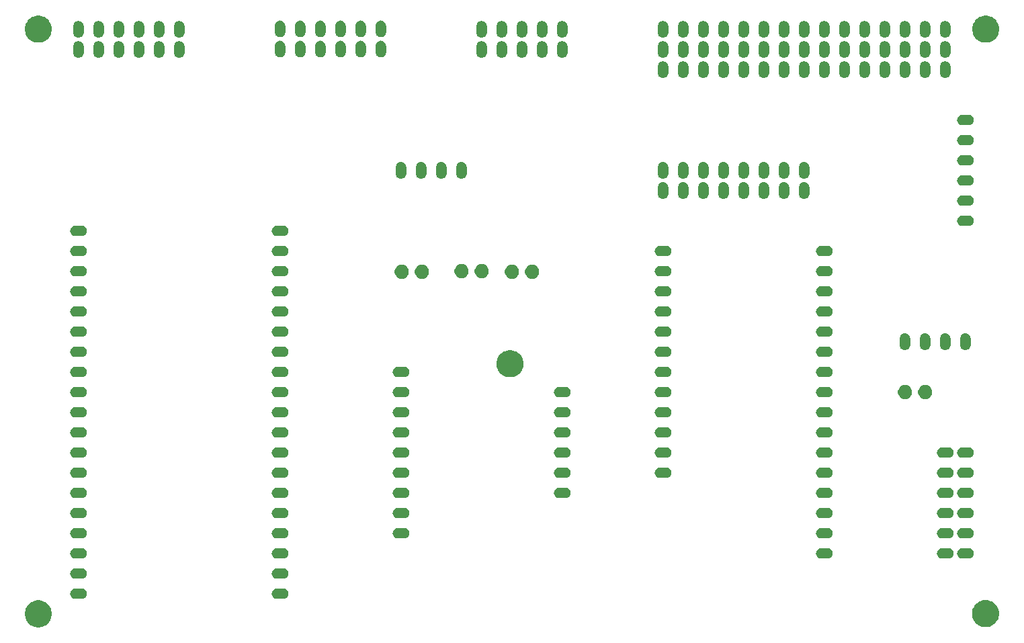
<source format=gbr>
G04 #@! TF.GenerationSoftware,KiCad,Pcbnew,(5.1.5)-3*
G04 #@! TF.CreationDate,2020-09-20T19:43:39-07:00*
G04 #@! TF.ProjectId,qf-cradle,71662d63-7261-4646-9c65-2e6b69636164,rev?*
G04 #@! TF.SameCoordinates,Original*
G04 #@! TF.FileFunction,Soldermask,Bot*
G04 #@! TF.FilePolarity,Negative*
%FSLAX46Y46*%
G04 Gerber Fmt 4.6, Leading zero omitted, Abs format (unit mm)*
G04 Created by KiCad (PCBNEW (5.1.5)-3) date 2020-09-20 19:43:39*
%MOMM*%
%LPD*%
G04 APERTURE LIST*
%ADD10C,0.100000*%
G04 APERTURE END LIST*
D10*
G36*
X63846005Y-140570900D02*
G01*
X64010397Y-140603599D01*
X64138682Y-140656737D01*
X64320103Y-140731884D01*
X64320104Y-140731885D01*
X64598834Y-140918126D01*
X64835874Y-141155166D01*
X64960317Y-141341408D01*
X65022116Y-141433897D01*
X65097263Y-141615318D01*
X65140460Y-141719603D01*
X65150401Y-141743604D01*
X65215800Y-142072386D01*
X65215800Y-142407614D01*
X65150401Y-142736396D01*
X65022116Y-143046103D01*
X65022115Y-143046104D01*
X64835874Y-143324834D01*
X64598834Y-143561874D01*
X64412592Y-143686317D01*
X64320103Y-143748116D01*
X64138682Y-143823263D01*
X64010397Y-143876401D01*
X63846005Y-143909101D01*
X63681614Y-143941800D01*
X63346386Y-143941800D01*
X63181995Y-143909101D01*
X63017603Y-143876401D01*
X62889318Y-143823263D01*
X62707897Y-143748116D01*
X62615408Y-143686317D01*
X62429166Y-143561874D01*
X62192126Y-143324834D01*
X62005885Y-143046104D01*
X62005884Y-143046103D01*
X61877599Y-142736396D01*
X61812200Y-142407614D01*
X61812200Y-142072386D01*
X61877599Y-141743604D01*
X61887541Y-141719603D01*
X61930737Y-141615318D01*
X62005884Y-141433897D01*
X62067683Y-141341408D01*
X62192126Y-141155166D01*
X62429166Y-140918126D01*
X62707896Y-140731885D01*
X62707897Y-140731884D01*
X62889318Y-140656737D01*
X63017603Y-140603599D01*
X63181995Y-140570900D01*
X63346386Y-140538200D01*
X63681614Y-140538200D01*
X63846005Y-140570900D01*
G37*
G36*
X183168270Y-140538200D02*
G01*
X183376397Y-140579599D01*
X183504682Y-140632737D01*
X183686103Y-140707884D01*
X183686104Y-140707885D01*
X183964834Y-140894126D01*
X184201874Y-141131166D01*
X184326317Y-141317408D01*
X184388116Y-141409897D01*
X184398057Y-141433897D01*
X184516401Y-141719603D01*
X184581800Y-142048387D01*
X184581800Y-142383613D01*
X184516401Y-142712397D01*
X184463263Y-142840682D01*
X184388116Y-143022103D01*
X184372079Y-143046104D01*
X184201874Y-143300834D01*
X183964834Y-143537874D01*
X183928915Y-143561874D01*
X183686103Y-143724116D01*
X183504682Y-143799263D01*
X183376397Y-143852401D01*
X183255740Y-143876401D01*
X183047614Y-143917800D01*
X182712386Y-143917800D01*
X182504260Y-143876401D01*
X182383603Y-143852401D01*
X182255318Y-143799263D01*
X182073897Y-143724116D01*
X181831085Y-143561874D01*
X181795166Y-143537874D01*
X181558126Y-143300834D01*
X181387921Y-143046104D01*
X181371884Y-143022103D01*
X181296737Y-142840682D01*
X181243599Y-142712397D01*
X181178200Y-142383613D01*
X181178200Y-142048387D01*
X181243599Y-141719603D01*
X181361943Y-141433897D01*
X181371884Y-141409897D01*
X181433683Y-141317408D01*
X181558126Y-141131166D01*
X181795166Y-140894126D01*
X182073896Y-140707885D01*
X182073897Y-140707884D01*
X182255318Y-140632737D01*
X182383603Y-140579599D01*
X182591730Y-140538200D01*
X182712386Y-140514200D01*
X183047614Y-140514200D01*
X183168270Y-140538200D01*
G37*
G36*
X69043855Y-139052140D02*
G01*
X69107618Y-139058420D01*
X69198404Y-139085960D01*
X69230336Y-139095646D01*
X69343425Y-139156094D01*
X69442554Y-139237446D01*
X69523906Y-139336575D01*
X69584354Y-139449664D01*
X69584355Y-139449668D01*
X69621580Y-139572382D01*
X69634149Y-139700000D01*
X69621580Y-139827618D01*
X69594040Y-139918404D01*
X69584354Y-139950336D01*
X69523906Y-140063425D01*
X69442554Y-140162554D01*
X69343425Y-140243906D01*
X69230336Y-140304354D01*
X69198404Y-140314040D01*
X69107618Y-140341580D01*
X69043855Y-140347860D01*
X69011974Y-140351000D01*
X68148026Y-140351000D01*
X68116145Y-140347860D01*
X68052382Y-140341580D01*
X67961596Y-140314040D01*
X67929664Y-140304354D01*
X67816575Y-140243906D01*
X67717446Y-140162554D01*
X67636094Y-140063425D01*
X67575646Y-139950336D01*
X67565960Y-139918404D01*
X67538420Y-139827618D01*
X67525851Y-139700000D01*
X67538420Y-139572382D01*
X67575645Y-139449668D01*
X67575646Y-139449664D01*
X67636094Y-139336575D01*
X67717446Y-139237446D01*
X67816575Y-139156094D01*
X67929664Y-139095646D01*
X67961596Y-139085960D01*
X68052382Y-139058420D01*
X68116145Y-139052140D01*
X68148026Y-139049000D01*
X69011974Y-139049000D01*
X69043855Y-139052140D01*
G37*
G36*
X94443855Y-139052140D02*
G01*
X94507618Y-139058420D01*
X94598404Y-139085960D01*
X94630336Y-139095646D01*
X94743425Y-139156094D01*
X94842554Y-139237446D01*
X94923906Y-139336575D01*
X94984354Y-139449664D01*
X94984355Y-139449668D01*
X95021580Y-139572382D01*
X95034149Y-139700000D01*
X95021580Y-139827618D01*
X94994040Y-139918404D01*
X94984354Y-139950336D01*
X94923906Y-140063425D01*
X94842554Y-140162554D01*
X94743425Y-140243906D01*
X94630336Y-140304354D01*
X94598404Y-140314040D01*
X94507618Y-140341580D01*
X94443855Y-140347860D01*
X94411974Y-140351000D01*
X93548026Y-140351000D01*
X93516145Y-140347860D01*
X93452382Y-140341580D01*
X93361596Y-140314040D01*
X93329664Y-140304354D01*
X93216575Y-140243906D01*
X93117446Y-140162554D01*
X93036094Y-140063425D01*
X92975646Y-139950336D01*
X92965960Y-139918404D01*
X92938420Y-139827618D01*
X92925851Y-139700000D01*
X92938420Y-139572382D01*
X92975645Y-139449668D01*
X92975646Y-139449664D01*
X93036094Y-139336575D01*
X93117446Y-139237446D01*
X93216575Y-139156094D01*
X93329664Y-139095646D01*
X93361596Y-139085960D01*
X93452382Y-139058420D01*
X93516145Y-139052140D01*
X93548026Y-139049000D01*
X94411974Y-139049000D01*
X94443855Y-139052140D01*
G37*
G36*
X94443855Y-136512140D02*
G01*
X94507618Y-136518420D01*
X94598404Y-136545960D01*
X94630336Y-136555646D01*
X94743425Y-136616094D01*
X94842554Y-136697446D01*
X94923906Y-136796575D01*
X94984354Y-136909664D01*
X94984355Y-136909668D01*
X95021580Y-137032382D01*
X95034149Y-137160000D01*
X95021580Y-137287618D01*
X94994040Y-137378404D01*
X94984354Y-137410336D01*
X94923906Y-137523425D01*
X94842554Y-137622554D01*
X94743425Y-137703906D01*
X94630336Y-137764354D01*
X94598404Y-137774040D01*
X94507618Y-137801580D01*
X94443855Y-137807860D01*
X94411974Y-137811000D01*
X93548026Y-137811000D01*
X93516145Y-137807860D01*
X93452382Y-137801580D01*
X93361596Y-137774040D01*
X93329664Y-137764354D01*
X93216575Y-137703906D01*
X93117446Y-137622554D01*
X93036094Y-137523425D01*
X92975646Y-137410336D01*
X92965960Y-137378404D01*
X92938420Y-137287618D01*
X92925851Y-137160000D01*
X92938420Y-137032382D01*
X92975645Y-136909668D01*
X92975646Y-136909664D01*
X93036094Y-136796575D01*
X93117446Y-136697446D01*
X93216575Y-136616094D01*
X93329664Y-136555646D01*
X93361596Y-136545960D01*
X93452382Y-136518420D01*
X93516145Y-136512140D01*
X93548026Y-136509000D01*
X94411974Y-136509000D01*
X94443855Y-136512140D01*
G37*
G36*
X69043855Y-136512140D02*
G01*
X69107618Y-136518420D01*
X69198404Y-136545960D01*
X69230336Y-136555646D01*
X69343425Y-136616094D01*
X69442554Y-136697446D01*
X69523906Y-136796575D01*
X69584354Y-136909664D01*
X69584355Y-136909668D01*
X69621580Y-137032382D01*
X69634149Y-137160000D01*
X69621580Y-137287618D01*
X69594040Y-137378404D01*
X69584354Y-137410336D01*
X69523906Y-137523425D01*
X69442554Y-137622554D01*
X69343425Y-137703906D01*
X69230336Y-137764354D01*
X69198404Y-137774040D01*
X69107618Y-137801580D01*
X69043855Y-137807860D01*
X69011974Y-137811000D01*
X68148026Y-137811000D01*
X68116145Y-137807860D01*
X68052382Y-137801580D01*
X67961596Y-137774040D01*
X67929664Y-137764354D01*
X67816575Y-137703906D01*
X67717446Y-137622554D01*
X67636094Y-137523425D01*
X67575646Y-137410336D01*
X67565960Y-137378404D01*
X67538420Y-137287618D01*
X67525851Y-137160000D01*
X67538420Y-137032382D01*
X67575645Y-136909668D01*
X67575646Y-136909664D01*
X67636094Y-136796575D01*
X67717446Y-136697446D01*
X67816575Y-136616094D01*
X67929664Y-136555646D01*
X67961596Y-136545960D01*
X68052382Y-136518420D01*
X68116145Y-136512140D01*
X68148026Y-136509000D01*
X69011974Y-136509000D01*
X69043855Y-136512140D01*
G37*
G36*
X94443855Y-133972140D02*
G01*
X94507618Y-133978420D01*
X94598404Y-134005960D01*
X94630336Y-134015646D01*
X94743425Y-134076094D01*
X94842554Y-134157446D01*
X94923906Y-134256575D01*
X94984354Y-134369664D01*
X94984355Y-134369668D01*
X95021580Y-134492382D01*
X95034149Y-134620000D01*
X95021580Y-134747618D01*
X94994040Y-134838404D01*
X94984354Y-134870336D01*
X94923906Y-134983425D01*
X94842554Y-135082554D01*
X94743425Y-135163906D01*
X94630336Y-135224354D01*
X94598404Y-135234040D01*
X94507618Y-135261580D01*
X94443855Y-135267860D01*
X94411974Y-135271000D01*
X93548026Y-135271000D01*
X93516145Y-135267860D01*
X93452382Y-135261580D01*
X93361596Y-135234040D01*
X93329664Y-135224354D01*
X93216575Y-135163906D01*
X93117446Y-135082554D01*
X93036094Y-134983425D01*
X92975646Y-134870336D01*
X92965960Y-134838404D01*
X92938420Y-134747618D01*
X92925851Y-134620000D01*
X92938420Y-134492382D01*
X92975645Y-134369668D01*
X92975646Y-134369664D01*
X93036094Y-134256575D01*
X93117446Y-134157446D01*
X93216575Y-134076094D01*
X93329664Y-134015646D01*
X93361596Y-134005960D01*
X93452382Y-133978420D01*
X93516145Y-133972140D01*
X93548026Y-133969000D01*
X94411974Y-133969000D01*
X94443855Y-133972140D01*
G37*
G36*
X69043855Y-133972140D02*
G01*
X69107618Y-133978420D01*
X69198404Y-134005960D01*
X69230336Y-134015646D01*
X69343425Y-134076094D01*
X69442554Y-134157446D01*
X69523906Y-134256575D01*
X69584354Y-134369664D01*
X69584355Y-134369668D01*
X69621580Y-134492382D01*
X69634149Y-134620000D01*
X69621580Y-134747618D01*
X69594040Y-134838404D01*
X69584354Y-134870336D01*
X69523906Y-134983425D01*
X69442554Y-135082554D01*
X69343425Y-135163906D01*
X69230336Y-135224354D01*
X69198404Y-135234040D01*
X69107618Y-135261580D01*
X69043855Y-135267860D01*
X69011974Y-135271000D01*
X68148026Y-135271000D01*
X68116145Y-135267860D01*
X68052382Y-135261580D01*
X67961596Y-135234040D01*
X67929664Y-135224354D01*
X67816575Y-135163906D01*
X67717446Y-135082554D01*
X67636094Y-134983425D01*
X67575646Y-134870336D01*
X67565960Y-134838404D01*
X67538420Y-134747618D01*
X67525851Y-134620000D01*
X67538420Y-134492382D01*
X67575645Y-134369668D01*
X67575646Y-134369664D01*
X67636094Y-134256575D01*
X67717446Y-134157446D01*
X67816575Y-134076094D01*
X67929664Y-134015646D01*
X67961596Y-134005960D01*
X68052382Y-133978420D01*
X68116145Y-133972140D01*
X68148026Y-133969000D01*
X69011974Y-133969000D01*
X69043855Y-133972140D01*
G37*
G36*
X178263855Y-133972140D02*
G01*
X178327618Y-133978420D01*
X178418404Y-134005960D01*
X178450336Y-134015646D01*
X178563425Y-134076094D01*
X178662554Y-134157446D01*
X178743906Y-134256575D01*
X178804354Y-134369664D01*
X178804355Y-134369668D01*
X178841580Y-134492382D01*
X178854149Y-134620000D01*
X178841580Y-134747618D01*
X178814040Y-134838404D01*
X178804354Y-134870336D01*
X178743906Y-134983425D01*
X178662554Y-135082554D01*
X178563425Y-135163906D01*
X178450336Y-135224354D01*
X178418404Y-135234040D01*
X178327618Y-135261580D01*
X178263855Y-135267860D01*
X178231974Y-135271000D01*
X177368026Y-135271000D01*
X177336145Y-135267860D01*
X177272382Y-135261580D01*
X177181596Y-135234040D01*
X177149664Y-135224354D01*
X177036575Y-135163906D01*
X176937446Y-135082554D01*
X176856094Y-134983425D01*
X176795646Y-134870336D01*
X176785960Y-134838404D01*
X176758420Y-134747618D01*
X176745851Y-134620000D01*
X176758420Y-134492382D01*
X176795645Y-134369668D01*
X176795646Y-134369664D01*
X176856094Y-134256575D01*
X176937446Y-134157446D01*
X177036575Y-134076094D01*
X177149664Y-134015646D01*
X177181596Y-134005960D01*
X177272382Y-133978420D01*
X177336145Y-133972140D01*
X177368026Y-133969000D01*
X178231974Y-133969000D01*
X178263855Y-133972140D01*
G37*
G36*
X180803855Y-133972140D02*
G01*
X180867618Y-133978420D01*
X180958404Y-134005960D01*
X180990336Y-134015646D01*
X181103425Y-134076094D01*
X181202554Y-134157446D01*
X181283906Y-134256575D01*
X181344354Y-134369664D01*
X181344355Y-134369668D01*
X181381580Y-134492382D01*
X181394149Y-134620000D01*
X181381580Y-134747618D01*
X181354040Y-134838404D01*
X181344354Y-134870336D01*
X181283906Y-134983425D01*
X181202554Y-135082554D01*
X181103425Y-135163906D01*
X180990336Y-135224354D01*
X180958404Y-135234040D01*
X180867618Y-135261580D01*
X180803855Y-135267860D01*
X180771974Y-135271000D01*
X179908026Y-135271000D01*
X179876145Y-135267860D01*
X179812382Y-135261580D01*
X179721596Y-135234040D01*
X179689664Y-135224354D01*
X179576575Y-135163906D01*
X179477446Y-135082554D01*
X179396094Y-134983425D01*
X179335646Y-134870336D01*
X179325960Y-134838404D01*
X179298420Y-134747618D01*
X179285851Y-134620000D01*
X179298420Y-134492382D01*
X179335645Y-134369668D01*
X179335646Y-134369664D01*
X179396094Y-134256575D01*
X179477446Y-134157446D01*
X179576575Y-134076094D01*
X179689664Y-134015646D01*
X179721596Y-134005960D01*
X179812382Y-133978420D01*
X179876145Y-133972140D01*
X179908026Y-133969000D01*
X180771974Y-133969000D01*
X180803855Y-133972140D01*
G37*
G36*
X163023855Y-133972140D02*
G01*
X163087618Y-133978420D01*
X163178404Y-134005960D01*
X163210336Y-134015646D01*
X163323425Y-134076094D01*
X163422554Y-134157446D01*
X163503906Y-134256575D01*
X163564354Y-134369664D01*
X163564355Y-134369668D01*
X163601580Y-134492382D01*
X163614149Y-134620000D01*
X163601580Y-134747618D01*
X163574040Y-134838404D01*
X163564354Y-134870336D01*
X163503906Y-134983425D01*
X163422554Y-135082554D01*
X163323425Y-135163906D01*
X163210336Y-135224354D01*
X163178404Y-135234040D01*
X163087618Y-135261580D01*
X163023855Y-135267860D01*
X162991974Y-135271000D01*
X162128026Y-135271000D01*
X162096145Y-135267860D01*
X162032382Y-135261580D01*
X161941596Y-135234040D01*
X161909664Y-135224354D01*
X161796575Y-135163906D01*
X161697446Y-135082554D01*
X161616094Y-134983425D01*
X161555646Y-134870336D01*
X161545960Y-134838404D01*
X161518420Y-134747618D01*
X161505851Y-134620000D01*
X161518420Y-134492382D01*
X161555645Y-134369668D01*
X161555646Y-134369664D01*
X161616094Y-134256575D01*
X161697446Y-134157446D01*
X161796575Y-134076094D01*
X161909664Y-134015646D01*
X161941596Y-134005960D01*
X162032382Y-133978420D01*
X162096145Y-133972140D01*
X162128026Y-133969000D01*
X162991974Y-133969000D01*
X163023855Y-133972140D01*
G37*
G36*
X178263855Y-131432140D02*
G01*
X178327618Y-131438420D01*
X178418404Y-131465960D01*
X178450336Y-131475646D01*
X178563425Y-131536094D01*
X178662554Y-131617446D01*
X178743906Y-131716575D01*
X178804354Y-131829664D01*
X178804355Y-131829668D01*
X178841580Y-131952382D01*
X178854149Y-132080000D01*
X178841580Y-132207618D01*
X178814040Y-132298404D01*
X178804354Y-132330336D01*
X178743906Y-132443425D01*
X178662554Y-132542554D01*
X178563425Y-132623906D01*
X178450336Y-132684354D01*
X178418404Y-132694040D01*
X178327618Y-132721580D01*
X178263855Y-132727860D01*
X178231974Y-132731000D01*
X177368026Y-132731000D01*
X177336145Y-132727860D01*
X177272382Y-132721580D01*
X177181596Y-132694040D01*
X177149664Y-132684354D01*
X177036575Y-132623906D01*
X176937446Y-132542554D01*
X176856094Y-132443425D01*
X176795646Y-132330336D01*
X176785960Y-132298404D01*
X176758420Y-132207618D01*
X176745851Y-132080000D01*
X176758420Y-131952382D01*
X176795645Y-131829668D01*
X176795646Y-131829664D01*
X176856094Y-131716575D01*
X176937446Y-131617446D01*
X177036575Y-131536094D01*
X177149664Y-131475646D01*
X177181596Y-131465960D01*
X177272382Y-131438420D01*
X177336145Y-131432140D01*
X177368026Y-131429000D01*
X178231974Y-131429000D01*
X178263855Y-131432140D01*
G37*
G36*
X69043855Y-131432140D02*
G01*
X69107618Y-131438420D01*
X69198404Y-131465960D01*
X69230336Y-131475646D01*
X69343425Y-131536094D01*
X69442554Y-131617446D01*
X69523906Y-131716575D01*
X69584354Y-131829664D01*
X69584355Y-131829668D01*
X69621580Y-131952382D01*
X69634149Y-132080000D01*
X69621580Y-132207618D01*
X69594040Y-132298404D01*
X69584354Y-132330336D01*
X69523906Y-132443425D01*
X69442554Y-132542554D01*
X69343425Y-132623906D01*
X69230336Y-132684354D01*
X69198404Y-132694040D01*
X69107618Y-132721580D01*
X69043855Y-132727860D01*
X69011974Y-132731000D01*
X68148026Y-132731000D01*
X68116145Y-132727860D01*
X68052382Y-132721580D01*
X67961596Y-132694040D01*
X67929664Y-132684354D01*
X67816575Y-132623906D01*
X67717446Y-132542554D01*
X67636094Y-132443425D01*
X67575646Y-132330336D01*
X67565960Y-132298404D01*
X67538420Y-132207618D01*
X67525851Y-132080000D01*
X67538420Y-131952382D01*
X67575645Y-131829668D01*
X67575646Y-131829664D01*
X67636094Y-131716575D01*
X67717446Y-131617446D01*
X67816575Y-131536094D01*
X67929664Y-131475646D01*
X67961596Y-131465960D01*
X68052382Y-131438420D01*
X68116145Y-131432140D01*
X68148026Y-131429000D01*
X69011974Y-131429000D01*
X69043855Y-131432140D01*
G37*
G36*
X94443855Y-131432140D02*
G01*
X94507618Y-131438420D01*
X94598404Y-131465960D01*
X94630336Y-131475646D01*
X94743425Y-131536094D01*
X94842554Y-131617446D01*
X94923906Y-131716575D01*
X94984354Y-131829664D01*
X94984355Y-131829668D01*
X95021580Y-131952382D01*
X95034149Y-132080000D01*
X95021580Y-132207618D01*
X94994040Y-132298404D01*
X94984354Y-132330336D01*
X94923906Y-132443425D01*
X94842554Y-132542554D01*
X94743425Y-132623906D01*
X94630336Y-132684354D01*
X94598404Y-132694040D01*
X94507618Y-132721580D01*
X94443855Y-132727860D01*
X94411974Y-132731000D01*
X93548026Y-132731000D01*
X93516145Y-132727860D01*
X93452382Y-132721580D01*
X93361596Y-132694040D01*
X93329664Y-132684354D01*
X93216575Y-132623906D01*
X93117446Y-132542554D01*
X93036094Y-132443425D01*
X92975646Y-132330336D01*
X92965960Y-132298404D01*
X92938420Y-132207618D01*
X92925851Y-132080000D01*
X92938420Y-131952382D01*
X92975645Y-131829668D01*
X92975646Y-131829664D01*
X93036094Y-131716575D01*
X93117446Y-131617446D01*
X93216575Y-131536094D01*
X93329664Y-131475646D01*
X93361596Y-131465960D01*
X93452382Y-131438420D01*
X93516145Y-131432140D01*
X93548026Y-131429000D01*
X94411974Y-131429000D01*
X94443855Y-131432140D01*
G37*
G36*
X180803855Y-131432140D02*
G01*
X180867618Y-131438420D01*
X180958404Y-131465960D01*
X180990336Y-131475646D01*
X181103425Y-131536094D01*
X181202554Y-131617446D01*
X181283906Y-131716575D01*
X181344354Y-131829664D01*
X181344355Y-131829668D01*
X181381580Y-131952382D01*
X181394149Y-132080000D01*
X181381580Y-132207618D01*
X181354040Y-132298404D01*
X181344354Y-132330336D01*
X181283906Y-132443425D01*
X181202554Y-132542554D01*
X181103425Y-132623906D01*
X180990336Y-132684354D01*
X180958404Y-132694040D01*
X180867618Y-132721580D01*
X180803855Y-132727860D01*
X180771974Y-132731000D01*
X179908026Y-132731000D01*
X179876145Y-132727860D01*
X179812382Y-132721580D01*
X179721596Y-132694040D01*
X179689664Y-132684354D01*
X179576575Y-132623906D01*
X179477446Y-132542554D01*
X179396094Y-132443425D01*
X179335646Y-132330336D01*
X179325960Y-132298404D01*
X179298420Y-132207618D01*
X179285851Y-132080000D01*
X179298420Y-131952382D01*
X179335645Y-131829668D01*
X179335646Y-131829664D01*
X179396094Y-131716575D01*
X179477446Y-131617446D01*
X179576575Y-131536094D01*
X179689664Y-131475646D01*
X179721596Y-131465960D01*
X179812382Y-131438420D01*
X179876145Y-131432140D01*
X179908026Y-131429000D01*
X180771974Y-131429000D01*
X180803855Y-131432140D01*
G37*
G36*
X109683855Y-131432140D02*
G01*
X109747618Y-131438420D01*
X109838404Y-131465960D01*
X109870336Y-131475646D01*
X109983425Y-131536094D01*
X110082554Y-131617446D01*
X110163906Y-131716575D01*
X110224354Y-131829664D01*
X110224355Y-131829668D01*
X110261580Y-131952382D01*
X110274149Y-132080000D01*
X110261580Y-132207618D01*
X110234040Y-132298404D01*
X110224354Y-132330336D01*
X110163906Y-132443425D01*
X110082554Y-132542554D01*
X109983425Y-132623906D01*
X109870336Y-132684354D01*
X109838404Y-132694040D01*
X109747618Y-132721580D01*
X109683855Y-132727860D01*
X109651974Y-132731000D01*
X108788026Y-132731000D01*
X108756145Y-132727860D01*
X108692382Y-132721580D01*
X108601596Y-132694040D01*
X108569664Y-132684354D01*
X108456575Y-132623906D01*
X108357446Y-132542554D01*
X108276094Y-132443425D01*
X108215646Y-132330336D01*
X108205960Y-132298404D01*
X108178420Y-132207618D01*
X108165851Y-132080000D01*
X108178420Y-131952382D01*
X108215645Y-131829668D01*
X108215646Y-131829664D01*
X108276094Y-131716575D01*
X108357446Y-131617446D01*
X108456575Y-131536094D01*
X108569664Y-131475646D01*
X108601596Y-131465960D01*
X108692382Y-131438420D01*
X108756145Y-131432140D01*
X108788026Y-131429000D01*
X109651974Y-131429000D01*
X109683855Y-131432140D01*
G37*
G36*
X163023855Y-131432140D02*
G01*
X163087618Y-131438420D01*
X163178404Y-131465960D01*
X163210336Y-131475646D01*
X163323425Y-131536094D01*
X163422554Y-131617446D01*
X163503906Y-131716575D01*
X163564354Y-131829664D01*
X163564355Y-131829668D01*
X163601580Y-131952382D01*
X163614149Y-132080000D01*
X163601580Y-132207618D01*
X163574040Y-132298404D01*
X163564354Y-132330336D01*
X163503906Y-132443425D01*
X163422554Y-132542554D01*
X163323425Y-132623906D01*
X163210336Y-132684354D01*
X163178404Y-132694040D01*
X163087618Y-132721580D01*
X163023855Y-132727860D01*
X162991974Y-132731000D01*
X162128026Y-132731000D01*
X162096145Y-132727860D01*
X162032382Y-132721580D01*
X161941596Y-132694040D01*
X161909664Y-132684354D01*
X161796575Y-132623906D01*
X161697446Y-132542554D01*
X161616094Y-132443425D01*
X161555646Y-132330336D01*
X161545960Y-132298404D01*
X161518420Y-132207618D01*
X161505851Y-132080000D01*
X161518420Y-131952382D01*
X161555645Y-131829668D01*
X161555646Y-131829664D01*
X161616094Y-131716575D01*
X161697446Y-131617446D01*
X161796575Y-131536094D01*
X161909664Y-131475646D01*
X161941596Y-131465960D01*
X162032382Y-131438420D01*
X162096145Y-131432140D01*
X162128026Y-131429000D01*
X162991974Y-131429000D01*
X163023855Y-131432140D01*
G37*
G36*
X94443855Y-128892140D02*
G01*
X94507618Y-128898420D01*
X94598404Y-128925960D01*
X94630336Y-128935646D01*
X94743425Y-128996094D01*
X94842554Y-129077446D01*
X94923906Y-129176575D01*
X94984354Y-129289664D01*
X94984355Y-129289668D01*
X95021580Y-129412382D01*
X95034149Y-129540000D01*
X95021580Y-129667618D01*
X94994040Y-129758404D01*
X94984354Y-129790336D01*
X94923906Y-129903425D01*
X94842554Y-130002554D01*
X94743425Y-130083906D01*
X94630336Y-130144354D01*
X94598404Y-130154040D01*
X94507618Y-130181580D01*
X94443855Y-130187860D01*
X94411974Y-130191000D01*
X93548026Y-130191000D01*
X93516145Y-130187860D01*
X93452382Y-130181580D01*
X93361596Y-130154040D01*
X93329664Y-130144354D01*
X93216575Y-130083906D01*
X93117446Y-130002554D01*
X93036094Y-129903425D01*
X92975646Y-129790336D01*
X92965960Y-129758404D01*
X92938420Y-129667618D01*
X92925851Y-129540000D01*
X92938420Y-129412382D01*
X92975645Y-129289668D01*
X92975646Y-129289664D01*
X93036094Y-129176575D01*
X93117446Y-129077446D01*
X93216575Y-128996094D01*
X93329664Y-128935646D01*
X93361596Y-128925960D01*
X93452382Y-128898420D01*
X93516145Y-128892140D01*
X93548026Y-128889000D01*
X94411974Y-128889000D01*
X94443855Y-128892140D01*
G37*
G36*
X109683855Y-128892140D02*
G01*
X109747618Y-128898420D01*
X109838404Y-128925960D01*
X109870336Y-128935646D01*
X109983425Y-128996094D01*
X110082554Y-129077446D01*
X110163906Y-129176575D01*
X110224354Y-129289664D01*
X110224355Y-129289668D01*
X110261580Y-129412382D01*
X110274149Y-129540000D01*
X110261580Y-129667618D01*
X110234040Y-129758404D01*
X110224354Y-129790336D01*
X110163906Y-129903425D01*
X110082554Y-130002554D01*
X109983425Y-130083906D01*
X109870336Y-130144354D01*
X109838404Y-130154040D01*
X109747618Y-130181580D01*
X109683855Y-130187860D01*
X109651974Y-130191000D01*
X108788026Y-130191000D01*
X108756145Y-130187860D01*
X108692382Y-130181580D01*
X108601596Y-130154040D01*
X108569664Y-130144354D01*
X108456575Y-130083906D01*
X108357446Y-130002554D01*
X108276094Y-129903425D01*
X108215646Y-129790336D01*
X108205960Y-129758404D01*
X108178420Y-129667618D01*
X108165851Y-129540000D01*
X108178420Y-129412382D01*
X108215645Y-129289668D01*
X108215646Y-129289664D01*
X108276094Y-129176575D01*
X108357446Y-129077446D01*
X108456575Y-128996094D01*
X108569664Y-128935646D01*
X108601596Y-128925960D01*
X108692382Y-128898420D01*
X108756145Y-128892140D01*
X108788026Y-128889000D01*
X109651974Y-128889000D01*
X109683855Y-128892140D01*
G37*
G36*
X69043855Y-128892140D02*
G01*
X69107618Y-128898420D01*
X69198404Y-128925960D01*
X69230336Y-128935646D01*
X69343425Y-128996094D01*
X69442554Y-129077446D01*
X69523906Y-129176575D01*
X69584354Y-129289664D01*
X69584355Y-129289668D01*
X69621580Y-129412382D01*
X69634149Y-129540000D01*
X69621580Y-129667618D01*
X69594040Y-129758404D01*
X69584354Y-129790336D01*
X69523906Y-129903425D01*
X69442554Y-130002554D01*
X69343425Y-130083906D01*
X69230336Y-130144354D01*
X69198404Y-130154040D01*
X69107618Y-130181580D01*
X69043855Y-130187860D01*
X69011974Y-130191000D01*
X68148026Y-130191000D01*
X68116145Y-130187860D01*
X68052382Y-130181580D01*
X67961596Y-130154040D01*
X67929664Y-130144354D01*
X67816575Y-130083906D01*
X67717446Y-130002554D01*
X67636094Y-129903425D01*
X67575646Y-129790336D01*
X67565960Y-129758404D01*
X67538420Y-129667618D01*
X67525851Y-129540000D01*
X67538420Y-129412382D01*
X67575645Y-129289668D01*
X67575646Y-129289664D01*
X67636094Y-129176575D01*
X67717446Y-129077446D01*
X67816575Y-128996094D01*
X67929664Y-128935646D01*
X67961596Y-128925960D01*
X68052382Y-128898420D01*
X68116145Y-128892140D01*
X68148026Y-128889000D01*
X69011974Y-128889000D01*
X69043855Y-128892140D01*
G37*
G36*
X163023855Y-128892140D02*
G01*
X163087618Y-128898420D01*
X163178404Y-128925960D01*
X163210336Y-128935646D01*
X163323425Y-128996094D01*
X163422554Y-129077446D01*
X163503906Y-129176575D01*
X163564354Y-129289664D01*
X163564355Y-129289668D01*
X163601580Y-129412382D01*
X163614149Y-129540000D01*
X163601580Y-129667618D01*
X163574040Y-129758404D01*
X163564354Y-129790336D01*
X163503906Y-129903425D01*
X163422554Y-130002554D01*
X163323425Y-130083906D01*
X163210336Y-130144354D01*
X163178404Y-130154040D01*
X163087618Y-130181580D01*
X163023855Y-130187860D01*
X162991974Y-130191000D01*
X162128026Y-130191000D01*
X162096145Y-130187860D01*
X162032382Y-130181580D01*
X161941596Y-130154040D01*
X161909664Y-130144354D01*
X161796575Y-130083906D01*
X161697446Y-130002554D01*
X161616094Y-129903425D01*
X161555646Y-129790336D01*
X161545960Y-129758404D01*
X161518420Y-129667618D01*
X161505851Y-129540000D01*
X161518420Y-129412382D01*
X161555645Y-129289668D01*
X161555646Y-129289664D01*
X161616094Y-129176575D01*
X161697446Y-129077446D01*
X161796575Y-128996094D01*
X161909664Y-128935646D01*
X161941596Y-128925960D01*
X162032382Y-128898420D01*
X162096145Y-128892140D01*
X162128026Y-128889000D01*
X162991974Y-128889000D01*
X163023855Y-128892140D01*
G37*
G36*
X178263855Y-128892140D02*
G01*
X178327618Y-128898420D01*
X178418404Y-128925960D01*
X178450336Y-128935646D01*
X178563425Y-128996094D01*
X178662554Y-129077446D01*
X178743906Y-129176575D01*
X178804354Y-129289664D01*
X178804355Y-129289668D01*
X178841580Y-129412382D01*
X178854149Y-129540000D01*
X178841580Y-129667618D01*
X178814040Y-129758404D01*
X178804354Y-129790336D01*
X178743906Y-129903425D01*
X178662554Y-130002554D01*
X178563425Y-130083906D01*
X178450336Y-130144354D01*
X178418404Y-130154040D01*
X178327618Y-130181580D01*
X178263855Y-130187860D01*
X178231974Y-130191000D01*
X177368026Y-130191000D01*
X177336145Y-130187860D01*
X177272382Y-130181580D01*
X177181596Y-130154040D01*
X177149664Y-130144354D01*
X177036575Y-130083906D01*
X176937446Y-130002554D01*
X176856094Y-129903425D01*
X176795646Y-129790336D01*
X176785960Y-129758404D01*
X176758420Y-129667618D01*
X176745851Y-129540000D01*
X176758420Y-129412382D01*
X176795645Y-129289668D01*
X176795646Y-129289664D01*
X176856094Y-129176575D01*
X176937446Y-129077446D01*
X177036575Y-128996094D01*
X177149664Y-128935646D01*
X177181596Y-128925960D01*
X177272382Y-128898420D01*
X177336145Y-128892140D01*
X177368026Y-128889000D01*
X178231974Y-128889000D01*
X178263855Y-128892140D01*
G37*
G36*
X180803855Y-128892140D02*
G01*
X180867618Y-128898420D01*
X180958404Y-128925960D01*
X180990336Y-128935646D01*
X181103425Y-128996094D01*
X181202554Y-129077446D01*
X181283906Y-129176575D01*
X181344354Y-129289664D01*
X181344355Y-129289668D01*
X181381580Y-129412382D01*
X181394149Y-129540000D01*
X181381580Y-129667618D01*
X181354040Y-129758404D01*
X181344354Y-129790336D01*
X181283906Y-129903425D01*
X181202554Y-130002554D01*
X181103425Y-130083906D01*
X180990336Y-130144354D01*
X180958404Y-130154040D01*
X180867618Y-130181580D01*
X180803855Y-130187860D01*
X180771974Y-130191000D01*
X179908026Y-130191000D01*
X179876145Y-130187860D01*
X179812382Y-130181580D01*
X179721596Y-130154040D01*
X179689664Y-130144354D01*
X179576575Y-130083906D01*
X179477446Y-130002554D01*
X179396094Y-129903425D01*
X179335646Y-129790336D01*
X179325960Y-129758404D01*
X179298420Y-129667618D01*
X179285851Y-129540000D01*
X179298420Y-129412382D01*
X179335645Y-129289668D01*
X179335646Y-129289664D01*
X179396094Y-129176575D01*
X179477446Y-129077446D01*
X179576575Y-128996094D01*
X179689664Y-128935646D01*
X179721596Y-128925960D01*
X179812382Y-128898420D01*
X179876145Y-128892140D01*
X179908026Y-128889000D01*
X180771974Y-128889000D01*
X180803855Y-128892140D01*
G37*
G36*
X130003855Y-126352140D02*
G01*
X130067618Y-126358420D01*
X130158404Y-126385960D01*
X130190336Y-126395646D01*
X130303425Y-126456094D01*
X130402554Y-126537446D01*
X130483906Y-126636575D01*
X130544354Y-126749664D01*
X130544355Y-126749668D01*
X130581580Y-126872382D01*
X130594149Y-127000000D01*
X130581580Y-127127618D01*
X130554040Y-127218404D01*
X130544354Y-127250336D01*
X130483906Y-127363425D01*
X130402554Y-127462554D01*
X130303425Y-127543906D01*
X130190336Y-127604354D01*
X130158404Y-127614040D01*
X130067618Y-127641580D01*
X130003855Y-127647860D01*
X129971974Y-127651000D01*
X129108026Y-127651000D01*
X129076145Y-127647860D01*
X129012382Y-127641580D01*
X128921596Y-127614040D01*
X128889664Y-127604354D01*
X128776575Y-127543906D01*
X128677446Y-127462554D01*
X128596094Y-127363425D01*
X128535646Y-127250336D01*
X128525960Y-127218404D01*
X128498420Y-127127618D01*
X128485851Y-127000000D01*
X128498420Y-126872382D01*
X128535645Y-126749668D01*
X128535646Y-126749664D01*
X128596094Y-126636575D01*
X128677446Y-126537446D01*
X128776575Y-126456094D01*
X128889664Y-126395646D01*
X128921596Y-126385960D01*
X129012382Y-126358420D01*
X129076145Y-126352140D01*
X129108026Y-126349000D01*
X129971974Y-126349000D01*
X130003855Y-126352140D01*
G37*
G36*
X109683855Y-126352140D02*
G01*
X109747618Y-126358420D01*
X109838404Y-126385960D01*
X109870336Y-126395646D01*
X109983425Y-126456094D01*
X110082554Y-126537446D01*
X110163906Y-126636575D01*
X110224354Y-126749664D01*
X110224355Y-126749668D01*
X110261580Y-126872382D01*
X110274149Y-127000000D01*
X110261580Y-127127618D01*
X110234040Y-127218404D01*
X110224354Y-127250336D01*
X110163906Y-127363425D01*
X110082554Y-127462554D01*
X109983425Y-127543906D01*
X109870336Y-127604354D01*
X109838404Y-127614040D01*
X109747618Y-127641580D01*
X109683855Y-127647860D01*
X109651974Y-127651000D01*
X108788026Y-127651000D01*
X108756145Y-127647860D01*
X108692382Y-127641580D01*
X108601596Y-127614040D01*
X108569664Y-127604354D01*
X108456575Y-127543906D01*
X108357446Y-127462554D01*
X108276094Y-127363425D01*
X108215646Y-127250336D01*
X108205960Y-127218404D01*
X108178420Y-127127618D01*
X108165851Y-127000000D01*
X108178420Y-126872382D01*
X108215645Y-126749668D01*
X108215646Y-126749664D01*
X108276094Y-126636575D01*
X108357446Y-126537446D01*
X108456575Y-126456094D01*
X108569664Y-126395646D01*
X108601596Y-126385960D01*
X108692382Y-126358420D01*
X108756145Y-126352140D01*
X108788026Y-126349000D01*
X109651974Y-126349000D01*
X109683855Y-126352140D01*
G37*
G36*
X163023855Y-126352140D02*
G01*
X163087618Y-126358420D01*
X163178404Y-126385960D01*
X163210336Y-126395646D01*
X163323425Y-126456094D01*
X163422554Y-126537446D01*
X163503906Y-126636575D01*
X163564354Y-126749664D01*
X163564355Y-126749668D01*
X163601580Y-126872382D01*
X163614149Y-127000000D01*
X163601580Y-127127618D01*
X163574040Y-127218404D01*
X163564354Y-127250336D01*
X163503906Y-127363425D01*
X163422554Y-127462554D01*
X163323425Y-127543906D01*
X163210336Y-127604354D01*
X163178404Y-127614040D01*
X163087618Y-127641580D01*
X163023855Y-127647860D01*
X162991974Y-127651000D01*
X162128026Y-127651000D01*
X162096145Y-127647860D01*
X162032382Y-127641580D01*
X161941596Y-127614040D01*
X161909664Y-127604354D01*
X161796575Y-127543906D01*
X161697446Y-127462554D01*
X161616094Y-127363425D01*
X161555646Y-127250336D01*
X161545960Y-127218404D01*
X161518420Y-127127618D01*
X161505851Y-127000000D01*
X161518420Y-126872382D01*
X161555645Y-126749668D01*
X161555646Y-126749664D01*
X161616094Y-126636575D01*
X161697446Y-126537446D01*
X161796575Y-126456094D01*
X161909664Y-126395646D01*
X161941596Y-126385960D01*
X162032382Y-126358420D01*
X162096145Y-126352140D01*
X162128026Y-126349000D01*
X162991974Y-126349000D01*
X163023855Y-126352140D01*
G37*
G36*
X178263855Y-126352140D02*
G01*
X178327618Y-126358420D01*
X178418404Y-126385960D01*
X178450336Y-126395646D01*
X178563425Y-126456094D01*
X178662554Y-126537446D01*
X178743906Y-126636575D01*
X178804354Y-126749664D01*
X178804355Y-126749668D01*
X178841580Y-126872382D01*
X178854149Y-127000000D01*
X178841580Y-127127618D01*
X178814040Y-127218404D01*
X178804354Y-127250336D01*
X178743906Y-127363425D01*
X178662554Y-127462554D01*
X178563425Y-127543906D01*
X178450336Y-127604354D01*
X178418404Y-127614040D01*
X178327618Y-127641580D01*
X178263855Y-127647860D01*
X178231974Y-127651000D01*
X177368026Y-127651000D01*
X177336145Y-127647860D01*
X177272382Y-127641580D01*
X177181596Y-127614040D01*
X177149664Y-127604354D01*
X177036575Y-127543906D01*
X176937446Y-127462554D01*
X176856094Y-127363425D01*
X176795646Y-127250336D01*
X176785960Y-127218404D01*
X176758420Y-127127618D01*
X176745851Y-127000000D01*
X176758420Y-126872382D01*
X176795645Y-126749668D01*
X176795646Y-126749664D01*
X176856094Y-126636575D01*
X176937446Y-126537446D01*
X177036575Y-126456094D01*
X177149664Y-126395646D01*
X177181596Y-126385960D01*
X177272382Y-126358420D01*
X177336145Y-126352140D01*
X177368026Y-126349000D01*
X178231974Y-126349000D01*
X178263855Y-126352140D01*
G37*
G36*
X94443855Y-126352140D02*
G01*
X94507618Y-126358420D01*
X94598404Y-126385960D01*
X94630336Y-126395646D01*
X94743425Y-126456094D01*
X94842554Y-126537446D01*
X94923906Y-126636575D01*
X94984354Y-126749664D01*
X94984355Y-126749668D01*
X95021580Y-126872382D01*
X95034149Y-127000000D01*
X95021580Y-127127618D01*
X94994040Y-127218404D01*
X94984354Y-127250336D01*
X94923906Y-127363425D01*
X94842554Y-127462554D01*
X94743425Y-127543906D01*
X94630336Y-127604354D01*
X94598404Y-127614040D01*
X94507618Y-127641580D01*
X94443855Y-127647860D01*
X94411974Y-127651000D01*
X93548026Y-127651000D01*
X93516145Y-127647860D01*
X93452382Y-127641580D01*
X93361596Y-127614040D01*
X93329664Y-127604354D01*
X93216575Y-127543906D01*
X93117446Y-127462554D01*
X93036094Y-127363425D01*
X92975646Y-127250336D01*
X92965960Y-127218404D01*
X92938420Y-127127618D01*
X92925851Y-127000000D01*
X92938420Y-126872382D01*
X92975645Y-126749668D01*
X92975646Y-126749664D01*
X93036094Y-126636575D01*
X93117446Y-126537446D01*
X93216575Y-126456094D01*
X93329664Y-126395646D01*
X93361596Y-126385960D01*
X93452382Y-126358420D01*
X93516145Y-126352140D01*
X93548026Y-126349000D01*
X94411974Y-126349000D01*
X94443855Y-126352140D01*
G37*
G36*
X69043855Y-126352140D02*
G01*
X69107618Y-126358420D01*
X69198404Y-126385960D01*
X69230336Y-126395646D01*
X69343425Y-126456094D01*
X69442554Y-126537446D01*
X69523906Y-126636575D01*
X69584354Y-126749664D01*
X69584355Y-126749668D01*
X69621580Y-126872382D01*
X69634149Y-127000000D01*
X69621580Y-127127618D01*
X69594040Y-127218404D01*
X69584354Y-127250336D01*
X69523906Y-127363425D01*
X69442554Y-127462554D01*
X69343425Y-127543906D01*
X69230336Y-127604354D01*
X69198404Y-127614040D01*
X69107618Y-127641580D01*
X69043855Y-127647860D01*
X69011974Y-127651000D01*
X68148026Y-127651000D01*
X68116145Y-127647860D01*
X68052382Y-127641580D01*
X67961596Y-127614040D01*
X67929664Y-127604354D01*
X67816575Y-127543906D01*
X67717446Y-127462554D01*
X67636094Y-127363425D01*
X67575646Y-127250336D01*
X67565960Y-127218404D01*
X67538420Y-127127618D01*
X67525851Y-127000000D01*
X67538420Y-126872382D01*
X67575645Y-126749668D01*
X67575646Y-126749664D01*
X67636094Y-126636575D01*
X67717446Y-126537446D01*
X67816575Y-126456094D01*
X67929664Y-126395646D01*
X67961596Y-126385960D01*
X68052382Y-126358420D01*
X68116145Y-126352140D01*
X68148026Y-126349000D01*
X69011974Y-126349000D01*
X69043855Y-126352140D01*
G37*
G36*
X180803855Y-126352140D02*
G01*
X180867618Y-126358420D01*
X180958404Y-126385960D01*
X180990336Y-126395646D01*
X181103425Y-126456094D01*
X181202554Y-126537446D01*
X181283906Y-126636575D01*
X181344354Y-126749664D01*
X181344355Y-126749668D01*
X181381580Y-126872382D01*
X181394149Y-127000000D01*
X181381580Y-127127618D01*
X181354040Y-127218404D01*
X181344354Y-127250336D01*
X181283906Y-127363425D01*
X181202554Y-127462554D01*
X181103425Y-127543906D01*
X180990336Y-127604354D01*
X180958404Y-127614040D01*
X180867618Y-127641580D01*
X180803855Y-127647860D01*
X180771974Y-127651000D01*
X179908026Y-127651000D01*
X179876145Y-127647860D01*
X179812382Y-127641580D01*
X179721596Y-127614040D01*
X179689664Y-127604354D01*
X179576575Y-127543906D01*
X179477446Y-127462554D01*
X179396094Y-127363425D01*
X179335646Y-127250336D01*
X179325960Y-127218404D01*
X179298420Y-127127618D01*
X179285851Y-127000000D01*
X179298420Y-126872382D01*
X179335645Y-126749668D01*
X179335646Y-126749664D01*
X179396094Y-126636575D01*
X179477446Y-126537446D01*
X179576575Y-126456094D01*
X179689664Y-126395646D01*
X179721596Y-126385960D01*
X179812382Y-126358420D01*
X179876145Y-126352140D01*
X179908026Y-126349000D01*
X180771974Y-126349000D01*
X180803855Y-126352140D01*
G37*
G36*
X130003855Y-123812140D02*
G01*
X130067618Y-123818420D01*
X130158404Y-123845960D01*
X130190336Y-123855646D01*
X130303425Y-123916094D01*
X130402554Y-123997446D01*
X130483906Y-124096575D01*
X130544354Y-124209664D01*
X130544355Y-124209668D01*
X130581580Y-124332382D01*
X130594149Y-124460000D01*
X130581580Y-124587618D01*
X130554040Y-124678404D01*
X130544354Y-124710336D01*
X130483906Y-124823425D01*
X130402554Y-124922554D01*
X130303425Y-125003906D01*
X130190336Y-125064354D01*
X130158404Y-125074040D01*
X130067618Y-125101580D01*
X130003855Y-125107860D01*
X129971974Y-125111000D01*
X129108026Y-125111000D01*
X129076145Y-125107860D01*
X129012382Y-125101580D01*
X128921596Y-125074040D01*
X128889664Y-125064354D01*
X128776575Y-125003906D01*
X128677446Y-124922554D01*
X128596094Y-124823425D01*
X128535646Y-124710336D01*
X128525960Y-124678404D01*
X128498420Y-124587618D01*
X128485851Y-124460000D01*
X128498420Y-124332382D01*
X128535645Y-124209668D01*
X128535646Y-124209664D01*
X128596094Y-124096575D01*
X128677446Y-123997446D01*
X128776575Y-123916094D01*
X128889664Y-123855646D01*
X128921596Y-123845960D01*
X129012382Y-123818420D01*
X129076145Y-123812140D01*
X129108026Y-123809000D01*
X129971974Y-123809000D01*
X130003855Y-123812140D01*
G37*
G36*
X142703855Y-123812140D02*
G01*
X142767618Y-123818420D01*
X142858404Y-123845960D01*
X142890336Y-123855646D01*
X143003425Y-123916094D01*
X143102554Y-123997446D01*
X143183906Y-124096575D01*
X143244354Y-124209664D01*
X143244355Y-124209668D01*
X143281580Y-124332382D01*
X143294149Y-124460000D01*
X143281580Y-124587618D01*
X143254040Y-124678404D01*
X143244354Y-124710336D01*
X143183906Y-124823425D01*
X143102554Y-124922554D01*
X143003425Y-125003906D01*
X142890336Y-125064354D01*
X142858404Y-125074040D01*
X142767618Y-125101580D01*
X142703855Y-125107860D01*
X142671974Y-125111000D01*
X141808026Y-125111000D01*
X141776145Y-125107860D01*
X141712382Y-125101580D01*
X141621596Y-125074040D01*
X141589664Y-125064354D01*
X141476575Y-125003906D01*
X141377446Y-124922554D01*
X141296094Y-124823425D01*
X141235646Y-124710336D01*
X141225960Y-124678404D01*
X141198420Y-124587618D01*
X141185851Y-124460000D01*
X141198420Y-124332382D01*
X141235645Y-124209668D01*
X141235646Y-124209664D01*
X141296094Y-124096575D01*
X141377446Y-123997446D01*
X141476575Y-123916094D01*
X141589664Y-123855646D01*
X141621596Y-123845960D01*
X141712382Y-123818420D01*
X141776145Y-123812140D01*
X141808026Y-123809000D01*
X142671974Y-123809000D01*
X142703855Y-123812140D01*
G37*
G36*
X163023855Y-123812140D02*
G01*
X163087618Y-123818420D01*
X163178404Y-123845960D01*
X163210336Y-123855646D01*
X163323425Y-123916094D01*
X163422554Y-123997446D01*
X163503906Y-124096575D01*
X163564354Y-124209664D01*
X163564355Y-124209668D01*
X163601580Y-124332382D01*
X163614149Y-124460000D01*
X163601580Y-124587618D01*
X163574040Y-124678404D01*
X163564354Y-124710336D01*
X163503906Y-124823425D01*
X163422554Y-124922554D01*
X163323425Y-125003906D01*
X163210336Y-125064354D01*
X163178404Y-125074040D01*
X163087618Y-125101580D01*
X163023855Y-125107860D01*
X162991974Y-125111000D01*
X162128026Y-125111000D01*
X162096145Y-125107860D01*
X162032382Y-125101580D01*
X161941596Y-125074040D01*
X161909664Y-125064354D01*
X161796575Y-125003906D01*
X161697446Y-124922554D01*
X161616094Y-124823425D01*
X161555646Y-124710336D01*
X161545960Y-124678404D01*
X161518420Y-124587618D01*
X161505851Y-124460000D01*
X161518420Y-124332382D01*
X161555645Y-124209668D01*
X161555646Y-124209664D01*
X161616094Y-124096575D01*
X161697446Y-123997446D01*
X161796575Y-123916094D01*
X161909664Y-123855646D01*
X161941596Y-123845960D01*
X162032382Y-123818420D01*
X162096145Y-123812140D01*
X162128026Y-123809000D01*
X162991974Y-123809000D01*
X163023855Y-123812140D01*
G37*
G36*
X178263855Y-123812140D02*
G01*
X178327618Y-123818420D01*
X178418404Y-123845960D01*
X178450336Y-123855646D01*
X178563425Y-123916094D01*
X178662554Y-123997446D01*
X178743906Y-124096575D01*
X178804354Y-124209664D01*
X178804355Y-124209668D01*
X178841580Y-124332382D01*
X178854149Y-124460000D01*
X178841580Y-124587618D01*
X178814040Y-124678404D01*
X178804354Y-124710336D01*
X178743906Y-124823425D01*
X178662554Y-124922554D01*
X178563425Y-125003906D01*
X178450336Y-125064354D01*
X178418404Y-125074040D01*
X178327618Y-125101580D01*
X178263855Y-125107860D01*
X178231974Y-125111000D01*
X177368026Y-125111000D01*
X177336145Y-125107860D01*
X177272382Y-125101580D01*
X177181596Y-125074040D01*
X177149664Y-125064354D01*
X177036575Y-125003906D01*
X176937446Y-124922554D01*
X176856094Y-124823425D01*
X176795646Y-124710336D01*
X176785960Y-124678404D01*
X176758420Y-124587618D01*
X176745851Y-124460000D01*
X176758420Y-124332382D01*
X176795645Y-124209668D01*
X176795646Y-124209664D01*
X176856094Y-124096575D01*
X176937446Y-123997446D01*
X177036575Y-123916094D01*
X177149664Y-123855646D01*
X177181596Y-123845960D01*
X177272382Y-123818420D01*
X177336145Y-123812140D01*
X177368026Y-123809000D01*
X178231974Y-123809000D01*
X178263855Y-123812140D01*
G37*
G36*
X94443855Y-123812140D02*
G01*
X94507618Y-123818420D01*
X94598404Y-123845960D01*
X94630336Y-123855646D01*
X94743425Y-123916094D01*
X94842554Y-123997446D01*
X94923906Y-124096575D01*
X94984354Y-124209664D01*
X94984355Y-124209668D01*
X95021580Y-124332382D01*
X95034149Y-124460000D01*
X95021580Y-124587618D01*
X94994040Y-124678404D01*
X94984354Y-124710336D01*
X94923906Y-124823425D01*
X94842554Y-124922554D01*
X94743425Y-125003906D01*
X94630336Y-125064354D01*
X94598404Y-125074040D01*
X94507618Y-125101580D01*
X94443855Y-125107860D01*
X94411974Y-125111000D01*
X93548026Y-125111000D01*
X93516145Y-125107860D01*
X93452382Y-125101580D01*
X93361596Y-125074040D01*
X93329664Y-125064354D01*
X93216575Y-125003906D01*
X93117446Y-124922554D01*
X93036094Y-124823425D01*
X92975646Y-124710336D01*
X92965960Y-124678404D01*
X92938420Y-124587618D01*
X92925851Y-124460000D01*
X92938420Y-124332382D01*
X92975645Y-124209668D01*
X92975646Y-124209664D01*
X93036094Y-124096575D01*
X93117446Y-123997446D01*
X93216575Y-123916094D01*
X93329664Y-123855646D01*
X93361596Y-123845960D01*
X93452382Y-123818420D01*
X93516145Y-123812140D01*
X93548026Y-123809000D01*
X94411974Y-123809000D01*
X94443855Y-123812140D01*
G37*
G36*
X109683855Y-123812140D02*
G01*
X109747618Y-123818420D01*
X109838404Y-123845960D01*
X109870336Y-123855646D01*
X109983425Y-123916094D01*
X110082554Y-123997446D01*
X110163906Y-124096575D01*
X110224354Y-124209664D01*
X110224355Y-124209668D01*
X110261580Y-124332382D01*
X110274149Y-124460000D01*
X110261580Y-124587618D01*
X110234040Y-124678404D01*
X110224354Y-124710336D01*
X110163906Y-124823425D01*
X110082554Y-124922554D01*
X109983425Y-125003906D01*
X109870336Y-125064354D01*
X109838404Y-125074040D01*
X109747618Y-125101580D01*
X109683855Y-125107860D01*
X109651974Y-125111000D01*
X108788026Y-125111000D01*
X108756145Y-125107860D01*
X108692382Y-125101580D01*
X108601596Y-125074040D01*
X108569664Y-125064354D01*
X108456575Y-125003906D01*
X108357446Y-124922554D01*
X108276094Y-124823425D01*
X108215646Y-124710336D01*
X108205960Y-124678404D01*
X108178420Y-124587618D01*
X108165851Y-124460000D01*
X108178420Y-124332382D01*
X108215645Y-124209668D01*
X108215646Y-124209664D01*
X108276094Y-124096575D01*
X108357446Y-123997446D01*
X108456575Y-123916094D01*
X108569664Y-123855646D01*
X108601596Y-123845960D01*
X108692382Y-123818420D01*
X108756145Y-123812140D01*
X108788026Y-123809000D01*
X109651974Y-123809000D01*
X109683855Y-123812140D01*
G37*
G36*
X180803855Y-123812140D02*
G01*
X180867618Y-123818420D01*
X180958404Y-123845960D01*
X180990336Y-123855646D01*
X181103425Y-123916094D01*
X181202554Y-123997446D01*
X181283906Y-124096575D01*
X181344354Y-124209664D01*
X181344355Y-124209668D01*
X181381580Y-124332382D01*
X181394149Y-124460000D01*
X181381580Y-124587618D01*
X181354040Y-124678404D01*
X181344354Y-124710336D01*
X181283906Y-124823425D01*
X181202554Y-124922554D01*
X181103425Y-125003906D01*
X180990336Y-125064354D01*
X180958404Y-125074040D01*
X180867618Y-125101580D01*
X180803855Y-125107860D01*
X180771974Y-125111000D01*
X179908026Y-125111000D01*
X179876145Y-125107860D01*
X179812382Y-125101580D01*
X179721596Y-125074040D01*
X179689664Y-125064354D01*
X179576575Y-125003906D01*
X179477446Y-124922554D01*
X179396094Y-124823425D01*
X179335646Y-124710336D01*
X179325960Y-124678404D01*
X179298420Y-124587618D01*
X179285851Y-124460000D01*
X179298420Y-124332382D01*
X179335645Y-124209668D01*
X179335646Y-124209664D01*
X179396094Y-124096575D01*
X179477446Y-123997446D01*
X179576575Y-123916094D01*
X179689664Y-123855646D01*
X179721596Y-123845960D01*
X179812382Y-123818420D01*
X179876145Y-123812140D01*
X179908026Y-123809000D01*
X180771974Y-123809000D01*
X180803855Y-123812140D01*
G37*
G36*
X69043855Y-123812140D02*
G01*
X69107618Y-123818420D01*
X69198404Y-123845960D01*
X69230336Y-123855646D01*
X69343425Y-123916094D01*
X69442554Y-123997446D01*
X69523906Y-124096575D01*
X69584354Y-124209664D01*
X69584355Y-124209668D01*
X69621580Y-124332382D01*
X69634149Y-124460000D01*
X69621580Y-124587618D01*
X69594040Y-124678404D01*
X69584354Y-124710336D01*
X69523906Y-124823425D01*
X69442554Y-124922554D01*
X69343425Y-125003906D01*
X69230336Y-125064354D01*
X69198404Y-125074040D01*
X69107618Y-125101580D01*
X69043855Y-125107860D01*
X69011974Y-125111000D01*
X68148026Y-125111000D01*
X68116145Y-125107860D01*
X68052382Y-125101580D01*
X67961596Y-125074040D01*
X67929664Y-125064354D01*
X67816575Y-125003906D01*
X67717446Y-124922554D01*
X67636094Y-124823425D01*
X67575646Y-124710336D01*
X67565960Y-124678404D01*
X67538420Y-124587618D01*
X67525851Y-124460000D01*
X67538420Y-124332382D01*
X67575645Y-124209668D01*
X67575646Y-124209664D01*
X67636094Y-124096575D01*
X67717446Y-123997446D01*
X67816575Y-123916094D01*
X67929664Y-123855646D01*
X67961596Y-123845960D01*
X68052382Y-123818420D01*
X68116145Y-123812140D01*
X68148026Y-123809000D01*
X69011974Y-123809000D01*
X69043855Y-123812140D01*
G37*
G36*
X69043855Y-121272140D02*
G01*
X69107618Y-121278420D01*
X69198404Y-121305960D01*
X69230336Y-121315646D01*
X69343425Y-121376094D01*
X69442554Y-121457446D01*
X69523906Y-121556575D01*
X69584354Y-121669664D01*
X69584355Y-121669668D01*
X69621580Y-121792382D01*
X69634149Y-121920000D01*
X69621580Y-122047618D01*
X69594040Y-122138404D01*
X69584354Y-122170336D01*
X69523906Y-122283425D01*
X69442554Y-122382554D01*
X69343425Y-122463906D01*
X69230336Y-122524354D01*
X69198404Y-122534040D01*
X69107618Y-122561580D01*
X69043855Y-122567860D01*
X69011974Y-122571000D01*
X68148026Y-122571000D01*
X68116145Y-122567860D01*
X68052382Y-122561580D01*
X67961596Y-122534040D01*
X67929664Y-122524354D01*
X67816575Y-122463906D01*
X67717446Y-122382554D01*
X67636094Y-122283425D01*
X67575646Y-122170336D01*
X67565960Y-122138404D01*
X67538420Y-122047618D01*
X67525851Y-121920000D01*
X67538420Y-121792382D01*
X67575645Y-121669668D01*
X67575646Y-121669664D01*
X67636094Y-121556575D01*
X67717446Y-121457446D01*
X67816575Y-121376094D01*
X67929664Y-121315646D01*
X67961596Y-121305960D01*
X68052382Y-121278420D01*
X68116145Y-121272140D01*
X68148026Y-121269000D01*
X69011974Y-121269000D01*
X69043855Y-121272140D01*
G37*
G36*
X94443855Y-121272140D02*
G01*
X94507618Y-121278420D01*
X94598404Y-121305960D01*
X94630336Y-121315646D01*
X94743425Y-121376094D01*
X94842554Y-121457446D01*
X94923906Y-121556575D01*
X94984354Y-121669664D01*
X94984355Y-121669668D01*
X95021580Y-121792382D01*
X95034149Y-121920000D01*
X95021580Y-122047618D01*
X94994040Y-122138404D01*
X94984354Y-122170336D01*
X94923906Y-122283425D01*
X94842554Y-122382554D01*
X94743425Y-122463906D01*
X94630336Y-122524354D01*
X94598404Y-122534040D01*
X94507618Y-122561580D01*
X94443855Y-122567860D01*
X94411974Y-122571000D01*
X93548026Y-122571000D01*
X93516145Y-122567860D01*
X93452382Y-122561580D01*
X93361596Y-122534040D01*
X93329664Y-122524354D01*
X93216575Y-122463906D01*
X93117446Y-122382554D01*
X93036094Y-122283425D01*
X92975646Y-122170336D01*
X92965960Y-122138404D01*
X92938420Y-122047618D01*
X92925851Y-121920000D01*
X92938420Y-121792382D01*
X92975645Y-121669668D01*
X92975646Y-121669664D01*
X93036094Y-121556575D01*
X93117446Y-121457446D01*
X93216575Y-121376094D01*
X93329664Y-121315646D01*
X93361596Y-121305960D01*
X93452382Y-121278420D01*
X93516145Y-121272140D01*
X93548026Y-121269000D01*
X94411974Y-121269000D01*
X94443855Y-121272140D01*
G37*
G36*
X130003855Y-121272140D02*
G01*
X130067618Y-121278420D01*
X130158404Y-121305960D01*
X130190336Y-121315646D01*
X130303425Y-121376094D01*
X130402554Y-121457446D01*
X130483906Y-121556575D01*
X130544354Y-121669664D01*
X130544355Y-121669668D01*
X130581580Y-121792382D01*
X130594149Y-121920000D01*
X130581580Y-122047618D01*
X130554040Y-122138404D01*
X130544354Y-122170336D01*
X130483906Y-122283425D01*
X130402554Y-122382554D01*
X130303425Y-122463906D01*
X130190336Y-122524354D01*
X130158404Y-122534040D01*
X130067618Y-122561580D01*
X130003855Y-122567860D01*
X129971974Y-122571000D01*
X129108026Y-122571000D01*
X129076145Y-122567860D01*
X129012382Y-122561580D01*
X128921596Y-122534040D01*
X128889664Y-122524354D01*
X128776575Y-122463906D01*
X128677446Y-122382554D01*
X128596094Y-122283425D01*
X128535646Y-122170336D01*
X128525960Y-122138404D01*
X128498420Y-122047618D01*
X128485851Y-121920000D01*
X128498420Y-121792382D01*
X128535645Y-121669668D01*
X128535646Y-121669664D01*
X128596094Y-121556575D01*
X128677446Y-121457446D01*
X128776575Y-121376094D01*
X128889664Y-121315646D01*
X128921596Y-121305960D01*
X129012382Y-121278420D01*
X129076145Y-121272140D01*
X129108026Y-121269000D01*
X129971974Y-121269000D01*
X130003855Y-121272140D01*
G37*
G36*
X142703855Y-121272140D02*
G01*
X142767618Y-121278420D01*
X142858404Y-121305960D01*
X142890336Y-121315646D01*
X143003425Y-121376094D01*
X143102554Y-121457446D01*
X143183906Y-121556575D01*
X143244354Y-121669664D01*
X143244355Y-121669668D01*
X143281580Y-121792382D01*
X143294149Y-121920000D01*
X143281580Y-122047618D01*
X143254040Y-122138404D01*
X143244354Y-122170336D01*
X143183906Y-122283425D01*
X143102554Y-122382554D01*
X143003425Y-122463906D01*
X142890336Y-122524354D01*
X142858404Y-122534040D01*
X142767618Y-122561580D01*
X142703855Y-122567860D01*
X142671974Y-122571000D01*
X141808026Y-122571000D01*
X141776145Y-122567860D01*
X141712382Y-122561580D01*
X141621596Y-122534040D01*
X141589664Y-122524354D01*
X141476575Y-122463906D01*
X141377446Y-122382554D01*
X141296094Y-122283425D01*
X141235646Y-122170336D01*
X141225960Y-122138404D01*
X141198420Y-122047618D01*
X141185851Y-121920000D01*
X141198420Y-121792382D01*
X141235645Y-121669668D01*
X141235646Y-121669664D01*
X141296094Y-121556575D01*
X141377446Y-121457446D01*
X141476575Y-121376094D01*
X141589664Y-121315646D01*
X141621596Y-121305960D01*
X141712382Y-121278420D01*
X141776145Y-121272140D01*
X141808026Y-121269000D01*
X142671974Y-121269000D01*
X142703855Y-121272140D01*
G37*
G36*
X180803855Y-121272140D02*
G01*
X180867618Y-121278420D01*
X180958404Y-121305960D01*
X180990336Y-121315646D01*
X181103425Y-121376094D01*
X181202554Y-121457446D01*
X181283906Y-121556575D01*
X181344354Y-121669664D01*
X181344355Y-121669668D01*
X181381580Y-121792382D01*
X181394149Y-121920000D01*
X181381580Y-122047618D01*
X181354040Y-122138404D01*
X181344354Y-122170336D01*
X181283906Y-122283425D01*
X181202554Y-122382554D01*
X181103425Y-122463906D01*
X180990336Y-122524354D01*
X180958404Y-122534040D01*
X180867618Y-122561580D01*
X180803855Y-122567860D01*
X180771974Y-122571000D01*
X179908026Y-122571000D01*
X179876145Y-122567860D01*
X179812382Y-122561580D01*
X179721596Y-122534040D01*
X179689664Y-122524354D01*
X179576575Y-122463906D01*
X179477446Y-122382554D01*
X179396094Y-122283425D01*
X179335646Y-122170336D01*
X179325960Y-122138404D01*
X179298420Y-122047618D01*
X179285851Y-121920000D01*
X179298420Y-121792382D01*
X179335645Y-121669668D01*
X179335646Y-121669664D01*
X179396094Y-121556575D01*
X179477446Y-121457446D01*
X179576575Y-121376094D01*
X179689664Y-121315646D01*
X179721596Y-121305960D01*
X179812382Y-121278420D01*
X179876145Y-121272140D01*
X179908026Y-121269000D01*
X180771974Y-121269000D01*
X180803855Y-121272140D01*
G37*
G36*
X163023855Y-121272140D02*
G01*
X163087618Y-121278420D01*
X163178404Y-121305960D01*
X163210336Y-121315646D01*
X163323425Y-121376094D01*
X163422554Y-121457446D01*
X163503906Y-121556575D01*
X163564354Y-121669664D01*
X163564355Y-121669668D01*
X163601580Y-121792382D01*
X163614149Y-121920000D01*
X163601580Y-122047618D01*
X163574040Y-122138404D01*
X163564354Y-122170336D01*
X163503906Y-122283425D01*
X163422554Y-122382554D01*
X163323425Y-122463906D01*
X163210336Y-122524354D01*
X163178404Y-122534040D01*
X163087618Y-122561580D01*
X163023855Y-122567860D01*
X162991974Y-122571000D01*
X162128026Y-122571000D01*
X162096145Y-122567860D01*
X162032382Y-122561580D01*
X161941596Y-122534040D01*
X161909664Y-122524354D01*
X161796575Y-122463906D01*
X161697446Y-122382554D01*
X161616094Y-122283425D01*
X161555646Y-122170336D01*
X161545960Y-122138404D01*
X161518420Y-122047618D01*
X161505851Y-121920000D01*
X161518420Y-121792382D01*
X161555645Y-121669668D01*
X161555646Y-121669664D01*
X161616094Y-121556575D01*
X161697446Y-121457446D01*
X161796575Y-121376094D01*
X161909664Y-121315646D01*
X161941596Y-121305960D01*
X162032382Y-121278420D01*
X162096145Y-121272140D01*
X162128026Y-121269000D01*
X162991974Y-121269000D01*
X163023855Y-121272140D01*
G37*
G36*
X109683855Y-121272140D02*
G01*
X109747618Y-121278420D01*
X109838404Y-121305960D01*
X109870336Y-121315646D01*
X109983425Y-121376094D01*
X110082554Y-121457446D01*
X110163906Y-121556575D01*
X110224354Y-121669664D01*
X110224355Y-121669668D01*
X110261580Y-121792382D01*
X110274149Y-121920000D01*
X110261580Y-122047618D01*
X110234040Y-122138404D01*
X110224354Y-122170336D01*
X110163906Y-122283425D01*
X110082554Y-122382554D01*
X109983425Y-122463906D01*
X109870336Y-122524354D01*
X109838404Y-122534040D01*
X109747618Y-122561580D01*
X109683855Y-122567860D01*
X109651974Y-122571000D01*
X108788026Y-122571000D01*
X108756145Y-122567860D01*
X108692382Y-122561580D01*
X108601596Y-122534040D01*
X108569664Y-122524354D01*
X108456575Y-122463906D01*
X108357446Y-122382554D01*
X108276094Y-122283425D01*
X108215646Y-122170336D01*
X108205960Y-122138404D01*
X108178420Y-122047618D01*
X108165851Y-121920000D01*
X108178420Y-121792382D01*
X108215645Y-121669668D01*
X108215646Y-121669664D01*
X108276094Y-121556575D01*
X108357446Y-121457446D01*
X108456575Y-121376094D01*
X108569664Y-121315646D01*
X108601596Y-121305960D01*
X108692382Y-121278420D01*
X108756145Y-121272140D01*
X108788026Y-121269000D01*
X109651974Y-121269000D01*
X109683855Y-121272140D01*
G37*
G36*
X178263855Y-121272140D02*
G01*
X178327618Y-121278420D01*
X178418404Y-121305960D01*
X178450336Y-121315646D01*
X178563425Y-121376094D01*
X178662554Y-121457446D01*
X178743906Y-121556575D01*
X178804354Y-121669664D01*
X178804355Y-121669668D01*
X178841580Y-121792382D01*
X178854149Y-121920000D01*
X178841580Y-122047618D01*
X178814040Y-122138404D01*
X178804354Y-122170336D01*
X178743906Y-122283425D01*
X178662554Y-122382554D01*
X178563425Y-122463906D01*
X178450336Y-122524354D01*
X178418404Y-122534040D01*
X178327618Y-122561580D01*
X178263855Y-122567860D01*
X178231974Y-122571000D01*
X177368026Y-122571000D01*
X177336145Y-122567860D01*
X177272382Y-122561580D01*
X177181596Y-122534040D01*
X177149664Y-122524354D01*
X177036575Y-122463906D01*
X176937446Y-122382554D01*
X176856094Y-122283425D01*
X176795646Y-122170336D01*
X176785960Y-122138404D01*
X176758420Y-122047618D01*
X176745851Y-121920000D01*
X176758420Y-121792382D01*
X176795645Y-121669668D01*
X176795646Y-121669664D01*
X176856094Y-121556575D01*
X176937446Y-121457446D01*
X177036575Y-121376094D01*
X177149664Y-121315646D01*
X177181596Y-121305960D01*
X177272382Y-121278420D01*
X177336145Y-121272140D01*
X177368026Y-121269000D01*
X178231974Y-121269000D01*
X178263855Y-121272140D01*
G37*
G36*
X94443855Y-118732140D02*
G01*
X94507618Y-118738420D01*
X94598404Y-118765960D01*
X94630336Y-118775646D01*
X94743425Y-118836094D01*
X94842554Y-118917446D01*
X94923906Y-119016575D01*
X94984354Y-119129664D01*
X94984355Y-119129668D01*
X95021580Y-119252382D01*
X95034149Y-119380000D01*
X95021580Y-119507618D01*
X94994040Y-119598404D01*
X94984354Y-119630336D01*
X94923906Y-119743425D01*
X94842554Y-119842554D01*
X94743425Y-119923906D01*
X94630336Y-119984354D01*
X94598404Y-119994040D01*
X94507618Y-120021580D01*
X94443855Y-120027860D01*
X94411974Y-120031000D01*
X93548026Y-120031000D01*
X93516145Y-120027860D01*
X93452382Y-120021580D01*
X93361596Y-119994040D01*
X93329664Y-119984354D01*
X93216575Y-119923906D01*
X93117446Y-119842554D01*
X93036094Y-119743425D01*
X92975646Y-119630336D01*
X92965960Y-119598404D01*
X92938420Y-119507618D01*
X92925851Y-119380000D01*
X92938420Y-119252382D01*
X92975645Y-119129668D01*
X92975646Y-119129664D01*
X93036094Y-119016575D01*
X93117446Y-118917446D01*
X93216575Y-118836094D01*
X93329664Y-118775646D01*
X93361596Y-118765960D01*
X93452382Y-118738420D01*
X93516145Y-118732140D01*
X93548026Y-118729000D01*
X94411974Y-118729000D01*
X94443855Y-118732140D01*
G37*
G36*
X142703855Y-118732140D02*
G01*
X142767618Y-118738420D01*
X142858404Y-118765960D01*
X142890336Y-118775646D01*
X143003425Y-118836094D01*
X143102554Y-118917446D01*
X143183906Y-119016575D01*
X143244354Y-119129664D01*
X143244355Y-119129668D01*
X143281580Y-119252382D01*
X143294149Y-119380000D01*
X143281580Y-119507618D01*
X143254040Y-119598404D01*
X143244354Y-119630336D01*
X143183906Y-119743425D01*
X143102554Y-119842554D01*
X143003425Y-119923906D01*
X142890336Y-119984354D01*
X142858404Y-119994040D01*
X142767618Y-120021580D01*
X142703855Y-120027860D01*
X142671974Y-120031000D01*
X141808026Y-120031000D01*
X141776145Y-120027860D01*
X141712382Y-120021580D01*
X141621596Y-119994040D01*
X141589664Y-119984354D01*
X141476575Y-119923906D01*
X141377446Y-119842554D01*
X141296094Y-119743425D01*
X141235646Y-119630336D01*
X141225960Y-119598404D01*
X141198420Y-119507618D01*
X141185851Y-119380000D01*
X141198420Y-119252382D01*
X141235645Y-119129668D01*
X141235646Y-119129664D01*
X141296094Y-119016575D01*
X141377446Y-118917446D01*
X141476575Y-118836094D01*
X141589664Y-118775646D01*
X141621596Y-118765960D01*
X141712382Y-118738420D01*
X141776145Y-118732140D01*
X141808026Y-118729000D01*
X142671974Y-118729000D01*
X142703855Y-118732140D01*
G37*
G36*
X69043855Y-118732140D02*
G01*
X69107618Y-118738420D01*
X69198404Y-118765960D01*
X69230336Y-118775646D01*
X69343425Y-118836094D01*
X69442554Y-118917446D01*
X69523906Y-119016575D01*
X69584354Y-119129664D01*
X69584355Y-119129668D01*
X69621580Y-119252382D01*
X69634149Y-119380000D01*
X69621580Y-119507618D01*
X69594040Y-119598404D01*
X69584354Y-119630336D01*
X69523906Y-119743425D01*
X69442554Y-119842554D01*
X69343425Y-119923906D01*
X69230336Y-119984354D01*
X69198404Y-119994040D01*
X69107618Y-120021580D01*
X69043855Y-120027860D01*
X69011974Y-120031000D01*
X68148026Y-120031000D01*
X68116145Y-120027860D01*
X68052382Y-120021580D01*
X67961596Y-119994040D01*
X67929664Y-119984354D01*
X67816575Y-119923906D01*
X67717446Y-119842554D01*
X67636094Y-119743425D01*
X67575646Y-119630336D01*
X67565960Y-119598404D01*
X67538420Y-119507618D01*
X67525851Y-119380000D01*
X67538420Y-119252382D01*
X67575645Y-119129668D01*
X67575646Y-119129664D01*
X67636094Y-119016575D01*
X67717446Y-118917446D01*
X67816575Y-118836094D01*
X67929664Y-118775646D01*
X67961596Y-118765960D01*
X68052382Y-118738420D01*
X68116145Y-118732140D01*
X68148026Y-118729000D01*
X69011974Y-118729000D01*
X69043855Y-118732140D01*
G37*
G36*
X130003855Y-118732140D02*
G01*
X130067618Y-118738420D01*
X130158404Y-118765960D01*
X130190336Y-118775646D01*
X130303425Y-118836094D01*
X130402554Y-118917446D01*
X130483906Y-119016575D01*
X130544354Y-119129664D01*
X130544355Y-119129668D01*
X130581580Y-119252382D01*
X130594149Y-119380000D01*
X130581580Y-119507618D01*
X130554040Y-119598404D01*
X130544354Y-119630336D01*
X130483906Y-119743425D01*
X130402554Y-119842554D01*
X130303425Y-119923906D01*
X130190336Y-119984354D01*
X130158404Y-119994040D01*
X130067618Y-120021580D01*
X130003855Y-120027860D01*
X129971974Y-120031000D01*
X129108026Y-120031000D01*
X129076145Y-120027860D01*
X129012382Y-120021580D01*
X128921596Y-119994040D01*
X128889664Y-119984354D01*
X128776575Y-119923906D01*
X128677446Y-119842554D01*
X128596094Y-119743425D01*
X128535646Y-119630336D01*
X128525960Y-119598404D01*
X128498420Y-119507618D01*
X128485851Y-119380000D01*
X128498420Y-119252382D01*
X128535645Y-119129668D01*
X128535646Y-119129664D01*
X128596094Y-119016575D01*
X128677446Y-118917446D01*
X128776575Y-118836094D01*
X128889664Y-118775646D01*
X128921596Y-118765960D01*
X129012382Y-118738420D01*
X129076145Y-118732140D01*
X129108026Y-118729000D01*
X129971974Y-118729000D01*
X130003855Y-118732140D01*
G37*
G36*
X109683855Y-118732140D02*
G01*
X109747618Y-118738420D01*
X109838404Y-118765960D01*
X109870336Y-118775646D01*
X109983425Y-118836094D01*
X110082554Y-118917446D01*
X110163906Y-119016575D01*
X110224354Y-119129664D01*
X110224355Y-119129668D01*
X110261580Y-119252382D01*
X110274149Y-119380000D01*
X110261580Y-119507618D01*
X110234040Y-119598404D01*
X110224354Y-119630336D01*
X110163906Y-119743425D01*
X110082554Y-119842554D01*
X109983425Y-119923906D01*
X109870336Y-119984354D01*
X109838404Y-119994040D01*
X109747618Y-120021580D01*
X109683855Y-120027860D01*
X109651974Y-120031000D01*
X108788026Y-120031000D01*
X108756145Y-120027860D01*
X108692382Y-120021580D01*
X108601596Y-119994040D01*
X108569664Y-119984354D01*
X108456575Y-119923906D01*
X108357446Y-119842554D01*
X108276094Y-119743425D01*
X108215646Y-119630336D01*
X108205960Y-119598404D01*
X108178420Y-119507618D01*
X108165851Y-119380000D01*
X108178420Y-119252382D01*
X108215645Y-119129668D01*
X108215646Y-119129664D01*
X108276094Y-119016575D01*
X108357446Y-118917446D01*
X108456575Y-118836094D01*
X108569664Y-118775646D01*
X108601596Y-118765960D01*
X108692382Y-118738420D01*
X108756145Y-118732140D01*
X108788026Y-118729000D01*
X109651974Y-118729000D01*
X109683855Y-118732140D01*
G37*
G36*
X163023855Y-118732140D02*
G01*
X163087618Y-118738420D01*
X163178404Y-118765960D01*
X163210336Y-118775646D01*
X163323425Y-118836094D01*
X163422554Y-118917446D01*
X163503906Y-119016575D01*
X163564354Y-119129664D01*
X163564355Y-119129668D01*
X163601580Y-119252382D01*
X163614149Y-119380000D01*
X163601580Y-119507618D01*
X163574040Y-119598404D01*
X163564354Y-119630336D01*
X163503906Y-119743425D01*
X163422554Y-119842554D01*
X163323425Y-119923906D01*
X163210336Y-119984354D01*
X163178404Y-119994040D01*
X163087618Y-120021580D01*
X163023855Y-120027860D01*
X162991974Y-120031000D01*
X162128026Y-120031000D01*
X162096145Y-120027860D01*
X162032382Y-120021580D01*
X161941596Y-119994040D01*
X161909664Y-119984354D01*
X161796575Y-119923906D01*
X161697446Y-119842554D01*
X161616094Y-119743425D01*
X161555646Y-119630336D01*
X161545960Y-119598404D01*
X161518420Y-119507618D01*
X161505851Y-119380000D01*
X161518420Y-119252382D01*
X161555645Y-119129668D01*
X161555646Y-119129664D01*
X161616094Y-119016575D01*
X161697446Y-118917446D01*
X161796575Y-118836094D01*
X161909664Y-118775646D01*
X161941596Y-118765960D01*
X162032382Y-118738420D01*
X162096145Y-118732140D01*
X162128026Y-118729000D01*
X162991974Y-118729000D01*
X163023855Y-118732140D01*
G37*
G36*
X94443855Y-116192140D02*
G01*
X94507618Y-116198420D01*
X94598404Y-116225960D01*
X94630336Y-116235646D01*
X94743425Y-116296094D01*
X94842554Y-116377446D01*
X94923906Y-116476575D01*
X94984354Y-116589664D01*
X94984355Y-116589668D01*
X95021580Y-116712382D01*
X95034149Y-116840000D01*
X95021580Y-116967618D01*
X94994040Y-117058404D01*
X94984354Y-117090336D01*
X94923906Y-117203425D01*
X94842554Y-117302554D01*
X94743425Y-117383906D01*
X94630336Y-117444354D01*
X94598404Y-117454040D01*
X94507618Y-117481580D01*
X94443855Y-117487860D01*
X94411974Y-117491000D01*
X93548026Y-117491000D01*
X93516145Y-117487860D01*
X93452382Y-117481580D01*
X93361596Y-117454040D01*
X93329664Y-117444354D01*
X93216575Y-117383906D01*
X93117446Y-117302554D01*
X93036094Y-117203425D01*
X92975646Y-117090336D01*
X92965960Y-117058404D01*
X92938420Y-116967618D01*
X92925851Y-116840000D01*
X92938420Y-116712382D01*
X92975645Y-116589668D01*
X92975646Y-116589664D01*
X93036094Y-116476575D01*
X93117446Y-116377446D01*
X93216575Y-116296094D01*
X93329664Y-116235646D01*
X93361596Y-116225960D01*
X93452382Y-116198420D01*
X93516145Y-116192140D01*
X93548026Y-116189000D01*
X94411974Y-116189000D01*
X94443855Y-116192140D01*
G37*
G36*
X109683855Y-116192140D02*
G01*
X109747618Y-116198420D01*
X109838404Y-116225960D01*
X109870336Y-116235646D01*
X109983425Y-116296094D01*
X110082554Y-116377446D01*
X110163906Y-116476575D01*
X110224354Y-116589664D01*
X110224355Y-116589668D01*
X110261580Y-116712382D01*
X110274149Y-116840000D01*
X110261580Y-116967618D01*
X110234040Y-117058404D01*
X110224354Y-117090336D01*
X110163906Y-117203425D01*
X110082554Y-117302554D01*
X109983425Y-117383906D01*
X109870336Y-117444354D01*
X109838404Y-117454040D01*
X109747618Y-117481580D01*
X109683855Y-117487860D01*
X109651974Y-117491000D01*
X108788026Y-117491000D01*
X108756145Y-117487860D01*
X108692382Y-117481580D01*
X108601596Y-117454040D01*
X108569664Y-117444354D01*
X108456575Y-117383906D01*
X108357446Y-117302554D01*
X108276094Y-117203425D01*
X108215646Y-117090336D01*
X108205960Y-117058404D01*
X108178420Y-116967618D01*
X108165851Y-116840000D01*
X108178420Y-116712382D01*
X108215645Y-116589668D01*
X108215646Y-116589664D01*
X108276094Y-116476575D01*
X108357446Y-116377446D01*
X108456575Y-116296094D01*
X108569664Y-116235646D01*
X108601596Y-116225960D01*
X108692382Y-116198420D01*
X108756145Y-116192140D01*
X108788026Y-116189000D01*
X109651974Y-116189000D01*
X109683855Y-116192140D01*
G37*
G36*
X130003855Y-116192140D02*
G01*
X130067618Y-116198420D01*
X130158404Y-116225960D01*
X130190336Y-116235646D01*
X130303425Y-116296094D01*
X130402554Y-116377446D01*
X130483906Y-116476575D01*
X130544354Y-116589664D01*
X130544355Y-116589668D01*
X130581580Y-116712382D01*
X130594149Y-116840000D01*
X130581580Y-116967618D01*
X130554040Y-117058404D01*
X130544354Y-117090336D01*
X130483906Y-117203425D01*
X130402554Y-117302554D01*
X130303425Y-117383906D01*
X130190336Y-117444354D01*
X130158404Y-117454040D01*
X130067618Y-117481580D01*
X130003855Y-117487860D01*
X129971974Y-117491000D01*
X129108026Y-117491000D01*
X129076145Y-117487860D01*
X129012382Y-117481580D01*
X128921596Y-117454040D01*
X128889664Y-117444354D01*
X128776575Y-117383906D01*
X128677446Y-117302554D01*
X128596094Y-117203425D01*
X128535646Y-117090336D01*
X128525960Y-117058404D01*
X128498420Y-116967618D01*
X128485851Y-116840000D01*
X128498420Y-116712382D01*
X128535645Y-116589668D01*
X128535646Y-116589664D01*
X128596094Y-116476575D01*
X128677446Y-116377446D01*
X128776575Y-116296094D01*
X128889664Y-116235646D01*
X128921596Y-116225960D01*
X129012382Y-116198420D01*
X129076145Y-116192140D01*
X129108026Y-116189000D01*
X129971974Y-116189000D01*
X130003855Y-116192140D01*
G37*
G36*
X163023855Y-116192140D02*
G01*
X163087618Y-116198420D01*
X163178404Y-116225960D01*
X163210336Y-116235646D01*
X163323425Y-116296094D01*
X163422554Y-116377446D01*
X163503906Y-116476575D01*
X163564354Y-116589664D01*
X163564355Y-116589668D01*
X163601580Y-116712382D01*
X163614149Y-116840000D01*
X163601580Y-116967618D01*
X163574040Y-117058404D01*
X163564354Y-117090336D01*
X163503906Y-117203425D01*
X163422554Y-117302554D01*
X163323425Y-117383906D01*
X163210336Y-117444354D01*
X163178404Y-117454040D01*
X163087618Y-117481580D01*
X163023855Y-117487860D01*
X162991974Y-117491000D01*
X162128026Y-117491000D01*
X162096145Y-117487860D01*
X162032382Y-117481580D01*
X161941596Y-117454040D01*
X161909664Y-117444354D01*
X161796575Y-117383906D01*
X161697446Y-117302554D01*
X161616094Y-117203425D01*
X161555646Y-117090336D01*
X161545960Y-117058404D01*
X161518420Y-116967618D01*
X161505851Y-116840000D01*
X161518420Y-116712382D01*
X161555645Y-116589668D01*
X161555646Y-116589664D01*
X161616094Y-116476575D01*
X161697446Y-116377446D01*
X161796575Y-116296094D01*
X161909664Y-116235646D01*
X161941596Y-116225960D01*
X162032382Y-116198420D01*
X162096145Y-116192140D01*
X162128026Y-116189000D01*
X162991974Y-116189000D01*
X163023855Y-116192140D01*
G37*
G36*
X69043855Y-116192140D02*
G01*
X69107618Y-116198420D01*
X69198404Y-116225960D01*
X69230336Y-116235646D01*
X69343425Y-116296094D01*
X69442554Y-116377446D01*
X69523906Y-116476575D01*
X69584354Y-116589664D01*
X69584355Y-116589668D01*
X69621580Y-116712382D01*
X69634149Y-116840000D01*
X69621580Y-116967618D01*
X69594040Y-117058404D01*
X69584354Y-117090336D01*
X69523906Y-117203425D01*
X69442554Y-117302554D01*
X69343425Y-117383906D01*
X69230336Y-117444354D01*
X69198404Y-117454040D01*
X69107618Y-117481580D01*
X69043855Y-117487860D01*
X69011974Y-117491000D01*
X68148026Y-117491000D01*
X68116145Y-117487860D01*
X68052382Y-117481580D01*
X67961596Y-117454040D01*
X67929664Y-117444354D01*
X67816575Y-117383906D01*
X67717446Y-117302554D01*
X67636094Y-117203425D01*
X67575646Y-117090336D01*
X67565960Y-117058404D01*
X67538420Y-116967618D01*
X67525851Y-116840000D01*
X67538420Y-116712382D01*
X67575645Y-116589668D01*
X67575646Y-116589664D01*
X67636094Y-116476575D01*
X67717446Y-116377446D01*
X67816575Y-116296094D01*
X67929664Y-116235646D01*
X67961596Y-116225960D01*
X68052382Y-116198420D01*
X68116145Y-116192140D01*
X68148026Y-116189000D01*
X69011974Y-116189000D01*
X69043855Y-116192140D01*
G37*
G36*
X142703855Y-116192140D02*
G01*
X142767618Y-116198420D01*
X142858404Y-116225960D01*
X142890336Y-116235646D01*
X143003425Y-116296094D01*
X143102554Y-116377446D01*
X143183906Y-116476575D01*
X143244354Y-116589664D01*
X143244355Y-116589668D01*
X143281580Y-116712382D01*
X143294149Y-116840000D01*
X143281580Y-116967618D01*
X143254040Y-117058404D01*
X143244354Y-117090336D01*
X143183906Y-117203425D01*
X143102554Y-117302554D01*
X143003425Y-117383906D01*
X142890336Y-117444354D01*
X142858404Y-117454040D01*
X142767618Y-117481580D01*
X142703855Y-117487860D01*
X142671974Y-117491000D01*
X141808026Y-117491000D01*
X141776145Y-117487860D01*
X141712382Y-117481580D01*
X141621596Y-117454040D01*
X141589664Y-117444354D01*
X141476575Y-117383906D01*
X141377446Y-117302554D01*
X141296094Y-117203425D01*
X141235646Y-117090336D01*
X141225960Y-117058404D01*
X141198420Y-116967618D01*
X141185851Y-116840000D01*
X141198420Y-116712382D01*
X141235645Y-116589668D01*
X141235646Y-116589664D01*
X141296094Y-116476575D01*
X141377446Y-116377446D01*
X141476575Y-116296094D01*
X141589664Y-116235646D01*
X141621596Y-116225960D01*
X141712382Y-116198420D01*
X141776145Y-116192140D01*
X141808026Y-116189000D01*
X142671974Y-116189000D01*
X142703855Y-116192140D01*
G37*
G36*
X172979312Y-113445164D02*
G01*
X173141099Y-113512179D01*
X173286704Y-113609469D01*
X173410531Y-113733296D01*
X173507821Y-113878901D01*
X173574836Y-114040688D01*
X173609000Y-114212441D01*
X173609000Y-114387559D01*
X173574836Y-114559312D01*
X173507821Y-114721099D01*
X173410531Y-114866704D01*
X173286704Y-114990531D01*
X173141099Y-115087821D01*
X172979312Y-115154836D01*
X172893435Y-115171918D01*
X172807560Y-115189000D01*
X172632440Y-115189000D01*
X172546565Y-115171918D01*
X172460688Y-115154836D01*
X172298901Y-115087821D01*
X172153296Y-114990531D01*
X172029469Y-114866704D01*
X171932179Y-114721099D01*
X171865164Y-114559312D01*
X171831000Y-114387559D01*
X171831000Y-114212441D01*
X171865164Y-114040688D01*
X171932179Y-113878901D01*
X172029469Y-113733296D01*
X172153296Y-113609469D01*
X172298901Y-113512179D01*
X172460688Y-113445164D01*
X172632440Y-113411000D01*
X172807560Y-113411000D01*
X172979312Y-113445164D01*
G37*
G36*
X175519312Y-113445164D02*
G01*
X175681099Y-113512179D01*
X175826704Y-113609469D01*
X175950531Y-113733296D01*
X176047821Y-113878901D01*
X176114836Y-114040688D01*
X176149000Y-114212441D01*
X176149000Y-114387559D01*
X176114836Y-114559312D01*
X176047821Y-114721099D01*
X175950531Y-114866704D01*
X175826704Y-114990531D01*
X175681099Y-115087821D01*
X175519312Y-115154836D01*
X175433435Y-115171918D01*
X175347560Y-115189000D01*
X175172440Y-115189000D01*
X175086565Y-115171918D01*
X175000688Y-115154836D01*
X174838901Y-115087821D01*
X174693296Y-114990531D01*
X174569469Y-114866704D01*
X174472179Y-114721099D01*
X174405164Y-114559312D01*
X174371000Y-114387559D01*
X174371000Y-114212441D01*
X174405164Y-114040688D01*
X174472179Y-113878901D01*
X174569469Y-113733296D01*
X174693296Y-113609469D01*
X174838901Y-113512179D01*
X175000688Y-113445164D01*
X175172440Y-113411000D01*
X175347560Y-113411000D01*
X175519312Y-113445164D01*
G37*
G36*
X69043855Y-113652140D02*
G01*
X69107618Y-113658420D01*
X69198404Y-113685960D01*
X69230336Y-113695646D01*
X69343425Y-113756094D01*
X69442554Y-113837446D01*
X69523906Y-113936575D01*
X69584354Y-114049664D01*
X69584355Y-114049668D01*
X69621580Y-114172382D01*
X69634149Y-114300000D01*
X69621580Y-114427618D01*
X69594040Y-114518404D01*
X69584354Y-114550336D01*
X69523906Y-114663425D01*
X69442554Y-114762554D01*
X69343425Y-114843906D01*
X69230336Y-114904354D01*
X69198404Y-114914040D01*
X69107618Y-114941580D01*
X69043855Y-114947860D01*
X69011974Y-114951000D01*
X68148026Y-114951000D01*
X68116145Y-114947860D01*
X68052382Y-114941580D01*
X67961596Y-114914040D01*
X67929664Y-114904354D01*
X67816575Y-114843906D01*
X67717446Y-114762554D01*
X67636094Y-114663425D01*
X67575646Y-114550336D01*
X67565960Y-114518404D01*
X67538420Y-114427618D01*
X67525851Y-114300000D01*
X67538420Y-114172382D01*
X67575645Y-114049668D01*
X67575646Y-114049664D01*
X67636094Y-113936575D01*
X67717446Y-113837446D01*
X67816575Y-113756094D01*
X67929664Y-113695646D01*
X67961596Y-113685960D01*
X68052382Y-113658420D01*
X68116145Y-113652140D01*
X68148026Y-113649000D01*
X69011974Y-113649000D01*
X69043855Y-113652140D01*
G37*
G36*
X163023855Y-113652140D02*
G01*
X163087618Y-113658420D01*
X163178404Y-113685960D01*
X163210336Y-113695646D01*
X163323425Y-113756094D01*
X163422554Y-113837446D01*
X163503906Y-113936575D01*
X163564354Y-114049664D01*
X163564355Y-114049668D01*
X163601580Y-114172382D01*
X163614149Y-114300000D01*
X163601580Y-114427618D01*
X163574040Y-114518404D01*
X163564354Y-114550336D01*
X163503906Y-114663425D01*
X163422554Y-114762554D01*
X163323425Y-114843906D01*
X163210336Y-114904354D01*
X163178404Y-114914040D01*
X163087618Y-114941580D01*
X163023855Y-114947860D01*
X162991974Y-114951000D01*
X162128026Y-114951000D01*
X162096145Y-114947860D01*
X162032382Y-114941580D01*
X161941596Y-114914040D01*
X161909664Y-114904354D01*
X161796575Y-114843906D01*
X161697446Y-114762554D01*
X161616094Y-114663425D01*
X161555646Y-114550336D01*
X161545960Y-114518404D01*
X161518420Y-114427618D01*
X161505851Y-114300000D01*
X161518420Y-114172382D01*
X161555645Y-114049668D01*
X161555646Y-114049664D01*
X161616094Y-113936575D01*
X161697446Y-113837446D01*
X161796575Y-113756094D01*
X161909664Y-113695646D01*
X161941596Y-113685960D01*
X162032382Y-113658420D01*
X162096145Y-113652140D01*
X162128026Y-113649000D01*
X162991974Y-113649000D01*
X163023855Y-113652140D01*
G37*
G36*
X94443855Y-113652140D02*
G01*
X94507618Y-113658420D01*
X94598404Y-113685960D01*
X94630336Y-113695646D01*
X94743425Y-113756094D01*
X94842554Y-113837446D01*
X94923906Y-113936575D01*
X94984354Y-114049664D01*
X94984355Y-114049668D01*
X95021580Y-114172382D01*
X95034149Y-114300000D01*
X95021580Y-114427618D01*
X94994040Y-114518404D01*
X94984354Y-114550336D01*
X94923906Y-114663425D01*
X94842554Y-114762554D01*
X94743425Y-114843906D01*
X94630336Y-114904354D01*
X94598404Y-114914040D01*
X94507618Y-114941580D01*
X94443855Y-114947860D01*
X94411974Y-114951000D01*
X93548026Y-114951000D01*
X93516145Y-114947860D01*
X93452382Y-114941580D01*
X93361596Y-114914040D01*
X93329664Y-114904354D01*
X93216575Y-114843906D01*
X93117446Y-114762554D01*
X93036094Y-114663425D01*
X92975646Y-114550336D01*
X92965960Y-114518404D01*
X92938420Y-114427618D01*
X92925851Y-114300000D01*
X92938420Y-114172382D01*
X92975645Y-114049668D01*
X92975646Y-114049664D01*
X93036094Y-113936575D01*
X93117446Y-113837446D01*
X93216575Y-113756094D01*
X93329664Y-113695646D01*
X93361596Y-113685960D01*
X93452382Y-113658420D01*
X93516145Y-113652140D01*
X93548026Y-113649000D01*
X94411974Y-113649000D01*
X94443855Y-113652140D01*
G37*
G36*
X130003855Y-113652140D02*
G01*
X130067618Y-113658420D01*
X130158404Y-113685960D01*
X130190336Y-113695646D01*
X130303425Y-113756094D01*
X130402554Y-113837446D01*
X130483906Y-113936575D01*
X130544354Y-114049664D01*
X130544355Y-114049668D01*
X130581580Y-114172382D01*
X130594149Y-114300000D01*
X130581580Y-114427618D01*
X130554040Y-114518404D01*
X130544354Y-114550336D01*
X130483906Y-114663425D01*
X130402554Y-114762554D01*
X130303425Y-114843906D01*
X130190336Y-114904354D01*
X130158404Y-114914040D01*
X130067618Y-114941580D01*
X130003855Y-114947860D01*
X129971974Y-114951000D01*
X129108026Y-114951000D01*
X129076145Y-114947860D01*
X129012382Y-114941580D01*
X128921596Y-114914040D01*
X128889664Y-114904354D01*
X128776575Y-114843906D01*
X128677446Y-114762554D01*
X128596094Y-114663425D01*
X128535646Y-114550336D01*
X128525960Y-114518404D01*
X128498420Y-114427618D01*
X128485851Y-114300000D01*
X128498420Y-114172382D01*
X128535645Y-114049668D01*
X128535646Y-114049664D01*
X128596094Y-113936575D01*
X128677446Y-113837446D01*
X128776575Y-113756094D01*
X128889664Y-113695646D01*
X128921596Y-113685960D01*
X129012382Y-113658420D01*
X129076145Y-113652140D01*
X129108026Y-113649000D01*
X129971974Y-113649000D01*
X130003855Y-113652140D01*
G37*
G36*
X142703855Y-113652140D02*
G01*
X142767618Y-113658420D01*
X142858404Y-113685960D01*
X142890336Y-113695646D01*
X143003425Y-113756094D01*
X143102554Y-113837446D01*
X143183906Y-113936575D01*
X143244354Y-114049664D01*
X143244355Y-114049668D01*
X143281580Y-114172382D01*
X143294149Y-114300000D01*
X143281580Y-114427618D01*
X143254040Y-114518404D01*
X143244354Y-114550336D01*
X143183906Y-114663425D01*
X143102554Y-114762554D01*
X143003425Y-114843906D01*
X142890336Y-114904354D01*
X142858404Y-114914040D01*
X142767618Y-114941580D01*
X142703855Y-114947860D01*
X142671974Y-114951000D01*
X141808026Y-114951000D01*
X141776145Y-114947860D01*
X141712382Y-114941580D01*
X141621596Y-114914040D01*
X141589664Y-114904354D01*
X141476575Y-114843906D01*
X141377446Y-114762554D01*
X141296094Y-114663425D01*
X141235646Y-114550336D01*
X141225960Y-114518404D01*
X141198420Y-114427618D01*
X141185851Y-114300000D01*
X141198420Y-114172382D01*
X141235645Y-114049668D01*
X141235646Y-114049664D01*
X141296094Y-113936575D01*
X141377446Y-113837446D01*
X141476575Y-113756094D01*
X141589664Y-113695646D01*
X141621596Y-113685960D01*
X141712382Y-113658420D01*
X141776145Y-113652140D01*
X141808026Y-113649000D01*
X142671974Y-113649000D01*
X142703855Y-113652140D01*
G37*
G36*
X109683855Y-113652140D02*
G01*
X109747618Y-113658420D01*
X109838404Y-113685960D01*
X109870336Y-113695646D01*
X109983425Y-113756094D01*
X110082554Y-113837446D01*
X110163906Y-113936575D01*
X110224354Y-114049664D01*
X110224355Y-114049668D01*
X110261580Y-114172382D01*
X110274149Y-114300000D01*
X110261580Y-114427618D01*
X110234040Y-114518404D01*
X110224354Y-114550336D01*
X110163906Y-114663425D01*
X110082554Y-114762554D01*
X109983425Y-114843906D01*
X109870336Y-114904354D01*
X109838404Y-114914040D01*
X109747618Y-114941580D01*
X109683855Y-114947860D01*
X109651974Y-114951000D01*
X108788026Y-114951000D01*
X108756145Y-114947860D01*
X108692382Y-114941580D01*
X108601596Y-114914040D01*
X108569664Y-114904354D01*
X108456575Y-114843906D01*
X108357446Y-114762554D01*
X108276094Y-114663425D01*
X108215646Y-114550336D01*
X108205960Y-114518404D01*
X108178420Y-114427618D01*
X108165851Y-114300000D01*
X108178420Y-114172382D01*
X108215645Y-114049668D01*
X108215646Y-114049664D01*
X108276094Y-113936575D01*
X108357446Y-113837446D01*
X108456575Y-113756094D01*
X108569664Y-113695646D01*
X108601596Y-113685960D01*
X108692382Y-113658420D01*
X108756145Y-113652140D01*
X108788026Y-113649000D01*
X109651974Y-113649000D01*
X109683855Y-113652140D01*
G37*
G36*
X123282005Y-109050900D02*
G01*
X123446397Y-109083599D01*
X123574682Y-109136737D01*
X123756103Y-109211884D01*
X123756104Y-109211885D01*
X124034834Y-109398126D01*
X124271874Y-109635166D01*
X124357894Y-109763905D01*
X124458116Y-109913897D01*
X124533263Y-110095318D01*
X124586401Y-110223603D01*
X124651800Y-110552387D01*
X124651800Y-110887613D01*
X124607764Y-111109000D01*
X124586401Y-111216396D01*
X124458116Y-111526103D01*
X124458115Y-111526104D01*
X124271874Y-111804834D01*
X124034834Y-112041874D01*
X123848592Y-112166317D01*
X123756103Y-112228116D01*
X123574682Y-112303263D01*
X123446397Y-112356401D01*
X123406414Y-112364354D01*
X123117614Y-112421800D01*
X122782386Y-112421800D01*
X122493586Y-112364354D01*
X122453603Y-112356401D01*
X122325318Y-112303263D01*
X122143897Y-112228116D01*
X122051408Y-112166317D01*
X121865166Y-112041874D01*
X121628126Y-111804834D01*
X121441885Y-111526104D01*
X121441884Y-111526103D01*
X121313599Y-111216396D01*
X121292237Y-111109000D01*
X121248200Y-110887613D01*
X121248200Y-110552387D01*
X121313599Y-110223603D01*
X121366737Y-110095318D01*
X121441884Y-109913897D01*
X121542106Y-109763905D01*
X121628126Y-109635166D01*
X121865166Y-109398126D01*
X122143896Y-109211885D01*
X122143897Y-109211884D01*
X122325318Y-109136737D01*
X122453603Y-109083599D01*
X122617995Y-109050900D01*
X122782386Y-109018200D01*
X123117614Y-109018200D01*
X123282005Y-109050900D01*
G37*
G36*
X109683855Y-111112140D02*
G01*
X109747618Y-111118420D01*
X109838404Y-111145960D01*
X109870336Y-111155646D01*
X109983425Y-111216094D01*
X110082554Y-111297446D01*
X110163906Y-111396575D01*
X110224354Y-111509664D01*
X110224355Y-111509668D01*
X110261580Y-111632382D01*
X110274149Y-111760000D01*
X110261580Y-111887618D01*
X110234040Y-111978404D01*
X110224354Y-112010336D01*
X110163906Y-112123425D01*
X110082554Y-112222554D01*
X109983425Y-112303906D01*
X109870336Y-112364354D01*
X109838404Y-112374040D01*
X109747618Y-112401580D01*
X109683855Y-112407860D01*
X109651974Y-112411000D01*
X108788026Y-112411000D01*
X108756145Y-112407860D01*
X108692382Y-112401580D01*
X108601596Y-112374040D01*
X108569664Y-112364354D01*
X108456575Y-112303906D01*
X108357446Y-112222554D01*
X108276094Y-112123425D01*
X108215646Y-112010336D01*
X108205960Y-111978404D01*
X108178420Y-111887618D01*
X108165851Y-111760000D01*
X108178420Y-111632382D01*
X108215645Y-111509668D01*
X108215646Y-111509664D01*
X108276094Y-111396575D01*
X108357446Y-111297446D01*
X108456575Y-111216094D01*
X108569664Y-111155646D01*
X108601596Y-111145960D01*
X108692382Y-111118420D01*
X108756145Y-111112140D01*
X108788026Y-111109000D01*
X109651974Y-111109000D01*
X109683855Y-111112140D01*
G37*
G36*
X163023855Y-111112140D02*
G01*
X163087618Y-111118420D01*
X163178404Y-111145960D01*
X163210336Y-111155646D01*
X163323425Y-111216094D01*
X163422554Y-111297446D01*
X163503906Y-111396575D01*
X163564354Y-111509664D01*
X163564355Y-111509668D01*
X163601580Y-111632382D01*
X163614149Y-111760000D01*
X163601580Y-111887618D01*
X163574040Y-111978404D01*
X163564354Y-112010336D01*
X163503906Y-112123425D01*
X163422554Y-112222554D01*
X163323425Y-112303906D01*
X163210336Y-112364354D01*
X163178404Y-112374040D01*
X163087618Y-112401580D01*
X163023855Y-112407860D01*
X162991974Y-112411000D01*
X162128026Y-112411000D01*
X162096145Y-112407860D01*
X162032382Y-112401580D01*
X161941596Y-112374040D01*
X161909664Y-112364354D01*
X161796575Y-112303906D01*
X161697446Y-112222554D01*
X161616094Y-112123425D01*
X161555646Y-112010336D01*
X161545960Y-111978404D01*
X161518420Y-111887618D01*
X161505851Y-111760000D01*
X161518420Y-111632382D01*
X161555645Y-111509668D01*
X161555646Y-111509664D01*
X161616094Y-111396575D01*
X161697446Y-111297446D01*
X161796575Y-111216094D01*
X161909664Y-111155646D01*
X161941596Y-111145960D01*
X162032382Y-111118420D01*
X162096145Y-111112140D01*
X162128026Y-111109000D01*
X162991974Y-111109000D01*
X163023855Y-111112140D01*
G37*
G36*
X142703855Y-111112140D02*
G01*
X142767618Y-111118420D01*
X142858404Y-111145960D01*
X142890336Y-111155646D01*
X143003425Y-111216094D01*
X143102554Y-111297446D01*
X143183906Y-111396575D01*
X143244354Y-111509664D01*
X143244355Y-111509668D01*
X143281580Y-111632382D01*
X143294149Y-111760000D01*
X143281580Y-111887618D01*
X143254040Y-111978404D01*
X143244354Y-112010336D01*
X143183906Y-112123425D01*
X143102554Y-112222554D01*
X143003425Y-112303906D01*
X142890336Y-112364354D01*
X142858404Y-112374040D01*
X142767618Y-112401580D01*
X142703855Y-112407860D01*
X142671974Y-112411000D01*
X141808026Y-112411000D01*
X141776145Y-112407860D01*
X141712382Y-112401580D01*
X141621596Y-112374040D01*
X141589664Y-112364354D01*
X141476575Y-112303906D01*
X141377446Y-112222554D01*
X141296094Y-112123425D01*
X141235646Y-112010336D01*
X141225960Y-111978404D01*
X141198420Y-111887618D01*
X141185851Y-111760000D01*
X141198420Y-111632382D01*
X141235645Y-111509668D01*
X141235646Y-111509664D01*
X141296094Y-111396575D01*
X141377446Y-111297446D01*
X141476575Y-111216094D01*
X141589664Y-111155646D01*
X141621596Y-111145960D01*
X141712382Y-111118420D01*
X141776145Y-111112140D01*
X141808026Y-111109000D01*
X142671974Y-111109000D01*
X142703855Y-111112140D01*
G37*
G36*
X69043855Y-111112140D02*
G01*
X69107618Y-111118420D01*
X69198404Y-111145960D01*
X69230336Y-111155646D01*
X69343425Y-111216094D01*
X69442554Y-111297446D01*
X69523906Y-111396575D01*
X69584354Y-111509664D01*
X69584355Y-111509668D01*
X69621580Y-111632382D01*
X69634149Y-111760000D01*
X69621580Y-111887618D01*
X69594040Y-111978404D01*
X69584354Y-112010336D01*
X69523906Y-112123425D01*
X69442554Y-112222554D01*
X69343425Y-112303906D01*
X69230336Y-112364354D01*
X69198404Y-112374040D01*
X69107618Y-112401580D01*
X69043855Y-112407860D01*
X69011974Y-112411000D01*
X68148026Y-112411000D01*
X68116145Y-112407860D01*
X68052382Y-112401580D01*
X67961596Y-112374040D01*
X67929664Y-112364354D01*
X67816575Y-112303906D01*
X67717446Y-112222554D01*
X67636094Y-112123425D01*
X67575646Y-112010336D01*
X67565960Y-111978404D01*
X67538420Y-111887618D01*
X67525851Y-111760000D01*
X67538420Y-111632382D01*
X67575645Y-111509668D01*
X67575646Y-111509664D01*
X67636094Y-111396575D01*
X67717446Y-111297446D01*
X67816575Y-111216094D01*
X67929664Y-111155646D01*
X67961596Y-111145960D01*
X68052382Y-111118420D01*
X68116145Y-111112140D01*
X68148026Y-111109000D01*
X69011974Y-111109000D01*
X69043855Y-111112140D01*
G37*
G36*
X94443855Y-111112140D02*
G01*
X94507618Y-111118420D01*
X94598404Y-111145960D01*
X94630336Y-111155646D01*
X94743425Y-111216094D01*
X94842554Y-111297446D01*
X94923906Y-111396575D01*
X94984354Y-111509664D01*
X94984355Y-111509668D01*
X95021580Y-111632382D01*
X95034149Y-111760000D01*
X95021580Y-111887618D01*
X94994040Y-111978404D01*
X94984354Y-112010336D01*
X94923906Y-112123425D01*
X94842554Y-112222554D01*
X94743425Y-112303906D01*
X94630336Y-112364354D01*
X94598404Y-112374040D01*
X94507618Y-112401580D01*
X94443855Y-112407860D01*
X94411974Y-112411000D01*
X93548026Y-112411000D01*
X93516145Y-112407860D01*
X93452382Y-112401580D01*
X93361596Y-112374040D01*
X93329664Y-112364354D01*
X93216575Y-112303906D01*
X93117446Y-112222554D01*
X93036094Y-112123425D01*
X92975646Y-112010336D01*
X92965960Y-111978404D01*
X92938420Y-111887618D01*
X92925851Y-111760000D01*
X92938420Y-111632382D01*
X92975645Y-111509668D01*
X92975646Y-111509664D01*
X93036094Y-111396575D01*
X93117446Y-111297446D01*
X93216575Y-111216094D01*
X93329664Y-111155646D01*
X93361596Y-111145960D01*
X93452382Y-111118420D01*
X93516145Y-111112140D01*
X93548026Y-111109000D01*
X94411974Y-111109000D01*
X94443855Y-111112140D01*
G37*
G36*
X163023855Y-108572140D02*
G01*
X163087618Y-108578420D01*
X163159865Y-108600336D01*
X163210336Y-108615646D01*
X163323425Y-108676094D01*
X163422554Y-108757446D01*
X163503906Y-108856575D01*
X163564354Y-108969664D01*
X163564355Y-108969668D01*
X163601580Y-109092382D01*
X163614149Y-109220000D01*
X163601580Y-109347618D01*
X163574040Y-109438404D01*
X163564354Y-109470336D01*
X163503906Y-109583425D01*
X163422554Y-109682554D01*
X163323425Y-109763906D01*
X163210336Y-109824354D01*
X163178404Y-109834040D01*
X163087618Y-109861580D01*
X163023855Y-109867860D01*
X162991974Y-109871000D01*
X162128026Y-109871000D01*
X162096145Y-109867860D01*
X162032382Y-109861580D01*
X161941596Y-109834040D01*
X161909664Y-109824354D01*
X161796575Y-109763906D01*
X161697446Y-109682554D01*
X161616094Y-109583425D01*
X161555646Y-109470336D01*
X161545960Y-109438404D01*
X161518420Y-109347618D01*
X161505851Y-109220000D01*
X161518420Y-109092382D01*
X161555645Y-108969668D01*
X161555646Y-108969664D01*
X161616094Y-108856575D01*
X161697446Y-108757446D01*
X161796575Y-108676094D01*
X161909664Y-108615646D01*
X161960135Y-108600336D01*
X162032382Y-108578420D01*
X162096145Y-108572140D01*
X162128026Y-108569000D01*
X162991974Y-108569000D01*
X163023855Y-108572140D01*
G37*
G36*
X142703855Y-108572140D02*
G01*
X142767618Y-108578420D01*
X142839865Y-108600336D01*
X142890336Y-108615646D01*
X143003425Y-108676094D01*
X143102554Y-108757446D01*
X143183906Y-108856575D01*
X143244354Y-108969664D01*
X143244355Y-108969668D01*
X143281580Y-109092382D01*
X143294149Y-109220000D01*
X143281580Y-109347618D01*
X143254040Y-109438404D01*
X143244354Y-109470336D01*
X143183906Y-109583425D01*
X143102554Y-109682554D01*
X143003425Y-109763906D01*
X142890336Y-109824354D01*
X142858404Y-109834040D01*
X142767618Y-109861580D01*
X142703855Y-109867860D01*
X142671974Y-109871000D01*
X141808026Y-109871000D01*
X141776145Y-109867860D01*
X141712382Y-109861580D01*
X141621596Y-109834040D01*
X141589664Y-109824354D01*
X141476575Y-109763906D01*
X141377446Y-109682554D01*
X141296094Y-109583425D01*
X141235646Y-109470336D01*
X141225960Y-109438404D01*
X141198420Y-109347618D01*
X141185851Y-109220000D01*
X141198420Y-109092382D01*
X141235645Y-108969668D01*
X141235646Y-108969664D01*
X141296094Y-108856575D01*
X141377446Y-108757446D01*
X141476575Y-108676094D01*
X141589664Y-108615646D01*
X141640135Y-108600336D01*
X141712382Y-108578420D01*
X141776145Y-108572140D01*
X141808026Y-108569000D01*
X142671974Y-108569000D01*
X142703855Y-108572140D01*
G37*
G36*
X94443855Y-108572140D02*
G01*
X94507618Y-108578420D01*
X94579865Y-108600336D01*
X94630336Y-108615646D01*
X94743425Y-108676094D01*
X94842554Y-108757446D01*
X94923906Y-108856575D01*
X94984354Y-108969664D01*
X94984355Y-108969668D01*
X95021580Y-109092382D01*
X95034149Y-109220000D01*
X95021580Y-109347618D01*
X94994040Y-109438404D01*
X94984354Y-109470336D01*
X94923906Y-109583425D01*
X94842554Y-109682554D01*
X94743425Y-109763906D01*
X94630336Y-109824354D01*
X94598404Y-109834040D01*
X94507618Y-109861580D01*
X94443855Y-109867860D01*
X94411974Y-109871000D01*
X93548026Y-109871000D01*
X93516145Y-109867860D01*
X93452382Y-109861580D01*
X93361596Y-109834040D01*
X93329664Y-109824354D01*
X93216575Y-109763906D01*
X93117446Y-109682554D01*
X93036094Y-109583425D01*
X92975646Y-109470336D01*
X92965960Y-109438404D01*
X92938420Y-109347618D01*
X92925851Y-109220000D01*
X92938420Y-109092382D01*
X92975645Y-108969668D01*
X92975646Y-108969664D01*
X93036094Y-108856575D01*
X93117446Y-108757446D01*
X93216575Y-108676094D01*
X93329664Y-108615646D01*
X93380135Y-108600336D01*
X93452382Y-108578420D01*
X93516145Y-108572140D01*
X93548026Y-108569000D01*
X94411974Y-108569000D01*
X94443855Y-108572140D01*
G37*
G36*
X69043855Y-108572140D02*
G01*
X69107618Y-108578420D01*
X69179865Y-108600336D01*
X69230336Y-108615646D01*
X69343425Y-108676094D01*
X69442554Y-108757446D01*
X69523906Y-108856575D01*
X69584354Y-108969664D01*
X69584355Y-108969668D01*
X69621580Y-109092382D01*
X69634149Y-109220000D01*
X69621580Y-109347618D01*
X69594040Y-109438404D01*
X69584354Y-109470336D01*
X69523906Y-109583425D01*
X69442554Y-109682554D01*
X69343425Y-109763906D01*
X69230336Y-109824354D01*
X69198404Y-109834040D01*
X69107618Y-109861580D01*
X69043855Y-109867860D01*
X69011974Y-109871000D01*
X68148026Y-109871000D01*
X68116145Y-109867860D01*
X68052382Y-109861580D01*
X67961596Y-109834040D01*
X67929664Y-109824354D01*
X67816575Y-109763906D01*
X67717446Y-109682554D01*
X67636094Y-109583425D01*
X67575646Y-109470336D01*
X67565960Y-109438404D01*
X67538420Y-109347618D01*
X67525851Y-109220000D01*
X67538420Y-109092382D01*
X67575645Y-108969668D01*
X67575646Y-108969664D01*
X67636094Y-108856575D01*
X67717446Y-108757446D01*
X67816575Y-108676094D01*
X67929664Y-108615646D01*
X67980135Y-108600336D01*
X68052382Y-108578420D01*
X68116145Y-108572140D01*
X68148026Y-108569000D01*
X69011974Y-108569000D01*
X69043855Y-108572140D01*
G37*
G36*
X172847618Y-106908420D02*
G01*
X172919852Y-106930332D01*
X172970336Y-106945646D01*
X173083425Y-107006094D01*
X173182554Y-107087446D01*
X173263906Y-107186575D01*
X173324354Y-107299664D01*
X173324355Y-107299668D01*
X173361580Y-107422382D01*
X173371000Y-107518027D01*
X173371000Y-108381973D01*
X173361580Y-108477618D01*
X173334040Y-108568404D01*
X173324354Y-108600336D01*
X173263906Y-108713425D01*
X173182554Y-108812553D01*
X173083424Y-108893906D01*
X172970335Y-108954354D01*
X172938403Y-108964040D01*
X172847617Y-108991580D01*
X172720000Y-109004149D01*
X172592382Y-108991580D01*
X172501596Y-108964040D01*
X172469664Y-108954354D01*
X172356575Y-108893906D01*
X172257447Y-108812554D01*
X172176094Y-108713424D01*
X172115646Y-108600335D01*
X172105960Y-108568403D01*
X172078420Y-108477617D01*
X172069000Y-108381972D01*
X172069000Y-107518027D01*
X172078420Y-107422382D01*
X172115646Y-107299668D01*
X172115647Y-107299664D01*
X172176095Y-107186575D01*
X172257447Y-107087446D01*
X172356576Y-107006094D01*
X172469665Y-106945646D01*
X172520149Y-106930332D01*
X172592383Y-106908420D01*
X172720000Y-106895851D01*
X172847618Y-106908420D01*
G37*
G36*
X175387618Y-106908420D02*
G01*
X175459852Y-106930332D01*
X175510336Y-106945646D01*
X175623425Y-107006094D01*
X175722554Y-107087446D01*
X175803906Y-107186575D01*
X175864354Y-107299664D01*
X175864355Y-107299668D01*
X175901580Y-107422382D01*
X175911000Y-107518027D01*
X175911000Y-108381973D01*
X175901580Y-108477618D01*
X175874040Y-108568404D01*
X175864354Y-108600336D01*
X175803906Y-108713425D01*
X175722554Y-108812553D01*
X175623424Y-108893906D01*
X175510335Y-108954354D01*
X175478403Y-108964040D01*
X175387617Y-108991580D01*
X175260000Y-109004149D01*
X175132382Y-108991580D01*
X175041596Y-108964040D01*
X175009664Y-108954354D01*
X174896575Y-108893906D01*
X174797447Y-108812554D01*
X174716094Y-108713424D01*
X174655646Y-108600335D01*
X174645960Y-108568403D01*
X174618420Y-108477617D01*
X174609000Y-108381972D01*
X174609000Y-107518027D01*
X174618420Y-107422382D01*
X174655646Y-107299668D01*
X174655647Y-107299664D01*
X174716095Y-107186575D01*
X174797447Y-107087446D01*
X174896576Y-107006094D01*
X175009665Y-106945646D01*
X175060149Y-106930332D01*
X175132383Y-106908420D01*
X175260000Y-106895851D01*
X175387618Y-106908420D01*
G37*
G36*
X177927618Y-106908420D02*
G01*
X177999852Y-106930332D01*
X178050336Y-106945646D01*
X178163425Y-107006094D01*
X178262554Y-107087446D01*
X178343906Y-107186575D01*
X178404354Y-107299664D01*
X178404355Y-107299668D01*
X178441580Y-107422382D01*
X178451000Y-107518027D01*
X178451000Y-108381973D01*
X178441580Y-108477618D01*
X178414040Y-108568404D01*
X178404354Y-108600336D01*
X178343906Y-108713425D01*
X178262554Y-108812553D01*
X178163424Y-108893906D01*
X178050335Y-108954354D01*
X178018403Y-108964040D01*
X177927617Y-108991580D01*
X177800000Y-109004149D01*
X177672382Y-108991580D01*
X177581596Y-108964040D01*
X177549664Y-108954354D01*
X177436575Y-108893906D01*
X177337447Y-108812554D01*
X177256094Y-108713424D01*
X177195646Y-108600335D01*
X177185960Y-108568403D01*
X177158420Y-108477617D01*
X177149000Y-108381972D01*
X177149000Y-107518027D01*
X177158420Y-107422382D01*
X177195646Y-107299668D01*
X177195647Y-107299664D01*
X177256095Y-107186575D01*
X177337447Y-107087446D01*
X177436576Y-107006094D01*
X177549665Y-106945646D01*
X177600149Y-106930332D01*
X177672383Y-106908420D01*
X177800000Y-106895851D01*
X177927618Y-106908420D01*
G37*
G36*
X180467618Y-106908420D02*
G01*
X180539852Y-106930332D01*
X180590336Y-106945646D01*
X180703425Y-107006094D01*
X180802554Y-107087446D01*
X180883906Y-107186575D01*
X180944354Y-107299664D01*
X180944355Y-107299668D01*
X180981580Y-107422382D01*
X180991000Y-107518027D01*
X180991000Y-108381973D01*
X180981580Y-108477618D01*
X180954040Y-108568404D01*
X180944354Y-108600336D01*
X180883906Y-108713425D01*
X180802554Y-108812553D01*
X180703424Y-108893906D01*
X180590335Y-108954354D01*
X180558403Y-108964040D01*
X180467617Y-108991580D01*
X180340000Y-109004149D01*
X180212382Y-108991580D01*
X180121596Y-108964040D01*
X180089664Y-108954354D01*
X179976575Y-108893906D01*
X179877447Y-108812554D01*
X179796094Y-108713424D01*
X179735646Y-108600335D01*
X179725960Y-108568403D01*
X179698420Y-108477617D01*
X179689000Y-108381972D01*
X179689000Y-107518027D01*
X179698420Y-107422382D01*
X179735646Y-107299668D01*
X179735647Y-107299664D01*
X179796095Y-107186575D01*
X179877447Y-107087446D01*
X179976576Y-107006094D01*
X180089665Y-106945646D01*
X180140149Y-106930332D01*
X180212383Y-106908420D01*
X180340000Y-106895851D01*
X180467618Y-106908420D01*
G37*
G36*
X69043855Y-106032140D02*
G01*
X69107618Y-106038420D01*
X69198404Y-106065960D01*
X69230336Y-106075646D01*
X69343425Y-106136094D01*
X69442554Y-106217446D01*
X69523906Y-106316575D01*
X69584354Y-106429664D01*
X69584355Y-106429668D01*
X69621580Y-106552382D01*
X69634149Y-106680000D01*
X69621580Y-106807618D01*
X69594815Y-106895851D01*
X69584354Y-106930336D01*
X69523906Y-107043425D01*
X69442554Y-107142554D01*
X69343425Y-107223906D01*
X69230336Y-107284354D01*
X69198404Y-107294040D01*
X69107618Y-107321580D01*
X69043855Y-107327860D01*
X69011974Y-107331000D01*
X68148026Y-107331000D01*
X68116145Y-107327860D01*
X68052382Y-107321580D01*
X67961596Y-107294040D01*
X67929664Y-107284354D01*
X67816575Y-107223906D01*
X67717446Y-107142554D01*
X67636094Y-107043425D01*
X67575646Y-106930336D01*
X67565185Y-106895851D01*
X67538420Y-106807618D01*
X67525851Y-106680000D01*
X67538420Y-106552382D01*
X67575645Y-106429668D01*
X67575646Y-106429664D01*
X67636094Y-106316575D01*
X67717446Y-106217446D01*
X67816575Y-106136094D01*
X67929664Y-106075646D01*
X67961596Y-106065960D01*
X68052382Y-106038420D01*
X68116145Y-106032140D01*
X68148026Y-106029000D01*
X69011974Y-106029000D01*
X69043855Y-106032140D01*
G37*
G36*
X163023855Y-106032140D02*
G01*
X163087618Y-106038420D01*
X163178404Y-106065960D01*
X163210336Y-106075646D01*
X163323425Y-106136094D01*
X163422554Y-106217446D01*
X163503906Y-106316575D01*
X163564354Y-106429664D01*
X163564355Y-106429668D01*
X163601580Y-106552382D01*
X163614149Y-106680000D01*
X163601580Y-106807618D01*
X163574815Y-106895851D01*
X163564354Y-106930336D01*
X163503906Y-107043425D01*
X163422554Y-107142554D01*
X163323425Y-107223906D01*
X163210336Y-107284354D01*
X163178404Y-107294040D01*
X163087618Y-107321580D01*
X163023855Y-107327860D01*
X162991974Y-107331000D01*
X162128026Y-107331000D01*
X162096145Y-107327860D01*
X162032382Y-107321580D01*
X161941596Y-107294040D01*
X161909664Y-107284354D01*
X161796575Y-107223906D01*
X161697446Y-107142554D01*
X161616094Y-107043425D01*
X161555646Y-106930336D01*
X161545185Y-106895851D01*
X161518420Y-106807618D01*
X161505851Y-106680000D01*
X161518420Y-106552382D01*
X161555645Y-106429668D01*
X161555646Y-106429664D01*
X161616094Y-106316575D01*
X161697446Y-106217446D01*
X161796575Y-106136094D01*
X161909664Y-106075646D01*
X161941596Y-106065960D01*
X162032382Y-106038420D01*
X162096145Y-106032140D01*
X162128026Y-106029000D01*
X162991974Y-106029000D01*
X163023855Y-106032140D01*
G37*
G36*
X94443855Y-106032140D02*
G01*
X94507618Y-106038420D01*
X94598404Y-106065960D01*
X94630336Y-106075646D01*
X94743425Y-106136094D01*
X94842554Y-106217446D01*
X94923906Y-106316575D01*
X94984354Y-106429664D01*
X94984355Y-106429668D01*
X95021580Y-106552382D01*
X95034149Y-106680000D01*
X95021580Y-106807618D01*
X94994815Y-106895851D01*
X94984354Y-106930336D01*
X94923906Y-107043425D01*
X94842554Y-107142554D01*
X94743425Y-107223906D01*
X94630336Y-107284354D01*
X94598404Y-107294040D01*
X94507618Y-107321580D01*
X94443855Y-107327860D01*
X94411974Y-107331000D01*
X93548026Y-107331000D01*
X93516145Y-107327860D01*
X93452382Y-107321580D01*
X93361596Y-107294040D01*
X93329664Y-107284354D01*
X93216575Y-107223906D01*
X93117446Y-107142554D01*
X93036094Y-107043425D01*
X92975646Y-106930336D01*
X92965185Y-106895851D01*
X92938420Y-106807618D01*
X92925851Y-106680000D01*
X92938420Y-106552382D01*
X92975645Y-106429668D01*
X92975646Y-106429664D01*
X93036094Y-106316575D01*
X93117446Y-106217446D01*
X93216575Y-106136094D01*
X93329664Y-106075646D01*
X93361596Y-106065960D01*
X93452382Y-106038420D01*
X93516145Y-106032140D01*
X93548026Y-106029000D01*
X94411974Y-106029000D01*
X94443855Y-106032140D01*
G37*
G36*
X142703855Y-106032140D02*
G01*
X142767618Y-106038420D01*
X142858404Y-106065960D01*
X142890336Y-106075646D01*
X143003425Y-106136094D01*
X143102554Y-106217446D01*
X143183906Y-106316575D01*
X143244354Y-106429664D01*
X143244355Y-106429668D01*
X143281580Y-106552382D01*
X143294149Y-106680000D01*
X143281580Y-106807618D01*
X143254815Y-106895851D01*
X143244354Y-106930336D01*
X143183906Y-107043425D01*
X143102554Y-107142554D01*
X143003425Y-107223906D01*
X142890336Y-107284354D01*
X142858404Y-107294040D01*
X142767618Y-107321580D01*
X142703855Y-107327860D01*
X142671974Y-107331000D01*
X141808026Y-107331000D01*
X141776145Y-107327860D01*
X141712382Y-107321580D01*
X141621596Y-107294040D01*
X141589664Y-107284354D01*
X141476575Y-107223906D01*
X141377446Y-107142554D01*
X141296094Y-107043425D01*
X141235646Y-106930336D01*
X141225185Y-106895851D01*
X141198420Y-106807618D01*
X141185851Y-106680000D01*
X141198420Y-106552382D01*
X141235645Y-106429668D01*
X141235646Y-106429664D01*
X141296094Y-106316575D01*
X141377446Y-106217446D01*
X141476575Y-106136094D01*
X141589664Y-106075646D01*
X141621596Y-106065960D01*
X141712382Y-106038420D01*
X141776145Y-106032140D01*
X141808026Y-106029000D01*
X142671974Y-106029000D01*
X142703855Y-106032140D01*
G37*
G36*
X142703855Y-103492140D02*
G01*
X142767618Y-103498420D01*
X142858404Y-103525960D01*
X142890336Y-103535646D01*
X143003425Y-103596094D01*
X143102554Y-103677446D01*
X143183906Y-103776575D01*
X143244354Y-103889664D01*
X143244355Y-103889668D01*
X143281580Y-104012382D01*
X143294149Y-104140000D01*
X143281580Y-104267618D01*
X143254040Y-104358404D01*
X143244354Y-104390336D01*
X143183906Y-104503425D01*
X143102554Y-104602554D01*
X143003425Y-104683906D01*
X142890336Y-104744354D01*
X142858404Y-104754040D01*
X142767618Y-104781580D01*
X142703855Y-104787860D01*
X142671974Y-104791000D01*
X141808026Y-104791000D01*
X141776145Y-104787860D01*
X141712382Y-104781580D01*
X141621596Y-104754040D01*
X141589664Y-104744354D01*
X141476575Y-104683906D01*
X141377446Y-104602554D01*
X141296094Y-104503425D01*
X141235646Y-104390336D01*
X141225960Y-104358404D01*
X141198420Y-104267618D01*
X141185851Y-104140000D01*
X141198420Y-104012382D01*
X141235645Y-103889668D01*
X141235646Y-103889664D01*
X141296094Y-103776575D01*
X141377446Y-103677446D01*
X141476575Y-103596094D01*
X141589664Y-103535646D01*
X141621596Y-103525960D01*
X141712382Y-103498420D01*
X141776145Y-103492140D01*
X141808026Y-103489000D01*
X142671974Y-103489000D01*
X142703855Y-103492140D01*
G37*
G36*
X94443855Y-103492140D02*
G01*
X94507618Y-103498420D01*
X94598404Y-103525960D01*
X94630336Y-103535646D01*
X94743425Y-103596094D01*
X94842554Y-103677446D01*
X94923906Y-103776575D01*
X94984354Y-103889664D01*
X94984355Y-103889668D01*
X95021580Y-104012382D01*
X95034149Y-104140000D01*
X95021580Y-104267618D01*
X94994040Y-104358404D01*
X94984354Y-104390336D01*
X94923906Y-104503425D01*
X94842554Y-104602554D01*
X94743425Y-104683906D01*
X94630336Y-104744354D01*
X94598404Y-104754040D01*
X94507618Y-104781580D01*
X94443855Y-104787860D01*
X94411974Y-104791000D01*
X93548026Y-104791000D01*
X93516145Y-104787860D01*
X93452382Y-104781580D01*
X93361596Y-104754040D01*
X93329664Y-104744354D01*
X93216575Y-104683906D01*
X93117446Y-104602554D01*
X93036094Y-104503425D01*
X92975646Y-104390336D01*
X92965960Y-104358404D01*
X92938420Y-104267618D01*
X92925851Y-104140000D01*
X92938420Y-104012382D01*
X92975645Y-103889668D01*
X92975646Y-103889664D01*
X93036094Y-103776575D01*
X93117446Y-103677446D01*
X93216575Y-103596094D01*
X93329664Y-103535646D01*
X93361596Y-103525960D01*
X93452382Y-103498420D01*
X93516145Y-103492140D01*
X93548026Y-103489000D01*
X94411974Y-103489000D01*
X94443855Y-103492140D01*
G37*
G36*
X69043855Y-103492140D02*
G01*
X69107618Y-103498420D01*
X69198404Y-103525960D01*
X69230336Y-103535646D01*
X69343425Y-103596094D01*
X69442554Y-103677446D01*
X69523906Y-103776575D01*
X69584354Y-103889664D01*
X69584355Y-103889668D01*
X69621580Y-104012382D01*
X69634149Y-104140000D01*
X69621580Y-104267618D01*
X69594040Y-104358404D01*
X69584354Y-104390336D01*
X69523906Y-104503425D01*
X69442554Y-104602554D01*
X69343425Y-104683906D01*
X69230336Y-104744354D01*
X69198404Y-104754040D01*
X69107618Y-104781580D01*
X69043855Y-104787860D01*
X69011974Y-104791000D01*
X68148026Y-104791000D01*
X68116145Y-104787860D01*
X68052382Y-104781580D01*
X67961596Y-104754040D01*
X67929664Y-104744354D01*
X67816575Y-104683906D01*
X67717446Y-104602554D01*
X67636094Y-104503425D01*
X67575646Y-104390336D01*
X67565960Y-104358404D01*
X67538420Y-104267618D01*
X67525851Y-104140000D01*
X67538420Y-104012382D01*
X67575645Y-103889668D01*
X67575646Y-103889664D01*
X67636094Y-103776575D01*
X67717446Y-103677446D01*
X67816575Y-103596094D01*
X67929664Y-103535646D01*
X67961596Y-103525960D01*
X68052382Y-103498420D01*
X68116145Y-103492140D01*
X68148026Y-103489000D01*
X69011974Y-103489000D01*
X69043855Y-103492140D01*
G37*
G36*
X163023855Y-103492140D02*
G01*
X163087618Y-103498420D01*
X163178404Y-103525960D01*
X163210336Y-103535646D01*
X163323425Y-103596094D01*
X163422554Y-103677446D01*
X163503906Y-103776575D01*
X163564354Y-103889664D01*
X163564355Y-103889668D01*
X163601580Y-104012382D01*
X163614149Y-104140000D01*
X163601580Y-104267618D01*
X163574040Y-104358404D01*
X163564354Y-104390336D01*
X163503906Y-104503425D01*
X163422554Y-104602554D01*
X163323425Y-104683906D01*
X163210336Y-104744354D01*
X163178404Y-104754040D01*
X163087618Y-104781580D01*
X163023855Y-104787860D01*
X162991974Y-104791000D01*
X162128026Y-104791000D01*
X162096145Y-104787860D01*
X162032382Y-104781580D01*
X161941596Y-104754040D01*
X161909664Y-104744354D01*
X161796575Y-104683906D01*
X161697446Y-104602554D01*
X161616094Y-104503425D01*
X161555646Y-104390336D01*
X161545960Y-104358404D01*
X161518420Y-104267618D01*
X161505851Y-104140000D01*
X161518420Y-104012382D01*
X161555645Y-103889668D01*
X161555646Y-103889664D01*
X161616094Y-103776575D01*
X161697446Y-103677446D01*
X161796575Y-103596094D01*
X161909664Y-103535646D01*
X161941596Y-103525960D01*
X162032382Y-103498420D01*
X162096145Y-103492140D01*
X162128026Y-103489000D01*
X162991974Y-103489000D01*
X163023855Y-103492140D01*
G37*
G36*
X69043855Y-100952140D02*
G01*
X69107618Y-100958420D01*
X69198404Y-100985960D01*
X69230336Y-100995646D01*
X69343425Y-101056094D01*
X69442554Y-101137446D01*
X69523906Y-101236575D01*
X69584354Y-101349664D01*
X69584355Y-101349668D01*
X69621580Y-101472382D01*
X69634149Y-101600000D01*
X69621580Y-101727618D01*
X69594040Y-101818404D01*
X69584354Y-101850336D01*
X69523906Y-101963425D01*
X69442554Y-102062554D01*
X69343425Y-102143906D01*
X69230336Y-102204354D01*
X69198404Y-102214040D01*
X69107618Y-102241580D01*
X69043855Y-102247860D01*
X69011974Y-102251000D01*
X68148026Y-102251000D01*
X68116145Y-102247860D01*
X68052382Y-102241580D01*
X67961596Y-102214040D01*
X67929664Y-102204354D01*
X67816575Y-102143906D01*
X67717446Y-102062554D01*
X67636094Y-101963425D01*
X67575646Y-101850336D01*
X67565960Y-101818404D01*
X67538420Y-101727618D01*
X67525851Y-101600000D01*
X67538420Y-101472382D01*
X67575645Y-101349668D01*
X67575646Y-101349664D01*
X67636094Y-101236575D01*
X67717446Y-101137446D01*
X67816575Y-101056094D01*
X67929664Y-100995646D01*
X67961596Y-100985960D01*
X68052382Y-100958420D01*
X68116145Y-100952140D01*
X68148026Y-100949000D01*
X69011974Y-100949000D01*
X69043855Y-100952140D01*
G37*
G36*
X163023855Y-100952140D02*
G01*
X163087618Y-100958420D01*
X163178404Y-100985960D01*
X163210336Y-100995646D01*
X163323425Y-101056094D01*
X163422554Y-101137446D01*
X163503906Y-101236575D01*
X163564354Y-101349664D01*
X163564355Y-101349668D01*
X163601580Y-101472382D01*
X163614149Y-101600000D01*
X163601580Y-101727618D01*
X163574040Y-101818404D01*
X163564354Y-101850336D01*
X163503906Y-101963425D01*
X163422554Y-102062554D01*
X163323425Y-102143906D01*
X163210336Y-102204354D01*
X163178404Y-102214040D01*
X163087618Y-102241580D01*
X163023855Y-102247860D01*
X162991974Y-102251000D01*
X162128026Y-102251000D01*
X162096145Y-102247860D01*
X162032382Y-102241580D01*
X161941596Y-102214040D01*
X161909664Y-102204354D01*
X161796575Y-102143906D01*
X161697446Y-102062554D01*
X161616094Y-101963425D01*
X161555646Y-101850336D01*
X161545960Y-101818404D01*
X161518420Y-101727618D01*
X161505851Y-101600000D01*
X161518420Y-101472382D01*
X161555645Y-101349668D01*
X161555646Y-101349664D01*
X161616094Y-101236575D01*
X161697446Y-101137446D01*
X161796575Y-101056094D01*
X161909664Y-100995646D01*
X161941596Y-100985960D01*
X162032382Y-100958420D01*
X162096145Y-100952140D01*
X162128026Y-100949000D01*
X162991974Y-100949000D01*
X163023855Y-100952140D01*
G37*
G36*
X142703855Y-100952140D02*
G01*
X142767618Y-100958420D01*
X142858404Y-100985960D01*
X142890336Y-100995646D01*
X143003425Y-101056094D01*
X143102554Y-101137446D01*
X143183906Y-101236575D01*
X143244354Y-101349664D01*
X143244355Y-101349668D01*
X143281580Y-101472382D01*
X143294149Y-101600000D01*
X143281580Y-101727618D01*
X143254040Y-101818404D01*
X143244354Y-101850336D01*
X143183906Y-101963425D01*
X143102554Y-102062554D01*
X143003425Y-102143906D01*
X142890336Y-102204354D01*
X142858404Y-102214040D01*
X142767618Y-102241580D01*
X142703855Y-102247860D01*
X142671974Y-102251000D01*
X141808026Y-102251000D01*
X141776145Y-102247860D01*
X141712382Y-102241580D01*
X141621596Y-102214040D01*
X141589664Y-102204354D01*
X141476575Y-102143906D01*
X141377446Y-102062554D01*
X141296094Y-101963425D01*
X141235646Y-101850336D01*
X141225960Y-101818404D01*
X141198420Y-101727618D01*
X141185851Y-101600000D01*
X141198420Y-101472382D01*
X141235645Y-101349668D01*
X141235646Y-101349664D01*
X141296094Y-101236575D01*
X141377446Y-101137446D01*
X141476575Y-101056094D01*
X141589664Y-100995646D01*
X141621596Y-100985960D01*
X141712382Y-100958420D01*
X141776145Y-100952140D01*
X141808026Y-100949000D01*
X142671974Y-100949000D01*
X142703855Y-100952140D01*
G37*
G36*
X94443855Y-100952140D02*
G01*
X94507618Y-100958420D01*
X94598404Y-100985960D01*
X94630336Y-100995646D01*
X94743425Y-101056094D01*
X94842554Y-101137446D01*
X94923906Y-101236575D01*
X94984354Y-101349664D01*
X94984355Y-101349668D01*
X95021580Y-101472382D01*
X95034149Y-101600000D01*
X95021580Y-101727618D01*
X94994040Y-101818404D01*
X94984354Y-101850336D01*
X94923906Y-101963425D01*
X94842554Y-102062554D01*
X94743425Y-102143906D01*
X94630336Y-102204354D01*
X94598404Y-102214040D01*
X94507618Y-102241580D01*
X94443855Y-102247860D01*
X94411974Y-102251000D01*
X93548026Y-102251000D01*
X93516145Y-102247860D01*
X93452382Y-102241580D01*
X93361596Y-102214040D01*
X93329664Y-102204354D01*
X93216575Y-102143906D01*
X93117446Y-102062554D01*
X93036094Y-101963425D01*
X92975646Y-101850336D01*
X92965960Y-101818404D01*
X92938420Y-101727618D01*
X92925851Y-101600000D01*
X92938420Y-101472382D01*
X92975645Y-101349668D01*
X92975646Y-101349664D01*
X93036094Y-101236575D01*
X93117446Y-101137446D01*
X93216575Y-101056094D01*
X93329664Y-100995646D01*
X93361596Y-100985960D01*
X93452382Y-100958420D01*
X93516145Y-100952140D01*
X93548026Y-100949000D01*
X94411974Y-100949000D01*
X94443855Y-100952140D01*
G37*
G36*
X112023435Y-98268082D02*
G01*
X112109312Y-98285164D01*
X112271099Y-98352179D01*
X112416704Y-98449469D01*
X112540531Y-98573296D01*
X112637821Y-98718901D01*
X112704836Y-98880688D01*
X112739000Y-99052441D01*
X112739000Y-99227559D01*
X112704836Y-99399312D01*
X112637821Y-99561099D01*
X112540531Y-99706704D01*
X112416704Y-99830531D01*
X112271099Y-99927821D01*
X112109312Y-99994836D01*
X111937560Y-100029000D01*
X111762440Y-100029000D01*
X111590688Y-99994836D01*
X111428901Y-99927821D01*
X111283296Y-99830531D01*
X111159469Y-99706704D01*
X111062179Y-99561099D01*
X110995164Y-99399312D01*
X110961000Y-99227559D01*
X110961000Y-99052441D01*
X110995164Y-98880688D01*
X111062179Y-98718901D01*
X111159469Y-98573296D01*
X111283296Y-98449469D01*
X111428901Y-98352179D01*
X111590688Y-98285164D01*
X111676565Y-98268082D01*
X111762440Y-98251000D01*
X111937560Y-98251000D01*
X112023435Y-98268082D01*
G37*
G36*
X109483435Y-98268082D02*
G01*
X109569312Y-98285164D01*
X109731099Y-98352179D01*
X109876704Y-98449469D01*
X110000531Y-98573296D01*
X110097821Y-98718901D01*
X110164836Y-98880688D01*
X110199000Y-99052441D01*
X110199000Y-99227559D01*
X110164836Y-99399312D01*
X110097821Y-99561099D01*
X110000531Y-99706704D01*
X109876704Y-99830531D01*
X109731099Y-99927821D01*
X109569312Y-99994836D01*
X109397560Y-100029000D01*
X109222440Y-100029000D01*
X109050688Y-99994836D01*
X108888901Y-99927821D01*
X108743296Y-99830531D01*
X108619469Y-99706704D01*
X108522179Y-99561099D01*
X108455164Y-99399312D01*
X108421000Y-99227559D01*
X108421000Y-99052441D01*
X108455164Y-98880688D01*
X108522179Y-98718901D01*
X108619469Y-98573296D01*
X108743296Y-98449469D01*
X108888901Y-98352179D01*
X109050688Y-98285164D01*
X109136565Y-98268082D01*
X109222440Y-98251000D01*
X109397560Y-98251000D01*
X109483435Y-98268082D01*
G37*
G36*
X125903435Y-98268082D02*
G01*
X125989312Y-98285164D01*
X126151099Y-98352179D01*
X126296704Y-98449469D01*
X126420531Y-98573296D01*
X126517821Y-98718901D01*
X126584836Y-98880688D01*
X126619000Y-99052441D01*
X126619000Y-99227559D01*
X126584836Y-99399312D01*
X126517821Y-99561099D01*
X126420531Y-99706704D01*
X126296704Y-99830531D01*
X126151099Y-99927821D01*
X125989312Y-99994836D01*
X125817560Y-100029000D01*
X125642440Y-100029000D01*
X125470688Y-99994836D01*
X125308901Y-99927821D01*
X125163296Y-99830531D01*
X125039469Y-99706704D01*
X124942179Y-99561099D01*
X124875164Y-99399312D01*
X124841000Y-99227559D01*
X124841000Y-99052441D01*
X124875164Y-98880688D01*
X124942179Y-98718901D01*
X125039469Y-98573296D01*
X125163296Y-98449469D01*
X125308901Y-98352179D01*
X125470688Y-98285164D01*
X125556565Y-98268082D01*
X125642440Y-98251000D01*
X125817560Y-98251000D01*
X125903435Y-98268082D01*
G37*
G36*
X123363435Y-98268082D02*
G01*
X123449312Y-98285164D01*
X123611099Y-98352179D01*
X123756704Y-98449469D01*
X123880531Y-98573296D01*
X123977821Y-98718901D01*
X124044836Y-98880688D01*
X124079000Y-99052441D01*
X124079000Y-99227559D01*
X124044836Y-99399312D01*
X123977821Y-99561099D01*
X123880531Y-99706704D01*
X123756704Y-99830531D01*
X123611099Y-99927821D01*
X123449312Y-99994836D01*
X123277560Y-100029000D01*
X123102440Y-100029000D01*
X122930688Y-99994836D01*
X122768901Y-99927821D01*
X122623296Y-99830531D01*
X122499469Y-99706704D01*
X122402179Y-99561099D01*
X122335164Y-99399312D01*
X122301000Y-99227559D01*
X122301000Y-99052441D01*
X122335164Y-98880688D01*
X122402179Y-98718901D01*
X122499469Y-98573296D01*
X122623296Y-98449469D01*
X122768901Y-98352179D01*
X122930688Y-98285164D01*
X123016565Y-98268082D01*
X123102440Y-98251000D01*
X123277560Y-98251000D01*
X123363435Y-98268082D01*
G37*
G36*
X119639312Y-98205164D02*
G01*
X119801099Y-98272179D01*
X119946704Y-98369469D01*
X120070531Y-98493296D01*
X120167821Y-98638901D01*
X120234836Y-98800688D01*
X120269000Y-98972441D01*
X120269000Y-99147559D01*
X120234836Y-99319312D01*
X120167821Y-99481099D01*
X120070531Y-99626704D01*
X119946704Y-99750531D01*
X119801099Y-99847821D01*
X119639312Y-99914836D01*
X119574032Y-99927821D01*
X119467560Y-99949000D01*
X119292440Y-99949000D01*
X119185968Y-99927821D01*
X119120688Y-99914836D01*
X118958901Y-99847821D01*
X118813296Y-99750531D01*
X118689469Y-99626704D01*
X118592179Y-99481099D01*
X118525164Y-99319312D01*
X118491000Y-99147559D01*
X118491000Y-98972441D01*
X118525164Y-98800688D01*
X118592179Y-98638901D01*
X118689469Y-98493296D01*
X118813296Y-98369469D01*
X118958901Y-98272179D01*
X119120688Y-98205164D01*
X119206565Y-98188082D01*
X119292440Y-98171000D01*
X119467560Y-98171000D01*
X119639312Y-98205164D01*
G37*
G36*
X117099312Y-98205164D02*
G01*
X117261099Y-98272179D01*
X117406704Y-98369469D01*
X117530531Y-98493296D01*
X117627821Y-98638901D01*
X117694836Y-98800688D01*
X117729000Y-98972441D01*
X117729000Y-99147559D01*
X117694836Y-99319312D01*
X117627821Y-99481099D01*
X117530531Y-99626704D01*
X117406704Y-99750531D01*
X117261099Y-99847821D01*
X117099312Y-99914836D01*
X117034032Y-99927821D01*
X116927560Y-99949000D01*
X116752440Y-99949000D01*
X116645968Y-99927821D01*
X116580688Y-99914836D01*
X116418901Y-99847821D01*
X116273296Y-99750531D01*
X116149469Y-99626704D01*
X116052179Y-99481099D01*
X115985164Y-99319312D01*
X115951000Y-99147559D01*
X115951000Y-98972441D01*
X115985164Y-98800688D01*
X116052179Y-98638901D01*
X116149469Y-98493296D01*
X116273296Y-98369469D01*
X116418901Y-98272179D01*
X116580688Y-98205164D01*
X116666565Y-98188082D01*
X116752440Y-98171000D01*
X116927560Y-98171000D01*
X117099312Y-98205164D01*
G37*
G36*
X94443855Y-98412140D02*
G01*
X94507618Y-98418420D01*
X94598404Y-98445960D01*
X94630336Y-98455646D01*
X94743425Y-98516094D01*
X94842554Y-98597446D01*
X94923906Y-98696575D01*
X94984354Y-98809664D01*
X94984355Y-98809668D01*
X95021580Y-98932382D01*
X95034149Y-99060000D01*
X95021580Y-99187618D01*
X94994040Y-99278404D01*
X94984354Y-99310336D01*
X94923906Y-99423425D01*
X94842554Y-99522554D01*
X94743425Y-99603906D01*
X94630336Y-99664354D01*
X94598404Y-99674040D01*
X94507618Y-99701580D01*
X94455602Y-99706703D01*
X94411974Y-99711000D01*
X93548026Y-99711000D01*
X93504398Y-99706703D01*
X93452382Y-99701580D01*
X93361596Y-99674040D01*
X93329664Y-99664354D01*
X93216575Y-99603906D01*
X93117446Y-99522554D01*
X93036094Y-99423425D01*
X92975646Y-99310336D01*
X92965960Y-99278404D01*
X92938420Y-99187618D01*
X92925851Y-99060000D01*
X92938420Y-98932382D01*
X92975645Y-98809668D01*
X92975646Y-98809664D01*
X93036094Y-98696575D01*
X93117446Y-98597446D01*
X93216575Y-98516094D01*
X93329664Y-98455646D01*
X93361596Y-98445960D01*
X93452382Y-98418420D01*
X93516145Y-98412140D01*
X93548026Y-98409000D01*
X94411974Y-98409000D01*
X94443855Y-98412140D01*
G37*
G36*
X69043855Y-98412140D02*
G01*
X69107618Y-98418420D01*
X69198404Y-98445960D01*
X69230336Y-98455646D01*
X69343425Y-98516094D01*
X69442554Y-98597446D01*
X69523906Y-98696575D01*
X69584354Y-98809664D01*
X69584355Y-98809668D01*
X69621580Y-98932382D01*
X69634149Y-99060000D01*
X69621580Y-99187618D01*
X69594040Y-99278404D01*
X69584354Y-99310336D01*
X69523906Y-99423425D01*
X69442554Y-99522554D01*
X69343425Y-99603906D01*
X69230336Y-99664354D01*
X69198404Y-99674040D01*
X69107618Y-99701580D01*
X69055602Y-99706703D01*
X69011974Y-99711000D01*
X68148026Y-99711000D01*
X68104398Y-99706703D01*
X68052382Y-99701580D01*
X67961596Y-99674040D01*
X67929664Y-99664354D01*
X67816575Y-99603906D01*
X67717446Y-99522554D01*
X67636094Y-99423425D01*
X67575646Y-99310336D01*
X67565960Y-99278404D01*
X67538420Y-99187618D01*
X67525851Y-99060000D01*
X67538420Y-98932382D01*
X67575645Y-98809668D01*
X67575646Y-98809664D01*
X67636094Y-98696575D01*
X67717446Y-98597446D01*
X67816575Y-98516094D01*
X67929664Y-98455646D01*
X67961596Y-98445960D01*
X68052382Y-98418420D01*
X68116145Y-98412140D01*
X68148026Y-98409000D01*
X69011974Y-98409000D01*
X69043855Y-98412140D01*
G37*
G36*
X163023855Y-98412140D02*
G01*
X163087618Y-98418420D01*
X163178404Y-98445960D01*
X163210336Y-98455646D01*
X163323425Y-98516094D01*
X163422554Y-98597446D01*
X163503906Y-98696575D01*
X163564354Y-98809664D01*
X163564355Y-98809668D01*
X163601580Y-98932382D01*
X163614149Y-99060000D01*
X163601580Y-99187618D01*
X163574040Y-99278404D01*
X163564354Y-99310336D01*
X163503906Y-99423425D01*
X163422554Y-99522554D01*
X163323425Y-99603906D01*
X163210336Y-99664354D01*
X163178404Y-99674040D01*
X163087618Y-99701580D01*
X163035602Y-99706703D01*
X162991974Y-99711000D01*
X162128026Y-99711000D01*
X162084398Y-99706703D01*
X162032382Y-99701580D01*
X161941596Y-99674040D01*
X161909664Y-99664354D01*
X161796575Y-99603906D01*
X161697446Y-99522554D01*
X161616094Y-99423425D01*
X161555646Y-99310336D01*
X161545960Y-99278404D01*
X161518420Y-99187618D01*
X161505851Y-99060000D01*
X161518420Y-98932382D01*
X161555645Y-98809668D01*
X161555646Y-98809664D01*
X161616094Y-98696575D01*
X161697446Y-98597446D01*
X161796575Y-98516094D01*
X161909664Y-98455646D01*
X161941596Y-98445960D01*
X162032382Y-98418420D01*
X162096145Y-98412140D01*
X162128026Y-98409000D01*
X162991974Y-98409000D01*
X163023855Y-98412140D01*
G37*
G36*
X142703855Y-98412140D02*
G01*
X142767618Y-98418420D01*
X142858404Y-98445960D01*
X142890336Y-98455646D01*
X143003425Y-98516094D01*
X143102554Y-98597446D01*
X143183906Y-98696575D01*
X143244354Y-98809664D01*
X143244355Y-98809668D01*
X143281580Y-98932382D01*
X143294149Y-99060000D01*
X143281580Y-99187618D01*
X143254040Y-99278404D01*
X143244354Y-99310336D01*
X143183906Y-99423425D01*
X143102554Y-99522554D01*
X143003425Y-99603906D01*
X142890336Y-99664354D01*
X142858404Y-99674040D01*
X142767618Y-99701580D01*
X142715602Y-99706703D01*
X142671974Y-99711000D01*
X141808026Y-99711000D01*
X141764398Y-99706703D01*
X141712382Y-99701580D01*
X141621596Y-99674040D01*
X141589664Y-99664354D01*
X141476575Y-99603906D01*
X141377446Y-99522554D01*
X141296094Y-99423425D01*
X141235646Y-99310336D01*
X141225960Y-99278404D01*
X141198420Y-99187618D01*
X141185851Y-99060000D01*
X141198420Y-98932382D01*
X141235645Y-98809668D01*
X141235646Y-98809664D01*
X141296094Y-98696575D01*
X141377446Y-98597446D01*
X141476575Y-98516094D01*
X141589664Y-98455646D01*
X141621596Y-98445960D01*
X141712382Y-98418420D01*
X141776145Y-98412140D01*
X141808026Y-98409000D01*
X142671974Y-98409000D01*
X142703855Y-98412140D01*
G37*
G36*
X94443855Y-95872140D02*
G01*
X94507618Y-95878420D01*
X94598404Y-95905960D01*
X94630336Y-95915646D01*
X94743425Y-95976094D01*
X94842554Y-96057446D01*
X94923906Y-96156575D01*
X94984354Y-96269664D01*
X94984355Y-96269668D01*
X95021580Y-96392382D01*
X95034149Y-96520000D01*
X95021580Y-96647618D01*
X94994040Y-96738404D01*
X94984354Y-96770336D01*
X94923906Y-96883425D01*
X94842554Y-96982554D01*
X94743425Y-97063906D01*
X94630336Y-97124354D01*
X94598404Y-97134040D01*
X94507618Y-97161580D01*
X94443855Y-97167860D01*
X94411974Y-97171000D01*
X93548026Y-97171000D01*
X93516145Y-97167860D01*
X93452382Y-97161580D01*
X93361596Y-97134040D01*
X93329664Y-97124354D01*
X93216575Y-97063906D01*
X93117446Y-96982554D01*
X93036094Y-96883425D01*
X92975646Y-96770336D01*
X92965960Y-96738404D01*
X92938420Y-96647618D01*
X92925851Y-96520000D01*
X92938420Y-96392382D01*
X92975645Y-96269668D01*
X92975646Y-96269664D01*
X93036094Y-96156575D01*
X93117446Y-96057446D01*
X93216575Y-95976094D01*
X93329664Y-95915646D01*
X93361596Y-95905960D01*
X93452382Y-95878420D01*
X93516145Y-95872140D01*
X93548026Y-95869000D01*
X94411974Y-95869000D01*
X94443855Y-95872140D01*
G37*
G36*
X142703855Y-95872140D02*
G01*
X142767618Y-95878420D01*
X142858404Y-95905960D01*
X142890336Y-95915646D01*
X143003425Y-95976094D01*
X143102554Y-96057446D01*
X143183906Y-96156575D01*
X143244354Y-96269664D01*
X143244355Y-96269668D01*
X143281580Y-96392382D01*
X143294149Y-96520000D01*
X143281580Y-96647618D01*
X143254040Y-96738404D01*
X143244354Y-96770336D01*
X143183906Y-96883425D01*
X143102554Y-96982554D01*
X143003425Y-97063906D01*
X142890336Y-97124354D01*
X142858404Y-97134040D01*
X142767618Y-97161580D01*
X142703855Y-97167860D01*
X142671974Y-97171000D01*
X141808026Y-97171000D01*
X141776145Y-97167860D01*
X141712382Y-97161580D01*
X141621596Y-97134040D01*
X141589664Y-97124354D01*
X141476575Y-97063906D01*
X141377446Y-96982554D01*
X141296094Y-96883425D01*
X141235646Y-96770336D01*
X141225960Y-96738404D01*
X141198420Y-96647618D01*
X141185851Y-96520000D01*
X141198420Y-96392382D01*
X141235645Y-96269668D01*
X141235646Y-96269664D01*
X141296094Y-96156575D01*
X141377446Y-96057446D01*
X141476575Y-95976094D01*
X141589664Y-95915646D01*
X141621596Y-95905960D01*
X141712382Y-95878420D01*
X141776145Y-95872140D01*
X141808026Y-95869000D01*
X142671974Y-95869000D01*
X142703855Y-95872140D01*
G37*
G36*
X163023855Y-95872140D02*
G01*
X163087618Y-95878420D01*
X163178404Y-95905960D01*
X163210336Y-95915646D01*
X163323425Y-95976094D01*
X163422554Y-96057446D01*
X163503906Y-96156575D01*
X163564354Y-96269664D01*
X163564355Y-96269668D01*
X163601580Y-96392382D01*
X163614149Y-96520000D01*
X163601580Y-96647618D01*
X163574040Y-96738404D01*
X163564354Y-96770336D01*
X163503906Y-96883425D01*
X163422554Y-96982554D01*
X163323425Y-97063906D01*
X163210336Y-97124354D01*
X163178404Y-97134040D01*
X163087618Y-97161580D01*
X163023855Y-97167860D01*
X162991974Y-97171000D01*
X162128026Y-97171000D01*
X162096145Y-97167860D01*
X162032382Y-97161580D01*
X161941596Y-97134040D01*
X161909664Y-97124354D01*
X161796575Y-97063906D01*
X161697446Y-96982554D01*
X161616094Y-96883425D01*
X161555646Y-96770336D01*
X161545960Y-96738404D01*
X161518420Y-96647618D01*
X161505851Y-96520000D01*
X161518420Y-96392382D01*
X161555645Y-96269668D01*
X161555646Y-96269664D01*
X161616094Y-96156575D01*
X161697446Y-96057446D01*
X161796575Y-95976094D01*
X161909664Y-95915646D01*
X161941596Y-95905960D01*
X162032382Y-95878420D01*
X162096145Y-95872140D01*
X162128026Y-95869000D01*
X162991974Y-95869000D01*
X163023855Y-95872140D01*
G37*
G36*
X69043855Y-95872140D02*
G01*
X69107618Y-95878420D01*
X69198404Y-95905960D01*
X69230336Y-95915646D01*
X69343425Y-95976094D01*
X69442554Y-96057446D01*
X69523906Y-96156575D01*
X69584354Y-96269664D01*
X69584355Y-96269668D01*
X69621580Y-96392382D01*
X69634149Y-96520000D01*
X69621580Y-96647618D01*
X69594040Y-96738404D01*
X69584354Y-96770336D01*
X69523906Y-96883425D01*
X69442554Y-96982554D01*
X69343425Y-97063906D01*
X69230336Y-97124354D01*
X69198404Y-97134040D01*
X69107618Y-97161580D01*
X69043855Y-97167860D01*
X69011974Y-97171000D01*
X68148026Y-97171000D01*
X68116145Y-97167860D01*
X68052382Y-97161580D01*
X67961596Y-97134040D01*
X67929664Y-97124354D01*
X67816575Y-97063906D01*
X67717446Y-96982554D01*
X67636094Y-96883425D01*
X67575646Y-96770336D01*
X67565960Y-96738404D01*
X67538420Y-96647618D01*
X67525851Y-96520000D01*
X67538420Y-96392382D01*
X67575645Y-96269668D01*
X67575646Y-96269664D01*
X67636094Y-96156575D01*
X67717446Y-96057446D01*
X67816575Y-95976094D01*
X67929664Y-95915646D01*
X67961596Y-95905960D01*
X68052382Y-95878420D01*
X68116145Y-95872140D01*
X68148026Y-95869000D01*
X69011974Y-95869000D01*
X69043855Y-95872140D01*
G37*
G36*
X69043855Y-93332140D02*
G01*
X69107618Y-93338420D01*
X69182054Y-93361000D01*
X69230336Y-93375646D01*
X69343425Y-93436094D01*
X69442554Y-93517446D01*
X69523906Y-93616575D01*
X69584354Y-93729664D01*
X69584355Y-93729668D01*
X69621580Y-93852382D01*
X69634149Y-93980000D01*
X69621580Y-94107618D01*
X69594040Y-94198404D01*
X69584354Y-94230336D01*
X69523906Y-94343425D01*
X69442554Y-94442554D01*
X69343425Y-94523906D01*
X69230336Y-94584354D01*
X69198404Y-94594040D01*
X69107618Y-94621580D01*
X69043855Y-94627860D01*
X69011974Y-94631000D01*
X68148026Y-94631000D01*
X68116145Y-94627860D01*
X68052382Y-94621580D01*
X67961596Y-94594040D01*
X67929664Y-94584354D01*
X67816575Y-94523906D01*
X67717446Y-94442554D01*
X67636094Y-94343425D01*
X67575646Y-94230336D01*
X67565960Y-94198404D01*
X67538420Y-94107618D01*
X67525851Y-93980000D01*
X67538420Y-93852382D01*
X67575645Y-93729668D01*
X67575646Y-93729664D01*
X67636094Y-93616575D01*
X67717446Y-93517446D01*
X67816575Y-93436094D01*
X67929664Y-93375646D01*
X67977946Y-93361000D01*
X68052382Y-93338420D01*
X68116145Y-93332140D01*
X68148026Y-93329000D01*
X69011974Y-93329000D01*
X69043855Y-93332140D01*
G37*
G36*
X94443855Y-93332140D02*
G01*
X94507618Y-93338420D01*
X94582054Y-93361000D01*
X94630336Y-93375646D01*
X94743425Y-93436094D01*
X94842554Y-93517446D01*
X94923906Y-93616575D01*
X94984354Y-93729664D01*
X94984355Y-93729668D01*
X95021580Y-93852382D01*
X95034149Y-93980000D01*
X95021580Y-94107618D01*
X94994040Y-94198404D01*
X94984354Y-94230336D01*
X94923906Y-94343425D01*
X94842554Y-94442554D01*
X94743425Y-94523906D01*
X94630336Y-94584354D01*
X94598404Y-94594040D01*
X94507618Y-94621580D01*
X94443855Y-94627860D01*
X94411974Y-94631000D01*
X93548026Y-94631000D01*
X93516145Y-94627860D01*
X93452382Y-94621580D01*
X93361596Y-94594040D01*
X93329664Y-94584354D01*
X93216575Y-94523906D01*
X93117446Y-94442554D01*
X93036094Y-94343425D01*
X92975646Y-94230336D01*
X92965960Y-94198404D01*
X92938420Y-94107618D01*
X92925851Y-93980000D01*
X92938420Y-93852382D01*
X92975645Y-93729668D01*
X92975646Y-93729664D01*
X93036094Y-93616575D01*
X93117446Y-93517446D01*
X93216575Y-93436094D01*
X93329664Y-93375646D01*
X93377946Y-93361000D01*
X93452382Y-93338420D01*
X93516145Y-93332140D01*
X93548026Y-93329000D01*
X94411974Y-93329000D01*
X94443855Y-93332140D01*
G37*
G36*
X180803855Y-92062140D02*
G01*
X180867618Y-92068420D01*
X180958404Y-92095960D01*
X180990336Y-92105646D01*
X181103425Y-92166094D01*
X181202554Y-92247446D01*
X181283906Y-92346575D01*
X181344354Y-92459664D01*
X181344355Y-92459668D01*
X181381580Y-92582382D01*
X181394149Y-92710000D01*
X181381580Y-92837618D01*
X181354040Y-92928404D01*
X181344354Y-92960336D01*
X181283906Y-93073425D01*
X181202554Y-93172554D01*
X181103425Y-93253906D01*
X180990336Y-93314354D01*
X180958404Y-93324040D01*
X180867618Y-93351580D01*
X180803855Y-93357860D01*
X180771974Y-93361000D01*
X179908026Y-93361000D01*
X179876145Y-93357860D01*
X179812382Y-93351580D01*
X179721596Y-93324040D01*
X179689664Y-93314354D01*
X179576575Y-93253906D01*
X179477446Y-93172554D01*
X179396094Y-93073425D01*
X179335646Y-92960336D01*
X179325960Y-92928404D01*
X179298420Y-92837618D01*
X179285851Y-92710000D01*
X179298420Y-92582382D01*
X179335645Y-92459668D01*
X179335646Y-92459664D01*
X179396094Y-92346575D01*
X179477446Y-92247446D01*
X179576575Y-92166094D01*
X179689664Y-92105646D01*
X179721596Y-92095960D01*
X179812382Y-92068420D01*
X179876145Y-92062140D01*
X179908026Y-92059000D01*
X180771974Y-92059000D01*
X180803855Y-92062140D01*
G37*
G36*
X180803855Y-89522140D02*
G01*
X180867618Y-89528420D01*
X180939865Y-89550336D01*
X180990336Y-89565646D01*
X181103425Y-89626094D01*
X181202554Y-89707446D01*
X181283906Y-89806575D01*
X181344354Y-89919664D01*
X181344355Y-89919668D01*
X181381580Y-90042382D01*
X181394149Y-90170000D01*
X181381580Y-90297618D01*
X181354040Y-90388404D01*
X181344354Y-90420336D01*
X181283906Y-90533425D01*
X181202554Y-90632554D01*
X181103425Y-90713906D01*
X180990336Y-90774354D01*
X180958404Y-90784040D01*
X180867618Y-90811580D01*
X180803855Y-90817860D01*
X180771974Y-90821000D01*
X179908026Y-90821000D01*
X179876145Y-90817860D01*
X179812382Y-90811580D01*
X179721596Y-90784040D01*
X179689664Y-90774354D01*
X179576575Y-90713906D01*
X179477446Y-90632554D01*
X179396094Y-90533425D01*
X179335646Y-90420336D01*
X179325960Y-90388404D01*
X179298420Y-90297618D01*
X179285851Y-90170000D01*
X179298420Y-90042382D01*
X179335645Y-89919668D01*
X179335646Y-89919664D01*
X179396094Y-89806575D01*
X179477446Y-89707446D01*
X179576575Y-89626094D01*
X179689664Y-89565646D01*
X179740135Y-89550336D01*
X179812382Y-89528420D01*
X179876145Y-89522140D01*
X179908026Y-89519000D01*
X180771974Y-89519000D01*
X180803855Y-89522140D01*
G37*
G36*
X147447618Y-87858420D02*
G01*
X147519852Y-87880332D01*
X147570336Y-87895646D01*
X147683425Y-87956094D01*
X147782554Y-88037446D01*
X147863906Y-88136575D01*
X147924354Y-88249664D01*
X147924355Y-88249668D01*
X147961580Y-88372382D01*
X147971000Y-88468027D01*
X147971000Y-89331973D01*
X147961580Y-89427618D01*
X147934040Y-89518404D01*
X147924354Y-89550336D01*
X147863906Y-89663425D01*
X147782554Y-89762553D01*
X147683424Y-89843906D01*
X147570335Y-89904354D01*
X147538403Y-89914040D01*
X147447617Y-89941580D01*
X147320000Y-89954149D01*
X147192382Y-89941580D01*
X147101596Y-89914040D01*
X147069664Y-89904354D01*
X146956575Y-89843906D01*
X146857447Y-89762554D01*
X146776094Y-89663424D01*
X146715646Y-89550335D01*
X146705960Y-89518403D01*
X146678420Y-89427617D01*
X146669000Y-89331972D01*
X146669000Y-88468027D01*
X146678420Y-88372382D01*
X146715646Y-88249668D01*
X146715647Y-88249664D01*
X146776095Y-88136575D01*
X146857447Y-88037446D01*
X146956576Y-87956094D01*
X147069665Y-87895646D01*
X147120149Y-87880332D01*
X147192383Y-87858420D01*
X147320000Y-87845851D01*
X147447618Y-87858420D01*
G37*
G36*
X142367618Y-87858420D02*
G01*
X142439852Y-87880332D01*
X142490336Y-87895646D01*
X142603425Y-87956094D01*
X142702554Y-88037446D01*
X142783906Y-88136575D01*
X142844354Y-88249664D01*
X142844355Y-88249668D01*
X142881580Y-88372382D01*
X142891000Y-88468027D01*
X142891000Y-89331973D01*
X142881580Y-89427618D01*
X142854040Y-89518404D01*
X142844354Y-89550336D01*
X142783906Y-89663425D01*
X142702554Y-89762553D01*
X142603424Y-89843906D01*
X142490335Y-89904354D01*
X142458403Y-89914040D01*
X142367617Y-89941580D01*
X142240000Y-89954149D01*
X142112382Y-89941580D01*
X142021596Y-89914040D01*
X141989664Y-89904354D01*
X141876575Y-89843906D01*
X141777447Y-89762554D01*
X141696094Y-89663424D01*
X141635646Y-89550335D01*
X141625960Y-89518403D01*
X141598420Y-89427617D01*
X141589000Y-89331972D01*
X141589000Y-88468027D01*
X141598420Y-88372382D01*
X141635646Y-88249668D01*
X141635647Y-88249664D01*
X141696095Y-88136575D01*
X141777447Y-88037446D01*
X141876576Y-87956094D01*
X141989665Y-87895646D01*
X142040149Y-87880332D01*
X142112383Y-87858420D01*
X142240000Y-87845851D01*
X142367618Y-87858420D01*
G37*
G36*
X144907618Y-87858420D02*
G01*
X144979852Y-87880332D01*
X145030336Y-87895646D01*
X145143425Y-87956094D01*
X145242554Y-88037446D01*
X145323906Y-88136575D01*
X145384354Y-88249664D01*
X145384355Y-88249668D01*
X145421580Y-88372382D01*
X145431000Y-88468027D01*
X145431000Y-89331973D01*
X145421580Y-89427618D01*
X145394040Y-89518404D01*
X145384354Y-89550336D01*
X145323906Y-89663425D01*
X145242554Y-89762553D01*
X145143424Y-89843906D01*
X145030335Y-89904354D01*
X144998403Y-89914040D01*
X144907617Y-89941580D01*
X144780000Y-89954149D01*
X144652382Y-89941580D01*
X144561596Y-89914040D01*
X144529664Y-89904354D01*
X144416575Y-89843906D01*
X144317447Y-89762554D01*
X144236094Y-89663424D01*
X144175646Y-89550335D01*
X144165960Y-89518403D01*
X144138420Y-89427617D01*
X144129000Y-89331972D01*
X144129000Y-88468027D01*
X144138420Y-88372382D01*
X144175646Y-88249668D01*
X144175647Y-88249664D01*
X144236095Y-88136575D01*
X144317447Y-88037446D01*
X144416576Y-87956094D01*
X144529665Y-87895646D01*
X144580149Y-87880332D01*
X144652383Y-87858420D01*
X144780000Y-87845851D01*
X144907618Y-87858420D01*
G37*
G36*
X157607618Y-87858420D02*
G01*
X157679852Y-87880332D01*
X157730336Y-87895646D01*
X157843425Y-87956094D01*
X157942554Y-88037446D01*
X158023906Y-88136575D01*
X158084354Y-88249664D01*
X158084355Y-88249668D01*
X158121580Y-88372382D01*
X158131000Y-88468027D01*
X158131000Y-89331973D01*
X158121580Y-89427618D01*
X158094040Y-89518404D01*
X158084354Y-89550336D01*
X158023906Y-89663425D01*
X157942554Y-89762553D01*
X157843424Y-89843906D01*
X157730335Y-89904354D01*
X157698403Y-89914040D01*
X157607617Y-89941580D01*
X157480000Y-89954149D01*
X157352382Y-89941580D01*
X157261596Y-89914040D01*
X157229664Y-89904354D01*
X157116575Y-89843906D01*
X157017447Y-89762554D01*
X156936094Y-89663424D01*
X156875646Y-89550335D01*
X156865960Y-89518403D01*
X156838420Y-89427617D01*
X156829000Y-89331972D01*
X156829000Y-88468027D01*
X156838420Y-88372382D01*
X156875646Y-88249668D01*
X156875647Y-88249664D01*
X156936095Y-88136575D01*
X157017447Y-88037446D01*
X157116576Y-87956094D01*
X157229665Y-87895646D01*
X157280149Y-87880332D01*
X157352383Y-87858420D01*
X157480000Y-87845851D01*
X157607618Y-87858420D01*
G37*
G36*
X149987618Y-87858420D02*
G01*
X150059852Y-87880332D01*
X150110336Y-87895646D01*
X150223425Y-87956094D01*
X150322554Y-88037446D01*
X150403906Y-88136575D01*
X150464354Y-88249664D01*
X150464355Y-88249668D01*
X150501580Y-88372382D01*
X150511000Y-88468027D01*
X150511000Y-89331973D01*
X150501580Y-89427618D01*
X150474040Y-89518404D01*
X150464354Y-89550336D01*
X150403906Y-89663425D01*
X150322554Y-89762553D01*
X150223424Y-89843906D01*
X150110335Y-89904354D01*
X150078403Y-89914040D01*
X149987617Y-89941580D01*
X149860000Y-89954149D01*
X149732382Y-89941580D01*
X149641596Y-89914040D01*
X149609664Y-89904354D01*
X149496575Y-89843906D01*
X149397447Y-89762554D01*
X149316094Y-89663424D01*
X149255646Y-89550335D01*
X149245960Y-89518403D01*
X149218420Y-89427617D01*
X149209000Y-89331972D01*
X149209000Y-88468027D01*
X149218420Y-88372382D01*
X149255646Y-88249668D01*
X149255647Y-88249664D01*
X149316095Y-88136575D01*
X149397447Y-88037446D01*
X149496576Y-87956094D01*
X149609665Y-87895646D01*
X149660149Y-87880332D01*
X149732383Y-87858420D01*
X149860000Y-87845851D01*
X149987618Y-87858420D01*
G37*
G36*
X152527618Y-87858420D02*
G01*
X152599852Y-87880332D01*
X152650336Y-87895646D01*
X152763425Y-87956094D01*
X152862554Y-88037446D01*
X152943906Y-88136575D01*
X153004354Y-88249664D01*
X153004355Y-88249668D01*
X153041580Y-88372382D01*
X153051000Y-88468027D01*
X153051000Y-89331973D01*
X153041580Y-89427618D01*
X153014040Y-89518404D01*
X153004354Y-89550336D01*
X152943906Y-89663425D01*
X152862554Y-89762553D01*
X152763424Y-89843906D01*
X152650335Y-89904354D01*
X152618403Y-89914040D01*
X152527617Y-89941580D01*
X152400000Y-89954149D01*
X152272382Y-89941580D01*
X152181596Y-89914040D01*
X152149664Y-89904354D01*
X152036575Y-89843906D01*
X151937447Y-89762554D01*
X151856094Y-89663424D01*
X151795646Y-89550335D01*
X151785960Y-89518403D01*
X151758420Y-89427617D01*
X151749000Y-89331972D01*
X151749000Y-88468027D01*
X151758420Y-88372382D01*
X151795646Y-88249668D01*
X151795647Y-88249664D01*
X151856095Y-88136575D01*
X151937447Y-88037446D01*
X152036576Y-87956094D01*
X152149665Y-87895646D01*
X152200149Y-87880332D01*
X152272383Y-87858420D01*
X152400000Y-87845851D01*
X152527618Y-87858420D01*
G37*
G36*
X155067618Y-87858420D02*
G01*
X155139852Y-87880332D01*
X155190336Y-87895646D01*
X155303425Y-87956094D01*
X155402554Y-88037446D01*
X155483906Y-88136575D01*
X155544354Y-88249664D01*
X155544355Y-88249668D01*
X155581580Y-88372382D01*
X155591000Y-88468027D01*
X155591000Y-89331973D01*
X155581580Y-89427618D01*
X155554040Y-89518404D01*
X155544354Y-89550336D01*
X155483906Y-89663425D01*
X155402554Y-89762553D01*
X155303424Y-89843906D01*
X155190335Y-89904354D01*
X155158403Y-89914040D01*
X155067617Y-89941580D01*
X154940000Y-89954149D01*
X154812382Y-89941580D01*
X154721596Y-89914040D01*
X154689664Y-89904354D01*
X154576575Y-89843906D01*
X154477447Y-89762554D01*
X154396094Y-89663424D01*
X154335646Y-89550335D01*
X154325960Y-89518403D01*
X154298420Y-89427617D01*
X154289000Y-89331972D01*
X154289000Y-88468027D01*
X154298420Y-88372382D01*
X154335646Y-88249668D01*
X154335647Y-88249664D01*
X154396095Y-88136575D01*
X154477447Y-88037446D01*
X154576576Y-87956094D01*
X154689665Y-87895646D01*
X154740149Y-87880332D01*
X154812383Y-87858420D01*
X154940000Y-87845851D01*
X155067618Y-87858420D01*
G37*
G36*
X160147618Y-87858420D02*
G01*
X160219852Y-87880332D01*
X160270336Y-87895646D01*
X160383425Y-87956094D01*
X160482554Y-88037446D01*
X160563906Y-88136575D01*
X160624354Y-88249664D01*
X160624355Y-88249668D01*
X160661580Y-88372382D01*
X160671000Y-88468027D01*
X160671000Y-89331973D01*
X160661580Y-89427618D01*
X160634040Y-89518404D01*
X160624354Y-89550336D01*
X160563906Y-89663425D01*
X160482554Y-89762553D01*
X160383424Y-89843906D01*
X160270335Y-89904354D01*
X160238403Y-89914040D01*
X160147617Y-89941580D01*
X160020000Y-89954149D01*
X159892382Y-89941580D01*
X159801596Y-89914040D01*
X159769664Y-89904354D01*
X159656575Y-89843906D01*
X159557447Y-89762554D01*
X159476094Y-89663424D01*
X159415646Y-89550335D01*
X159405960Y-89518403D01*
X159378420Y-89427617D01*
X159369000Y-89331972D01*
X159369000Y-88468027D01*
X159378420Y-88372382D01*
X159415646Y-88249668D01*
X159415647Y-88249664D01*
X159476095Y-88136575D01*
X159557447Y-88037446D01*
X159656576Y-87956094D01*
X159769665Y-87895646D01*
X159820149Y-87880332D01*
X159892383Y-87858420D01*
X160020000Y-87845851D01*
X160147618Y-87858420D01*
G37*
G36*
X180803855Y-86982140D02*
G01*
X180867618Y-86988420D01*
X180939865Y-87010336D01*
X180990336Y-87025646D01*
X181103425Y-87086094D01*
X181202554Y-87167446D01*
X181283906Y-87266575D01*
X181344354Y-87379664D01*
X181344355Y-87379668D01*
X181381580Y-87502382D01*
X181394149Y-87630000D01*
X181381580Y-87757618D01*
X181354815Y-87845851D01*
X181344354Y-87880336D01*
X181283906Y-87993425D01*
X181202554Y-88092554D01*
X181103425Y-88173906D01*
X180990336Y-88234354D01*
X180958404Y-88244040D01*
X180867618Y-88271580D01*
X180803855Y-88277860D01*
X180771974Y-88281000D01*
X179908026Y-88281000D01*
X179876145Y-88277860D01*
X179812382Y-88271580D01*
X179721596Y-88244040D01*
X179689664Y-88234354D01*
X179576575Y-88173906D01*
X179477446Y-88092554D01*
X179396094Y-87993425D01*
X179335646Y-87880336D01*
X179325185Y-87845851D01*
X179298420Y-87757618D01*
X179285851Y-87630000D01*
X179298420Y-87502382D01*
X179335645Y-87379668D01*
X179335646Y-87379664D01*
X179396094Y-87266575D01*
X179477446Y-87167446D01*
X179576575Y-87086094D01*
X179689664Y-87025646D01*
X179740135Y-87010336D01*
X179812382Y-86988420D01*
X179876145Y-86982140D01*
X179908026Y-86979000D01*
X180771974Y-86979000D01*
X180803855Y-86982140D01*
G37*
G36*
X144907618Y-85318420D02*
G01*
X144979852Y-85340332D01*
X145030336Y-85355646D01*
X145143425Y-85416094D01*
X145242554Y-85497446D01*
X145323906Y-85596575D01*
X145384354Y-85709664D01*
X145391002Y-85731580D01*
X145421580Y-85832382D01*
X145431000Y-85928027D01*
X145431000Y-86791973D01*
X145421580Y-86887618D01*
X145394040Y-86978404D01*
X145384354Y-87010336D01*
X145323906Y-87123425D01*
X145242554Y-87222553D01*
X145143424Y-87303906D01*
X145030335Y-87364354D01*
X144998403Y-87374040D01*
X144907617Y-87401580D01*
X144780000Y-87414149D01*
X144652382Y-87401580D01*
X144561596Y-87374040D01*
X144529664Y-87364354D01*
X144416575Y-87303906D01*
X144317447Y-87222554D01*
X144236094Y-87123424D01*
X144175646Y-87010335D01*
X144165960Y-86978403D01*
X144138420Y-86887617D01*
X144129000Y-86791972D01*
X144129000Y-85928027D01*
X144138420Y-85832382D01*
X144171282Y-85724054D01*
X144175647Y-85709664D01*
X144236095Y-85596575D01*
X144317447Y-85497446D01*
X144416576Y-85416094D01*
X144529665Y-85355646D01*
X144580149Y-85340332D01*
X144652383Y-85318420D01*
X144780000Y-85305851D01*
X144907618Y-85318420D01*
G37*
G36*
X111887617Y-85318420D02*
G01*
X111959851Y-85340332D01*
X112010335Y-85355646D01*
X112123424Y-85416094D01*
X112222554Y-85497447D01*
X112303906Y-85596575D01*
X112364354Y-85709664D01*
X112371002Y-85731580D01*
X112401580Y-85832382D01*
X112411000Y-85928027D01*
X112411000Y-86791973D01*
X112401580Y-86887618D01*
X112374040Y-86978404D01*
X112364354Y-87010336D01*
X112303906Y-87123425D01*
X112222554Y-87222554D01*
X112123425Y-87303906D01*
X112010336Y-87364354D01*
X111978404Y-87374040D01*
X111887618Y-87401580D01*
X111760000Y-87414149D01*
X111632383Y-87401580D01*
X111541597Y-87374040D01*
X111509665Y-87364354D01*
X111396576Y-87303906D01*
X111297447Y-87222554D01*
X111216095Y-87123425D01*
X111155647Y-87010336D01*
X111148999Y-86988420D01*
X111118420Y-86887618D01*
X111109000Y-86791973D01*
X111109000Y-85928028D01*
X111118420Y-85832383D01*
X111155645Y-85709669D01*
X111155646Y-85709665D01*
X111216094Y-85596576D01*
X111297447Y-85497446D01*
X111396575Y-85416094D01*
X111509664Y-85355646D01*
X111560148Y-85340332D01*
X111632382Y-85318420D01*
X111760000Y-85305851D01*
X111887617Y-85318420D01*
G37*
G36*
X114427617Y-85318420D02*
G01*
X114499851Y-85340332D01*
X114550335Y-85355646D01*
X114663424Y-85416094D01*
X114762554Y-85497447D01*
X114843906Y-85596575D01*
X114904354Y-85709664D01*
X114911002Y-85731580D01*
X114941580Y-85832382D01*
X114951000Y-85928027D01*
X114951000Y-86791973D01*
X114941580Y-86887618D01*
X114914040Y-86978404D01*
X114904354Y-87010336D01*
X114843906Y-87123425D01*
X114762554Y-87222554D01*
X114663425Y-87303906D01*
X114550336Y-87364354D01*
X114518404Y-87374040D01*
X114427618Y-87401580D01*
X114300000Y-87414149D01*
X114172383Y-87401580D01*
X114081597Y-87374040D01*
X114049665Y-87364354D01*
X113936576Y-87303906D01*
X113837447Y-87222554D01*
X113756095Y-87123425D01*
X113695647Y-87010336D01*
X113688999Y-86988420D01*
X113658420Y-86887618D01*
X113649000Y-86791973D01*
X113649000Y-85928028D01*
X113658420Y-85832383D01*
X113695645Y-85709669D01*
X113695646Y-85709665D01*
X113756094Y-85596576D01*
X113837447Y-85497446D01*
X113936575Y-85416094D01*
X114049664Y-85355646D01*
X114100148Y-85340332D01*
X114172382Y-85318420D01*
X114300000Y-85305851D01*
X114427617Y-85318420D01*
G37*
G36*
X109347617Y-85318420D02*
G01*
X109419851Y-85340332D01*
X109470335Y-85355646D01*
X109583424Y-85416094D01*
X109682554Y-85497447D01*
X109763906Y-85596575D01*
X109824354Y-85709664D01*
X109831002Y-85731580D01*
X109861580Y-85832382D01*
X109871000Y-85928027D01*
X109871000Y-86791973D01*
X109861580Y-86887618D01*
X109834040Y-86978404D01*
X109824354Y-87010336D01*
X109763906Y-87123425D01*
X109682554Y-87222554D01*
X109583425Y-87303906D01*
X109470336Y-87364354D01*
X109438404Y-87374040D01*
X109347618Y-87401580D01*
X109220000Y-87414149D01*
X109092383Y-87401580D01*
X109001597Y-87374040D01*
X108969665Y-87364354D01*
X108856576Y-87303906D01*
X108757447Y-87222554D01*
X108676095Y-87123425D01*
X108615647Y-87010336D01*
X108608999Y-86988420D01*
X108578420Y-86887618D01*
X108569000Y-86791973D01*
X108569000Y-85928028D01*
X108578420Y-85832383D01*
X108615645Y-85709669D01*
X108615646Y-85709665D01*
X108676094Y-85596576D01*
X108757447Y-85497446D01*
X108856575Y-85416094D01*
X108969664Y-85355646D01*
X109020148Y-85340332D01*
X109092382Y-85318420D01*
X109220000Y-85305851D01*
X109347617Y-85318420D01*
G37*
G36*
X142367618Y-85318420D02*
G01*
X142439852Y-85340332D01*
X142490336Y-85355646D01*
X142603425Y-85416094D01*
X142702554Y-85497446D01*
X142783906Y-85596575D01*
X142844354Y-85709664D01*
X142851002Y-85731580D01*
X142881580Y-85832382D01*
X142891000Y-85928027D01*
X142891000Y-86791973D01*
X142881580Y-86887618D01*
X142854040Y-86978404D01*
X142844354Y-87010336D01*
X142783906Y-87123425D01*
X142702554Y-87222553D01*
X142603424Y-87303906D01*
X142490335Y-87364354D01*
X142458403Y-87374040D01*
X142367617Y-87401580D01*
X142240000Y-87414149D01*
X142112382Y-87401580D01*
X142021596Y-87374040D01*
X141989664Y-87364354D01*
X141876575Y-87303906D01*
X141777447Y-87222554D01*
X141696094Y-87123424D01*
X141635646Y-87010335D01*
X141625960Y-86978403D01*
X141598420Y-86887617D01*
X141589000Y-86791972D01*
X141589000Y-85928027D01*
X141598420Y-85832382D01*
X141631282Y-85724054D01*
X141635647Y-85709664D01*
X141696095Y-85596575D01*
X141777447Y-85497446D01*
X141876576Y-85416094D01*
X141989665Y-85355646D01*
X142040149Y-85340332D01*
X142112383Y-85318420D01*
X142240000Y-85305851D01*
X142367618Y-85318420D01*
G37*
G36*
X147447618Y-85318420D02*
G01*
X147519852Y-85340332D01*
X147570336Y-85355646D01*
X147683425Y-85416094D01*
X147782554Y-85497446D01*
X147863906Y-85596575D01*
X147924354Y-85709664D01*
X147931002Y-85731580D01*
X147961580Y-85832382D01*
X147971000Y-85928027D01*
X147971000Y-86791973D01*
X147961580Y-86887618D01*
X147934040Y-86978404D01*
X147924354Y-87010336D01*
X147863906Y-87123425D01*
X147782554Y-87222553D01*
X147683424Y-87303906D01*
X147570335Y-87364354D01*
X147538403Y-87374040D01*
X147447617Y-87401580D01*
X147320000Y-87414149D01*
X147192382Y-87401580D01*
X147101596Y-87374040D01*
X147069664Y-87364354D01*
X146956575Y-87303906D01*
X146857447Y-87222554D01*
X146776094Y-87123424D01*
X146715646Y-87010335D01*
X146705960Y-86978403D01*
X146678420Y-86887617D01*
X146669000Y-86791972D01*
X146669000Y-85928027D01*
X146678420Y-85832382D01*
X146711282Y-85724054D01*
X146715647Y-85709664D01*
X146776095Y-85596575D01*
X146857447Y-85497446D01*
X146956576Y-85416094D01*
X147069665Y-85355646D01*
X147120149Y-85340332D01*
X147192383Y-85318420D01*
X147320000Y-85305851D01*
X147447618Y-85318420D01*
G37*
G36*
X149987618Y-85318420D02*
G01*
X150059852Y-85340332D01*
X150110336Y-85355646D01*
X150223425Y-85416094D01*
X150322554Y-85497446D01*
X150403906Y-85596575D01*
X150464354Y-85709664D01*
X150471002Y-85731580D01*
X150501580Y-85832382D01*
X150511000Y-85928027D01*
X150511000Y-86791973D01*
X150501580Y-86887618D01*
X150474040Y-86978404D01*
X150464354Y-87010336D01*
X150403906Y-87123425D01*
X150322554Y-87222553D01*
X150223424Y-87303906D01*
X150110335Y-87364354D01*
X150078403Y-87374040D01*
X149987617Y-87401580D01*
X149860000Y-87414149D01*
X149732382Y-87401580D01*
X149641596Y-87374040D01*
X149609664Y-87364354D01*
X149496575Y-87303906D01*
X149397447Y-87222554D01*
X149316094Y-87123424D01*
X149255646Y-87010335D01*
X149245960Y-86978403D01*
X149218420Y-86887617D01*
X149209000Y-86791972D01*
X149209000Y-85928027D01*
X149218420Y-85832382D01*
X149251282Y-85724054D01*
X149255647Y-85709664D01*
X149316095Y-85596575D01*
X149397447Y-85497446D01*
X149496576Y-85416094D01*
X149609665Y-85355646D01*
X149660149Y-85340332D01*
X149732383Y-85318420D01*
X149860000Y-85305851D01*
X149987618Y-85318420D01*
G37*
G36*
X155067618Y-85318420D02*
G01*
X155139852Y-85340332D01*
X155190336Y-85355646D01*
X155303425Y-85416094D01*
X155402554Y-85497446D01*
X155483906Y-85596575D01*
X155544354Y-85709664D01*
X155551002Y-85731580D01*
X155581580Y-85832382D01*
X155591000Y-85928027D01*
X155591000Y-86791973D01*
X155581580Y-86887618D01*
X155554040Y-86978404D01*
X155544354Y-87010336D01*
X155483906Y-87123425D01*
X155402554Y-87222553D01*
X155303424Y-87303906D01*
X155190335Y-87364354D01*
X155158403Y-87374040D01*
X155067617Y-87401580D01*
X154940000Y-87414149D01*
X154812382Y-87401580D01*
X154721596Y-87374040D01*
X154689664Y-87364354D01*
X154576575Y-87303906D01*
X154477447Y-87222554D01*
X154396094Y-87123424D01*
X154335646Y-87010335D01*
X154325960Y-86978403D01*
X154298420Y-86887617D01*
X154289000Y-86791972D01*
X154289000Y-85928027D01*
X154298420Y-85832382D01*
X154331282Y-85724054D01*
X154335647Y-85709664D01*
X154396095Y-85596575D01*
X154477447Y-85497446D01*
X154576576Y-85416094D01*
X154689665Y-85355646D01*
X154740149Y-85340332D01*
X154812383Y-85318420D01*
X154940000Y-85305851D01*
X155067618Y-85318420D01*
G37*
G36*
X160147618Y-85318420D02*
G01*
X160219852Y-85340332D01*
X160270336Y-85355646D01*
X160383425Y-85416094D01*
X160482554Y-85497446D01*
X160563906Y-85596575D01*
X160624354Y-85709664D01*
X160631002Y-85731580D01*
X160661580Y-85832382D01*
X160671000Y-85928027D01*
X160671000Y-86791973D01*
X160661580Y-86887618D01*
X160634040Y-86978404D01*
X160624354Y-87010336D01*
X160563906Y-87123425D01*
X160482554Y-87222553D01*
X160383424Y-87303906D01*
X160270335Y-87364354D01*
X160238403Y-87374040D01*
X160147617Y-87401580D01*
X160020000Y-87414149D01*
X159892382Y-87401580D01*
X159801596Y-87374040D01*
X159769664Y-87364354D01*
X159656575Y-87303906D01*
X159557447Y-87222554D01*
X159476094Y-87123424D01*
X159415646Y-87010335D01*
X159405960Y-86978403D01*
X159378420Y-86887617D01*
X159369000Y-86791972D01*
X159369000Y-85928027D01*
X159378420Y-85832382D01*
X159411282Y-85724054D01*
X159415647Y-85709664D01*
X159476095Y-85596575D01*
X159557447Y-85497446D01*
X159656576Y-85416094D01*
X159769665Y-85355646D01*
X159820149Y-85340332D01*
X159892383Y-85318420D01*
X160020000Y-85305851D01*
X160147618Y-85318420D01*
G37*
G36*
X157607618Y-85318420D02*
G01*
X157679852Y-85340332D01*
X157730336Y-85355646D01*
X157843425Y-85416094D01*
X157942554Y-85497446D01*
X158023906Y-85596575D01*
X158084354Y-85709664D01*
X158091002Y-85731580D01*
X158121580Y-85832382D01*
X158131000Y-85928027D01*
X158131000Y-86791973D01*
X158121580Y-86887618D01*
X158094040Y-86978404D01*
X158084354Y-87010336D01*
X158023906Y-87123425D01*
X157942554Y-87222553D01*
X157843424Y-87303906D01*
X157730335Y-87364354D01*
X157698403Y-87374040D01*
X157607617Y-87401580D01*
X157480000Y-87414149D01*
X157352382Y-87401580D01*
X157261596Y-87374040D01*
X157229664Y-87364354D01*
X157116575Y-87303906D01*
X157017447Y-87222554D01*
X156936094Y-87123424D01*
X156875646Y-87010335D01*
X156865960Y-86978403D01*
X156838420Y-86887617D01*
X156829000Y-86791972D01*
X156829000Y-85928027D01*
X156838420Y-85832382D01*
X156871282Y-85724054D01*
X156875647Y-85709664D01*
X156936095Y-85596575D01*
X157017447Y-85497446D01*
X157116576Y-85416094D01*
X157229665Y-85355646D01*
X157280149Y-85340332D01*
X157352383Y-85318420D01*
X157480000Y-85305851D01*
X157607618Y-85318420D01*
G37*
G36*
X152527618Y-85318420D02*
G01*
X152599852Y-85340332D01*
X152650336Y-85355646D01*
X152763425Y-85416094D01*
X152862554Y-85497446D01*
X152943906Y-85596575D01*
X153004354Y-85709664D01*
X153011002Y-85731580D01*
X153041580Y-85832382D01*
X153051000Y-85928027D01*
X153051000Y-86791973D01*
X153041580Y-86887618D01*
X153014040Y-86978404D01*
X153004354Y-87010336D01*
X152943906Y-87123425D01*
X152862554Y-87222553D01*
X152763424Y-87303906D01*
X152650335Y-87364354D01*
X152618403Y-87374040D01*
X152527617Y-87401580D01*
X152400000Y-87414149D01*
X152272382Y-87401580D01*
X152181596Y-87374040D01*
X152149664Y-87364354D01*
X152036575Y-87303906D01*
X151937447Y-87222554D01*
X151856094Y-87123424D01*
X151795646Y-87010335D01*
X151785960Y-86978403D01*
X151758420Y-86887617D01*
X151749000Y-86791972D01*
X151749000Y-85928027D01*
X151758420Y-85832382D01*
X151791282Y-85724054D01*
X151795647Y-85709664D01*
X151856095Y-85596575D01*
X151937447Y-85497446D01*
X152036576Y-85416094D01*
X152149665Y-85355646D01*
X152200149Y-85340332D01*
X152272383Y-85318420D01*
X152400000Y-85305851D01*
X152527618Y-85318420D01*
G37*
G36*
X116967617Y-85318420D02*
G01*
X117039851Y-85340332D01*
X117090335Y-85355646D01*
X117203424Y-85416094D01*
X117302554Y-85497447D01*
X117383906Y-85596575D01*
X117444354Y-85709664D01*
X117451002Y-85731580D01*
X117481580Y-85832382D01*
X117491000Y-85928027D01*
X117491000Y-86791973D01*
X117481580Y-86887618D01*
X117454040Y-86978404D01*
X117444354Y-87010336D01*
X117383906Y-87123425D01*
X117302554Y-87222554D01*
X117203425Y-87303906D01*
X117090336Y-87364354D01*
X117058404Y-87374040D01*
X116967618Y-87401580D01*
X116840000Y-87414149D01*
X116712383Y-87401580D01*
X116621597Y-87374040D01*
X116589665Y-87364354D01*
X116476576Y-87303906D01*
X116377447Y-87222554D01*
X116296095Y-87123425D01*
X116235647Y-87010336D01*
X116228999Y-86988420D01*
X116198420Y-86887618D01*
X116189000Y-86791973D01*
X116189000Y-85928028D01*
X116198420Y-85832383D01*
X116235645Y-85709669D01*
X116235646Y-85709665D01*
X116296094Y-85596576D01*
X116377447Y-85497446D01*
X116476575Y-85416094D01*
X116589664Y-85355646D01*
X116640148Y-85340332D01*
X116712382Y-85318420D01*
X116840000Y-85305851D01*
X116967617Y-85318420D01*
G37*
G36*
X180803855Y-84442140D02*
G01*
X180867618Y-84448420D01*
X180958404Y-84475960D01*
X180990336Y-84485646D01*
X181103425Y-84546094D01*
X181202554Y-84627446D01*
X181283906Y-84726575D01*
X181344354Y-84839664D01*
X181344355Y-84839668D01*
X181381580Y-84962382D01*
X181394149Y-85090000D01*
X181381580Y-85217618D01*
X181354815Y-85305851D01*
X181344354Y-85340336D01*
X181283906Y-85453425D01*
X181202554Y-85552554D01*
X181103425Y-85633906D01*
X180990336Y-85694354D01*
X180958404Y-85704040D01*
X180867618Y-85731580D01*
X180803855Y-85737860D01*
X180771974Y-85741000D01*
X179908026Y-85741000D01*
X179876145Y-85737860D01*
X179812382Y-85731580D01*
X179721596Y-85704040D01*
X179689664Y-85694354D01*
X179576575Y-85633906D01*
X179477446Y-85552554D01*
X179396094Y-85453425D01*
X179335646Y-85340336D01*
X179325185Y-85305851D01*
X179298420Y-85217618D01*
X179285851Y-85090000D01*
X179298420Y-84962382D01*
X179335645Y-84839668D01*
X179335646Y-84839664D01*
X179396094Y-84726575D01*
X179477446Y-84627446D01*
X179576575Y-84546094D01*
X179689664Y-84485646D01*
X179721596Y-84475960D01*
X179812382Y-84448420D01*
X179876145Y-84442140D01*
X179908026Y-84439000D01*
X180771974Y-84439000D01*
X180803855Y-84442140D01*
G37*
G36*
X180803855Y-81902140D02*
G01*
X180867618Y-81908420D01*
X180958404Y-81935960D01*
X180990336Y-81945646D01*
X181103425Y-82006094D01*
X181202554Y-82087446D01*
X181283906Y-82186575D01*
X181344354Y-82299664D01*
X181344355Y-82299668D01*
X181381580Y-82422382D01*
X181394149Y-82550000D01*
X181381580Y-82677618D01*
X181354040Y-82768404D01*
X181344354Y-82800336D01*
X181283906Y-82913425D01*
X181202554Y-83012554D01*
X181103425Y-83093906D01*
X180990336Y-83154354D01*
X180958404Y-83164040D01*
X180867618Y-83191580D01*
X180803855Y-83197860D01*
X180771974Y-83201000D01*
X179908026Y-83201000D01*
X179876145Y-83197860D01*
X179812382Y-83191580D01*
X179721596Y-83164040D01*
X179689664Y-83154354D01*
X179576575Y-83093906D01*
X179477446Y-83012554D01*
X179396094Y-82913425D01*
X179335646Y-82800336D01*
X179325960Y-82768404D01*
X179298420Y-82677618D01*
X179285851Y-82550000D01*
X179298420Y-82422382D01*
X179335645Y-82299668D01*
X179335646Y-82299664D01*
X179396094Y-82186575D01*
X179477446Y-82087446D01*
X179576575Y-82006094D01*
X179689664Y-81945646D01*
X179721596Y-81935960D01*
X179812382Y-81908420D01*
X179876145Y-81902140D01*
X179908026Y-81899000D01*
X180771974Y-81899000D01*
X180803855Y-81902140D01*
G37*
G36*
X180803855Y-79362140D02*
G01*
X180867618Y-79368420D01*
X180958404Y-79395960D01*
X180990336Y-79405646D01*
X181103425Y-79466094D01*
X181202554Y-79547446D01*
X181283906Y-79646575D01*
X181344354Y-79759664D01*
X181344355Y-79759668D01*
X181381580Y-79882382D01*
X181394149Y-80010000D01*
X181381580Y-80137618D01*
X181354040Y-80228404D01*
X181344354Y-80260336D01*
X181283906Y-80373425D01*
X181202554Y-80472554D01*
X181103425Y-80553906D01*
X180990336Y-80614354D01*
X180958404Y-80624040D01*
X180867618Y-80651580D01*
X180803855Y-80657860D01*
X180771974Y-80661000D01*
X179908026Y-80661000D01*
X179876145Y-80657860D01*
X179812382Y-80651580D01*
X179721596Y-80624040D01*
X179689664Y-80614354D01*
X179576575Y-80553906D01*
X179477446Y-80472554D01*
X179396094Y-80373425D01*
X179335646Y-80260336D01*
X179325960Y-80228404D01*
X179298420Y-80137618D01*
X179285851Y-80010000D01*
X179298420Y-79882382D01*
X179335645Y-79759668D01*
X179335646Y-79759664D01*
X179396094Y-79646575D01*
X179477446Y-79547446D01*
X179576575Y-79466094D01*
X179689664Y-79405646D01*
X179721596Y-79395960D01*
X179812382Y-79368420D01*
X179876145Y-79362140D01*
X179908026Y-79359000D01*
X180771974Y-79359000D01*
X180803855Y-79362140D01*
G37*
G36*
X175387617Y-72618420D02*
G01*
X175478403Y-72645960D01*
X175510335Y-72655646D01*
X175623424Y-72716094D01*
X175722554Y-72797447D01*
X175803906Y-72896575D01*
X175864354Y-73009664D01*
X175874040Y-73041596D01*
X175901580Y-73132382D01*
X175911000Y-73228027D01*
X175911000Y-74091973D01*
X175901580Y-74187618D01*
X175874040Y-74278404D01*
X175864354Y-74310336D01*
X175803906Y-74423425D01*
X175722554Y-74522554D01*
X175623425Y-74603906D01*
X175510336Y-74664354D01*
X175478404Y-74674040D01*
X175387618Y-74701580D01*
X175260000Y-74714149D01*
X175132383Y-74701580D01*
X175041597Y-74674040D01*
X175009665Y-74664354D01*
X174896576Y-74603906D01*
X174797447Y-74522554D01*
X174716095Y-74423425D01*
X174655647Y-74310336D01*
X174651282Y-74295946D01*
X174618420Y-74187618D01*
X174609000Y-74091973D01*
X174609000Y-73228028D01*
X174618420Y-73132383D01*
X174655645Y-73009669D01*
X174655646Y-73009665D01*
X174716094Y-72896576D01*
X174797447Y-72797446D01*
X174896575Y-72716094D01*
X175009664Y-72655646D01*
X175041596Y-72645960D01*
X175132382Y-72618420D01*
X175260000Y-72605851D01*
X175387617Y-72618420D01*
G37*
G36*
X144907617Y-72618420D02*
G01*
X144998403Y-72645960D01*
X145030335Y-72655646D01*
X145143424Y-72716094D01*
X145242554Y-72797447D01*
X145323906Y-72896575D01*
X145384354Y-73009664D01*
X145394040Y-73041596D01*
X145421580Y-73132382D01*
X145431000Y-73228027D01*
X145431000Y-74091973D01*
X145421580Y-74187618D01*
X145394040Y-74278404D01*
X145384354Y-74310336D01*
X145323906Y-74423425D01*
X145242554Y-74522554D01*
X145143425Y-74603906D01*
X145030336Y-74664354D01*
X144998404Y-74674040D01*
X144907618Y-74701580D01*
X144780000Y-74714149D01*
X144652383Y-74701580D01*
X144561597Y-74674040D01*
X144529665Y-74664354D01*
X144416576Y-74603906D01*
X144317447Y-74522554D01*
X144236095Y-74423425D01*
X144175647Y-74310336D01*
X144171282Y-74295946D01*
X144138420Y-74187618D01*
X144129000Y-74091973D01*
X144129000Y-73228028D01*
X144138420Y-73132383D01*
X144175645Y-73009669D01*
X144175646Y-73009665D01*
X144236094Y-72896576D01*
X144317447Y-72797446D01*
X144416575Y-72716094D01*
X144529664Y-72655646D01*
X144561596Y-72645960D01*
X144652382Y-72618420D01*
X144780000Y-72605851D01*
X144907617Y-72618420D01*
G37*
G36*
X157607617Y-72618420D02*
G01*
X157698403Y-72645960D01*
X157730335Y-72655646D01*
X157843424Y-72716094D01*
X157942554Y-72797447D01*
X158023906Y-72896575D01*
X158084354Y-73009664D01*
X158094040Y-73041596D01*
X158121580Y-73132382D01*
X158131000Y-73228027D01*
X158131000Y-74091973D01*
X158121580Y-74187618D01*
X158094040Y-74278404D01*
X158084354Y-74310336D01*
X158023906Y-74423425D01*
X157942554Y-74522554D01*
X157843425Y-74603906D01*
X157730336Y-74664354D01*
X157698404Y-74674040D01*
X157607618Y-74701580D01*
X157480000Y-74714149D01*
X157352383Y-74701580D01*
X157261597Y-74674040D01*
X157229665Y-74664354D01*
X157116576Y-74603906D01*
X157017447Y-74522554D01*
X156936095Y-74423425D01*
X156875647Y-74310336D01*
X156871282Y-74295946D01*
X156838420Y-74187618D01*
X156829000Y-74091973D01*
X156829000Y-73228028D01*
X156838420Y-73132383D01*
X156875645Y-73009669D01*
X156875646Y-73009665D01*
X156936094Y-72896576D01*
X157017447Y-72797446D01*
X157116575Y-72716094D01*
X157229664Y-72655646D01*
X157261596Y-72645960D01*
X157352382Y-72618420D01*
X157480000Y-72605851D01*
X157607617Y-72618420D01*
G37*
G36*
X142367617Y-72618420D02*
G01*
X142458403Y-72645960D01*
X142490335Y-72655646D01*
X142603424Y-72716094D01*
X142702554Y-72797447D01*
X142783906Y-72896575D01*
X142844354Y-73009664D01*
X142854040Y-73041596D01*
X142881580Y-73132382D01*
X142891000Y-73228027D01*
X142891000Y-74091973D01*
X142881580Y-74187618D01*
X142854040Y-74278404D01*
X142844354Y-74310336D01*
X142783906Y-74423425D01*
X142702554Y-74522554D01*
X142603425Y-74603906D01*
X142490336Y-74664354D01*
X142458404Y-74674040D01*
X142367618Y-74701580D01*
X142240000Y-74714149D01*
X142112383Y-74701580D01*
X142021597Y-74674040D01*
X141989665Y-74664354D01*
X141876576Y-74603906D01*
X141777447Y-74522554D01*
X141696095Y-74423425D01*
X141635647Y-74310336D01*
X141631282Y-74295946D01*
X141598420Y-74187618D01*
X141589000Y-74091973D01*
X141589000Y-73228028D01*
X141598420Y-73132383D01*
X141635645Y-73009669D01*
X141635646Y-73009665D01*
X141696094Y-72896576D01*
X141777447Y-72797446D01*
X141876575Y-72716094D01*
X141989664Y-72655646D01*
X142021596Y-72645960D01*
X142112382Y-72618420D01*
X142240000Y-72605851D01*
X142367617Y-72618420D01*
G37*
G36*
X177927617Y-72618420D02*
G01*
X178018403Y-72645960D01*
X178050335Y-72655646D01*
X178163424Y-72716094D01*
X178262554Y-72797447D01*
X178343906Y-72896575D01*
X178404354Y-73009664D01*
X178414040Y-73041596D01*
X178441580Y-73132382D01*
X178451000Y-73228027D01*
X178451000Y-74091973D01*
X178441580Y-74187618D01*
X178414040Y-74278404D01*
X178404354Y-74310336D01*
X178343906Y-74423425D01*
X178262554Y-74522554D01*
X178163425Y-74603906D01*
X178050336Y-74664354D01*
X178018404Y-74674040D01*
X177927618Y-74701580D01*
X177800000Y-74714149D01*
X177672383Y-74701580D01*
X177581597Y-74674040D01*
X177549665Y-74664354D01*
X177436576Y-74603906D01*
X177337447Y-74522554D01*
X177256095Y-74423425D01*
X177195647Y-74310336D01*
X177191282Y-74295946D01*
X177158420Y-74187618D01*
X177149000Y-74091973D01*
X177149000Y-73228028D01*
X177158420Y-73132383D01*
X177195645Y-73009669D01*
X177195646Y-73009665D01*
X177256094Y-72896576D01*
X177337447Y-72797446D01*
X177436575Y-72716094D01*
X177549664Y-72655646D01*
X177581596Y-72645960D01*
X177672382Y-72618420D01*
X177800000Y-72605851D01*
X177927617Y-72618420D01*
G37*
G36*
X172847617Y-72618420D02*
G01*
X172938403Y-72645960D01*
X172970335Y-72655646D01*
X173083424Y-72716094D01*
X173182554Y-72797447D01*
X173263906Y-72896575D01*
X173324354Y-73009664D01*
X173334040Y-73041596D01*
X173361580Y-73132382D01*
X173371000Y-73228027D01*
X173371000Y-74091973D01*
X173361580Y-74187618D01*
X173334040Y-74278404D01*
X173324354Y-74310336D01*
X173263906Y-74423425D01*
X173182554Y-74522554D01*
X173083425Y-74603906D01*
X172970336Y-74664354D01*
X172938404Y-74674040D01*
X172847618Y-74701580D01*
X172720000Y-74714149D01*
X172592383Y-74701580D01*
X172501597Y-74674040D01*
X172469665Y-74664354D01*
X172356576Y-74603906D01*
X172257447Y-74522554D01*
X172176095Y-74423425D01*
X172115647Y-74310336D01*
X172111282Y-74295946D01*
X172078420Y-74187618D01*
X172069000Y-74091973D01*
X172069000Y-73228028D01*
X172078420Y-73132383D01*
X172115645Y-73009669D01*
X172115646Y-73009665D01*
X172176094Y-72896576D01*
X172257447Y-72797446D01*
X172356575Y-72716094D01*
X172469664Y-72655646D01*
X172501596Y-72645960D01*
X172592382Y-72618420D01*
X172720000Y-72605851D01*
X172847617Y-72618420D01*
G37*
G36*
X170307617Y-72618420D02*
G01*
X170398403Y-72645960D01*
X170430335Y-72655646D01*
X170543424Y-72716094D01*
X170642554Y-72797447D01*
X170723906Y-72896575D01*
X170784354Y-73009664D01*
X170794040Y-73041596D01*
X170821580Y-73132382D01*
X170831000Y-73228027D01*
X170831000Y-74091973D01*
X170821580Y-74187618D01*
X170794040Y-74278404D01*
X170784354Y-74310336D01*
X170723906Y-74423425D01*
X170642554Y-74522554D01*
X170543425Y-74603906D01*
X170430336Y-74664354D01*
X170398404Y-74674040D01*
X170307618Y-74701580D01*
X170180000Y-74714149D01*
X170052383Y-74701580D01*
X169961597Y-74674040D01*
X169929665Y-74664354D01*
X169816576Y-74603906D01*
X169717447Y-74522554D01*
X169636095Y-74423425D01*
X169575647Y-74310336D01*
X169571282Y-74295946D01*
X169538420Y-74187618D01*
X169529000Y-74091973D01*
X169529000Y-73228028D01*
X169538420Y-73132383D01*
X169575645Y-73009669D01*
X169575646Y-73009665D01*
X169636094Y-72896576D01*
X169717447Y-72797446D01*
X169816575Y-72716094D01*
X169929664Y-72655646D01*
X169961596Y-72645960D01*
X170052382Y-72618420D01*
X170180000Y-72605851D01*
X170307617Y-72618420D01*
G37*
G36*
X165227617Y-72618420D02*
G01*
X165318403Y-72645960D01*
X165350335Y-72655646D01*
X165463424Y-72716094D01*
X165562554Y-72797447D01*
X165643906Y-72896575D01*
X165704354Y-73009664D01*
X165714040Y-73041596D01*
X165741580Y-73132382D01*
X165751000Y-73228027D01*
X165751000Y-74091973D01*
X165741580Y-74187618D01*
X165714040Y-74278404D01*
X165704354Y-74310336D01*
X165643906Y-74423425D01*
X165562554Y-74522554D01*
X165463425Y-74603906D01*
X165350336Y-74664354D01*
X165318404Y-74674040D01*
X165227618Y-74701580D01*
X165100000Y-74714149D01*
X164972383Y-74701580D01*
X164881597Y-74674040D01*
X164849665Y-74664354D01*
X164736576Y-74603906D01*
X164637447Y-74522554D01*
X164556095Y-74423425D01*
X164495647Y-74310336D01*
X164491282Y-74295946D01*
X164458420Y-74187618D01*
X164449000Y-74091973D01*
X164449000Y-73228028D01*
X164458420Y-73132383D01*
X164495645Y-73009669D01*
X164495646Y-73009665D01*
X164556094Y-72896576D01*
X164637447Y-72797446D01*
X164736575Y-72716094D01*
X164849664Y-72655646D01*
X164881596Y-72645960D01*
X164972382Y-72618420D01*
X165100000Y-72605851D01*
X165227617Y-72618420D01*
G37*
G36*
X167767617Y-72618420D02*
G01*
X167858403Y-72645960D01*
X167890335Y-72655646D01*
X168003424Y-72716094D01*
X168102554Y-72797447D01*
X168183906Y-72896575D01*
X168244354Y-73009664D01*
X168254040Y-73041596D01*
X168281580Y-73132382D01*
X168291000Y-73228027D01*
X168291000Y-74091973D01*
X168281580Y-74187618D01*
X168254040Y-74278404D01*
X168244354Y-74310336D01*
X168183906Y-74423425D01*
X168102554Y-74522554D01*
X168003425Y-74603906D01*
X167890336Y-74664354D01*
X167858404Y-74674040D01*
X167767618Y-74701580D01*
X167640000Y-74714149D01*
X167512383Y-74701580D01*
X167421597Y-74674040D01*
X167389665Y-74664354D01*
X167276576Y-74603906D01*
X167177447Y-74522554D01*
X167096095Y-74423425D01*
X167035647Y-74310336D01*
X167031282Y-74295946D01*
X166998420Y-74187618D01*
X166989000Y-74091973D01*
X166989000Y-73228028D01*
X166998420Y-73132383D01*
X167035645Y-73009669D01*
X167035646Y-73009665D01*
X167096094Y-72896576D01*
X167177447Y-72797446D01*
X167276575Y-72716094D01*
X167389664Y-72655646D01*
X167421596Y-72645960D01*
X167512382Y-72618420D01*
X167640000Y-72605851D01*
X167767617Y-72618420D01*
G37*
G36*
X147447617Y-72618420D02*
G01*
X147538403Y-72645960D01*
X147570335Y-72655646D01*
X147683424Y-72716094D01*
X147782554Y-72797447D01*
X147863906Y-72896575D01*
X147924354Y-73009664D01*
X147934040Y-73041596D01*
X147961580Y-73132382D01*
X147971000Y-73228027D01*
X147971000Y-74091973D01*
X147961580Y-74187618D01*
X147934040Y-74278404D01*
X147924354Y-74310336D01*
X147863906Y-74423425D01*
X147782554Y-74522554D01*
X147683425Y-74603906D01*
X147570336Y-74664354D01*
X147538404Y-74674040D01*
X147447618Y-74701580D01*
X147320000Y-74714149D01*
X147192383Y-74701580D01*
X147101597Y-74674040D01*
X147069665Y-74664354D01*
X146956576Y-74603906D01*
X146857447Y-74522554D01*
X146776095Y-74423425D01*
X146715647Y-74310336D01*
X146711282Y-74295946D01*
X146678420Y-74187618D01*
X146669000Y-74091973D01*
X146669000Y-73228028D01*
X146678420Y-73132383D01*
X146715645Y-73009669D01*
X146715646Y-73009665D01*
X146776094Y-72896576D01*
X146857447Y-72797446D01*
X146956575Y-72716094D01*
X147069664Y-72655646D01*
X147101596Y-72645960D01*
X147192382Y-72618420D01*
X147320000Y-72605851D01*
X147447617Y-72618420D01*
G37*
G36*
X152527617Y-72618420D02*
G01*
X152618403Y-72645960D01*
X152650335Y-72655646D01*
X152763424Y-72716094D01*
X152862554Y-72797447D01*
X152943906Y-72896575D01*
X153004354Y-73009664D01*
X153014040Y-73041596D01*
X153041580Y-73132382D01*
X153051000Y-73228027D01*
X153051000Y-74091973D01*
X153041580Y-74187618D01*
X153014040Y-74278404D01*
X153004354Y-74310336D01*
X152943906Y-74423425D01*
X152862554Y-74522554D01*
X152763425Y-74603906D01*
X152650336Y-74664354D01*
X152618404Y-74674040D01*
X152527618Y-74701580D01*
X152400000Y-74714149D01*
X152272383Y-74701580D01*
X152181597Y-74674040D01*
X152149665Y-74664354D01*
X152036576Y-74603906D01*
X151937447Y-74522554D01*
X151856095Y-74423425D01*
X151795647Y-74310336D01*
X151791282Y-74295946D01*
X151758420Y-74187618D01*
X151749000Y-74091973D01*
X151749000Y-73228028D01*
X151758420Y-73132383D01*
X151795645Y-73009669D01*
X151795646Y-73009665D01*
X151856094Y-72896576D01*
X151937447Y-72797446D01*
X152036575Y-72716094D01*
X152149664Y-72655646D01*
X152181596Y-72645960D01*
X152272382Y-72618420D01*
X152400000Y-72605851D01*
X152527617Y-72618420D01*
G37*
G36*
X160147617Y-72618420D02*
G01*
X160238403Y-72645960D01*
X160270335Y-72655646D01*
X160383424Y-72716094D01*
X160482554Y-72797447D01*
X160563906Y-72896575D01*
X160624354Y-73009664D01*
X160634040Y-73041596D01*
X160661580Y-73132382D01*
X160671000Y-73228027D01*
X160671000Y-74091973D01*
X160661580Y-74187618D01*
X160634040Y-74278404D01*
X160624354Y-74310336D01*
X160563906Y-74423425D01*
X160482554Y-74522554D01*
X160383425Y-74603906D01*
X160270336Y-74664354D01*
X160238404Y-74674040D01*
X160147618Y-74701580D01*
X160020000Y-74714149D01*
X159892383Y-74701580D01*
X159801597Y-74674040D01*
X159769665Y-74664354D01*
X159656576Y-74603906D01*
X159557447Y-74522554D01*
X159476095Y-74423425D01*
X159415647Y-74310336D01*
X159411282Y-74295946D01*
X159378420Y-74187618D01*
X159369000Y-74091973D01*
X159369000Y-73228028D01*
X159378420Y-73132383D01*
X159415645Y-73009669D01*
X159415646Y-73009665D01*
X159476094Y-72896576D01*
X159557447Y-72797446D01*
X159656575Y-72716094D01*
X159769664Y-72655646D01*
X159801596Y-72645960D01*
X159892382Y-72618420D01*
X160020000Y-72605851D01*
X160147617Y-72618420D01*
G37*
G36*
X155067617Y-72618420D02*
G01*
X155158403Y-72645960D01*
X155190335Y-72655646D01*
X155303424Y-72716094D01*
X155402554Y-72797447D01*
X155483906Y-72896575D01*
X155544354Y-73009664D01*
X155554040Y-73041596D01*
X155581580Y-73132382D01*
X155591000Y-73228027D01*
X155591000Y-74091973D01*
X155581580Y-74187618D01*
X155554040Y-74278404D01*
X155544354Y-74310336D01*
X155483906Y-74423425D01*
X155402554Y-74522554D01*
X155303425Y-74603906D01*
X155190336Y-74664354D01*
X155158404Y-74674040D01*
X155067618Y-74701580D01*
X154940000Y-74714149D01*
X154812383Y-74701580D01*
X154721597Y-74674040D01*
X154689665Y-74664354D01*
X154576576Y-74603906D01*
X154477447Y-74522554D01*
X154396095Y-74423425D01*
X154335647Y-74310336D01*
X154331282Y-74295946D01*
X154298420Y-74187618D01*
X154289000Y-74091973D01*
X154289000Y-73228028D01*
X154298420Y-73132383D01*
X154335645Y-73009669D01*
X154335646Y-73009665D01*
X154396094Y-72896576D01*
X154477447Y-72797446D01*
X154576575Y-72716094D01*
X154689664Y-72655646D01*
X154721596Y-72645960D01*
X154812382Y-72618420D01*
X154940000Y-72605851D01*
X155067617Y-72618420D01*
G37*
G36*
X149987617Y-72618420D02*
G01*
X150078403Y-72645960D01*
X150110335Y-72655646D01*
X150223424Y-72716094D01*
X150322554Y-72797447D01*
X150403906Y-72896575D01*
X150464354Y-73009664D01*
X150474040Y-73041596D01*
X150501580Y-73132382D01*
X150511000Y-73228027D01*
X150511000Y-74091973D01*
X150501580Y-74187618D01*
X150474040Y-74278404D01*
X150464354Y-74310336D01*
X150403906Y-74423425D01*
X150322554Y-74522554D01*
X150223425Y-74603906D01*
X150110336Y-74664354D01*
X150078404Y-74674040D01*
X149987618Y-74701580D01*
X149860000Y-74714149D01*
X149732383Y-74701580D01*
X149641597Y-74674040D01*
X149609665Y-74664354D01*
X149496576Y-74603906D01*
X149397447Y-74522554D01*
X149316095Y-74423425D01*
X149255647Y-74310336D01*
X149251282Y-74295946D01*
X149218420Y-74187618D01*
X149209000Y-74091973D01*
X149209000Y-73228028D01*
X149218420Y-73132383D01*
X149255645Y-73009669D01*
X149255646Y-73009665D01*
X149316094Y-72896576D01*
X149397447Y-72797446D01*
X149496575Y-72716094D01*
X149609664Y-72655646D01*
X149641596Y-72645960D01*
X149732382Y-72618420D01*
X149860000Y-72605851D01*
X149987617Y-72618420D01*
G37*
G36*
X162687617Y-72618420D02*
G01*
X162778403Y-72645960D01*
X162810335Y-72655646D01*
X162923424Y-72716094D01*
X163022554Y-72797447D01*
X163103906Y-72896575D01*
X163164354Y-73009664D01*
X163174040Y-73041596D01*
X163201580Y-73132382D01*
X163211000Y-73228027D01*
X163211000Y-74091973D01*
X163201580Y-74187618D01*
X163174040Y-74278404D01*
X163164354Y-74310336D01*
X163103906Y-74423425D01*
X163022554Y-74522554D01*
X162923425Y-74603906D01*
X162810336Y-74664354D01*
X162778404Y-74674040D01*
X162687618Y-74701580D01*
X162560000Y-74714149D01*
X162432383Y-74701580D01*
X162341597Y-74674040D01*
X162309665Y-74664354D01*
X162196576Y-74603906D01*
X162097447Y-74522554D01*
X162016095Y-74423425D01*
X161955647Y-74310336D01*
X161951282Y-74295946D01*
X161918420Y-74187618D01*
X161909000Y-74091973D01*
X161909000Y-73228028D01*
X161918420Y-73132383D01*
X161955645Y-73009669D01*
X161955646Y-73009665D01*
X162016094Y-72896576D01*
X162097447Y-72797446D01*
X162196575Y-72716094D01*
X162309664Y-72655646D01*
X162341596Y-72645960D01*
X162432382Y-72618420D01*
X162560000Y-72605851D01*
X162687617Y-72618420D01*
G37*
G36*
X129667617Y-70078420D02*
G01*
X129758403Y-70105960D01*
X129790335Y-70115646D01*
X129903424Y-70176094D01*
X130002554Y-70257447D01*
X130083906Y-70356575D01*
X130144354Y-70469664D01*
X130154040Y-70501596D01*
X130181580Y-70592382D01*
X130191000Y-70688027D01*
X130191000Y-71551973D01*
X130181580Y-71647618D01*
X130161342Y-71714332D01*
X130144354Y-71770336D01*
X130083906Y-71883425D01*
X130002554Y-71982554D01*
X129903425Y-72063906D01*
X129790336Y-72124354D01*
X129758404Y-72134040D01*
X129667618Y-72161580D01*
X129540000Y-72174149D01*
X129412383Y-72161580D01*
X129321597Y-72134040D01*
X129289665Y-72124354D01*
X129176576Y-72063906D01*
X129077447Y-71982554D01*
X128996095Y-71883425D01*
X128935647Y-71770336D01*
X128931282Y-71755946D01*
X128898420Y-71647618D01*
X128889000Y-71551973D01*
X128889000Y-70688028D01*
X128898420Y-70592383D01*
X128935645Y-70469669D01*
X128935646Y-70469665D01*
X128996094Y-70356576D01*
X129077447Y-70257446D01*
X129176575Y-70176094D01*
X129289664Y-70115646D01*
X129321596Y-70105960D01*
X129412382Y-70078420D01*
X129540000Y-70065851D01*
X129667617Y-70078420D01*
G37*
G36*
X155067617Y-70078420D02*
G01*
X155158403Y-70105960D01*
X155190335Y-70115646D01*
X155303424Y-70176094D01*
X155402554Y-70257447D01*
X155483906Y-70356575D01*
X155544354Y-70469664D01*
X155554040Y-70501596D01*
X155581580Y-70592382D01*
X155591000Y-70688027D01*
X155591000Y-71551973D01*
X155581580Y-71647618D01*
X155561342Y-71714332D01*
X155544354Y-71770336D01*
X155483906Y-71883425D01*
X155402554Y-71982554D01*
X155303425Y-72063906D01*
X155190336Y-72124354D01*
X155158404Y-72134040D01*
X155067618Y-72161580D01*
X154940000Y-72174149D01*
X154812383Y-72161580D01*
X154721597Y-72134040D01*
X154689665Y-72124354D01*
X154576576Y-72063906D01*
X154477447Y-71982554D01*
X154396095Y-71883425D01*
X154335647Y-71770336D01*
X154331282Y-71755946D01*
X154298420Y-71647618D01*
X154289000Y-71551973D01*
X154289000Y-70688028D01*
X154298420Y-70592383D01*
X154335645Y-70469669D01*
X154335646Y-70469665D01*
X154396094Y-70356576D01*
X154477447Y-70257446D01*
X154576575Y-70176094D01*
X154689664Y-70115646D01*
X154721596Y-70105960D01*
X154812382Y-70078420D01*
X154940000Y-70065851D01*
X155067617Y-70078420D01*
G37*
G36*
X157607617Y-70078420D02*
G01*
X157698403Y-70105960D01*
X157730335Y-70115646D01*
X157843424Y-70176094D01*
X157942554Y-70257447D01*
X158023906Y-70356575D01*
X158084354Y-70469664D01*
X158094040Y-70501596D01*
X158121580Y-70592382D01*
X158131000Y-70688027D01*
X158131000Y-71551973D01*
X158121580Y-71647618D01*
X158101342Y-71714332D01*
X158084354Y-71770336D01*
X158023906Y-71883425D01*
X157942554Y-71982554D01*
X157843425Y-72063906D01*
X157730336Y-72124354D01*
X157698404Y-72134040D01*
X157607618Y-72161580D01*
X157480000Y-72174149D01*
X157352383Y-72161580D01*
X157261597Y-72134040D01*
X157229665Y-72124354D01*
X157116576Y-72063906D01*
X157017447Y-71982554D01*
X156936095Y-71883425D01*
X156875647Y-71770336D01*
X156871282Y-71755946D01*
X156838420Y-71647618D01*
X156829000Y-71551973D01*
X156829000Y-70688028D01*
X156838420Y-70592383D01*
X156875645Y-70469669D01*
X156875646Y-70469665D01*
X156936094Y-70356576D01*
X157017447Y-70257446D01*
X157116575Y-70176094D01*
X157229664Y-70115646D01*
X157261596Y-70105960D01*
X157352382Y-70078420D01*
X157480000Y-70065851D01*
X157607617Y-70078420D01*
G37*
G36*
X162687617Y-70078420D02*
G01*
X162778403Y-70105960D01*
X162810335Y-70115646D01*
X162923424Y-70176094D01*
X163022554Y-70257447D01*
X163103906Y-70356575D01*
X163164354Y-70469664D01*
X163174040Y-70501596D01*
X163201580Y-70592382D01*
X163211000Y-70688027D01*
X163211000Y-71551973D01*
X163201580Y-71647618D01*
X163181342Y-71714332D01*
X163164354Y-71770336D01*
X163103906Y-71883425D01*
X163022554Y-71982554D01*
X162923425Y-72063906D01*
X162810336Y-72124354D01*
X162778404Y-72134040D01*
X162687618Y-72161580D01*
X162560000Y-72174149D01*
X162432383Y-72161580D01*
X162341597Y-72134040D01*
X162309665Y-72124354D01*
X162196576Y-72063906D01*
X162097447Y-71982554D01*
X162016095Y-71883425D01*
X161955647Y-71770336D01*
X161951282Y-71755946D01*
X161918420Y-71647618D01*
X161909000Y-71551973D01*
X161909000Y-70688028D01*
X161918420Y-70592383D01*
X161955645Y-70469669D01*
X161955646Y-70469665D01*
X162016094Y-70356576D01*
X162097447Y-70257446D01*
X162196575Y-70176094D01*
X162309664Y-70115646D01*
X162341596Y-70105960D01*
X162432382Y-70078420D01*
X162560000Y-70065851D01*
X162687617Y-70078420D01*
G37*
G36*
X149987617Y-70078420D02*
G01*
X150078403Y-70105960D01*
X150110335Y-70115646D01*
X150223424Y-70176094D01*
X150322554Y-70257447D01*
X150403906Y-70356575D01*
X150464354Y-70469664D01*
X150474040Y-70501596D01*
X150501580Y-70592382D01*
X150511000Y-70688027D01*
X150511000Y-71551973D01*
X150501580Y-71647618D01*
X150481342Y-71714332D01*
X150464354Y-71770336D01*
X150403906Y-71883425D01*
X150322554Y-71982554D01*
X150223425Y-72063906D01*
X150110336Y-72124354D01*
X150078404Y-72134040D01*
X149987618Y-72161580D01*
X149860000Y-72174149D01*
X149732383Y-72161580D01*
X149641597Y-72134040D01*
X149609665Y-72124354D01*
X149496576Y-72063906D01*
X149397447Y-71982554D01*
X149316095Y-71883425D01*
X149255647Y-71770336D01*
X149251282Y-71755946D01*
X149218420Y-71647618D01*
X149209000Y-71551973D01*
X149209000Y-70688028D01*
X149218420Y-70592383D01*
X149255645Y-70469669D01*
X149255646Y-70469665D01*
X149316094Y-70356576D01*
X149397447Y-70257446D01*
X149496575Y-70176094D01*
X149609664Y-70115646D01*
X149641596Y-70105960D01*
X149732382Y-70078420D01*
X149860000Y-70065851D01*
X149987617Y-70078420D01*
G37*
G36*
X165227617Y-70078420D02*
G01*
X165318403Y-70105960D01*
X165350335Y-70115646D01*
X165463424Y-70176094D01*
X165562554Y-70257447D01*
X165643906Y-70356575D01*
X165704354Y-70469664D01*
X165714040Y-70501596D01*
X165741580Y-70592382D01*
X165751000Y-70688027D01*
X165751000Y-71551973D01*
X165741580Y-71647618D01*
X165721342Y-71714332D01*
X165704354Y-71770336D01*
X165643906Y-71883425D01*
X165562554Y-71982554D01*
X165463425Y-72063906D01*
X165350336Y-72124354D01*
X165318404Y-72134040D01*
X165227618Y-72161580D01*
X165100000Y-72174149D01*
X164972383Y-72161580D01*
X164881597Y-72134040D01*
X164849665Y-72124354D01*
X164736576Y-72063906D01*
X164637447Y-71982554D01*
X164556095Y-71883425D01*
X164495647Y-71770336D01*
X164491282Y-71755946D01*
X164458420Y-71647618D01*
X164449000Y-71551973D01*
X164449000Y-70688028D01*
X164458420Y-70592383D01*
X164495645Y-70469669D01*
X164495646Y-70469665D01*
X164556094Y-70356576D01*
X164637447Y-70257446D01*
X164736575Y-70176094D01*
X164849664Y-70115646D01*
X164881596Y-70105960D01*
X164972382Y-70078420D01*
X165100000Y-70065851D01*
X165227617Y-70078420D01*
G37*
G36*
X142367617Y-70078420D02*
G01*
X142458403Y-70105960D01*
X142490335Y-70115646D01*
X142603424Y-70176094D01*
X142702554Y-70257447D01*
X142783906Y-70356575D01*
X142844354Y-70469664D01*
X142854040Y-70501596D01*
X142881580Y-70592382D01*
X142891000Y-70688027D01*
X142891000Y-71551973D01*
X142881580Y-71647618D01*
X142861342Y-71714332D01*
X142844354Y-71770336D01*
X142783906Y-71883425D01*
X142702554Y-71982554D01*
X142603425Y-72063906D01*
X142490336Y-72124354D01*
X142458404Y-72134040D01*
X142367618Y-72161580D01*
X142240000Y-72174149D01*
X142112383Y-72161580D01*
X142021597Y-72134040D01*
X141989665Y-72124354D01*
X141876576Y-72063906D01*
X141777447Y-71982554D01*
X141696095Y-71883425D01*
X141635647Y-71770336D01*
X141631282Y-71755946D01*
X141598420Y-71647618D01*
X141589000Y-71551973D01*
X141589000Y-70688028D01*
X141598420Y-70592383D01*
X141635645Y-70469669D01*
X141635646Y-70469665D01*
X141696094Y-70356576D01*
X141777447Y-70257446D01*
X141876575Y-70176094D01*
X141989664Y-70115646D01*
X142021596Y-70105960D01*
X142112382Y-70078420D01*
X142240000Y-70065851D01*
X142367617Y-70078420D01*
G37*
G36*
X147447617Y-70078420D02*
G01*
X147538403Y-70105960D01*
X147570335Y-70115646D01*
X147683424Y-70176094D01*
X147782554Y-70257447D01*
X147863906Y-70356575D01*
X147924354Y-70469664D01*
X147934040Y-70501596D01*
X147961580Y-70592382D01*
X147971000Y-70688027D01*
X147971000Y-71551973D01*
X147961580Y-71647618D01*
X147941342Y-71714332D01*
X147924354Y-71770336D01*
X147863906Y-71883425D01*
X147782554Y-71982554D01*
X147683425Y-72063906D01*
X147570336Y-72124354D01*
X147538404Y-72134040D01*
X147447618Y-72161580D01*
X147320000Y-72174149D01*
X147192383Y-72161580D01*
X147101597Y-72134040D01*
X147069665Y-72124354D01*
X146956576Y-72063906D01*
X146857447Y-71982554D01*
X146776095Y-71883425D01*
X146715647Y-71770336D01*
X146711282Y-71755946D01*
X146678420Y-71647618D01*
X146669000Y-71551973D01*
X146669000Y-70688028D01*
X146678420Y-70592383D01*
X146715645Y-70469669D01*
X146715646Y-70469665D01*
X146776094Y-70356576D01*
X146857447Y-70257446D01*
X146956575Y-70176094D01*
X147069664Y-70115646D01*
X147101596Y-70105960D01*
X147192382Y-70078420D01*
X147320000Y-70065851D01*
X147447617Y-70078420D01*
G37*
G36*
X167767617Y-70078420D02*
G01*
X167858403Y-70105960D01*
X167890335Y-70115646D01*
X168003424Y-70176094D01*
X168102554Y-70257447D01*
X168183906Y-70356575D01*
X168244354Y-70469664D01*
X168254040Y-70501596D01*
X168281580Y-70592382D01*
X168291000Y-70688027D01*
X168291000Y-71551973D01*
X168281580Y-71647618D01*
X168261342Y-71714332D01*
X168244354Y-71770336D01*
X168183906Y-71883425D01*
X168102554Y-71982554D01*
X168003425Y-72063906D01*
X167890336Y-72124354D01*
X167858404Y-72134040D01*
X167767618Y-72161580D01*
X167640000Y-72174149D01*
X167512383Y-72161580D01*
X167421597Y-72134040D01*
X167389665Y-72124354D01*
X167276576Y-72063906D01*
X167177447Y-71982554D01*
X167096095Y-71883425D01*
X167035647Y-71770336D01*
X167031282Y-71755946D01*
X166998420Y-71647618D01*
X166989000Y-71551973D01*
X166989000Y-70688028D01*
X166998420Y-70592383D01*
X167035645Y-70469669D01*
X167035646Y-70469665D01*
X167096094Y-70356576D01*
X167177447Y-70257446D01*
X167276575Y-70176094D01*
X167389664Y-70115646D01*
X167421596Y-70105960D01*
X167512382Y-70078420D01*
X167640000Y-70065851D01*
X167767617Y-70078420D01*
G37*
G36*
X160147617Y-70078420D02*
G01*
X160238403Y-70105960D01*
X160270335Y-70115646D01*
X160383424Y-70176094D01*
X160482554Y-70257447D01*
X160563906Y-70356575D01*
X160624354Y-70469664D01*
X160634040Y-70501596D01*
X160661580Y-70592382D01*
X160671000Y-70688027D01*
X160671000Y-71551973D01*
X160661580Y-71647618D01*
X160641342Y-71714332D01*
X160624354Y-71770336D01*
X160563906Y-71883425D01*
X160482554Y-71982554D01*
X160383425Y-72063906D01*
X160270336Y-72124354D01*
X160238404Y-72134040D01*
X160147618Y-72161580D01*
X160020000Y-72174149D01*
X159892383Y-72161580D01*
X159801597Y-72134040D01*
X159769665Y-72124354D01*
X159656576Y-72063906D01*
X159557447Y-71982554D01*
X159476095Y-71883425D01*
X159415647Y-71770336D01*
X159411282Y-71755946D01*
X159378420Y-71647618D01*
X159369000Y-71551973D01*
X159369000Y-70688028D01*
X159378420Y-70592383D01*
X159415645Y-70469669D01*
X159415646Y-70469665D01*
X159476094Y-70356576D01*
X159557447Y-70257446D01*
X159656575Y-70176094D01*
X159769664Y-70115646D01*
X159801596Y-70105960D01*
X159892382Y-70078420D01*
X160020000Y-70065851D01*
X160147617Y-70078420D01*
G37*
G36*
X175387617Y-70078420D02*
G01*
X175478403Y-70105960D01*
X175510335Y-70115646D01*
X175623424Y-70176094D01*
X175722554Y-70257447D01*
X175803906Y-70356575D01*
X175864354Y-70469664D01*
X175874040Y-70501596D01*
X175901580Y-70592382D01*
X175911000Y-70688027D01*
X175911000Y-71551973D01*
X175901580Y-71647618D01*
X175881342Y-71714332D01*
X175864354Y-71770336D01*
X175803906Y-71883425D01*
X175722554Y-71982554D01*
X175623425Y-72063906D01*
X175510336Y-72124354D01*
X175478404Y-72134040D01*
X175387618Y-72161580D01*
X175260000Y-72174149D01*
X175132383Y-72161580D01*
X175041597Y-72134040D01*
X175009665Y-72124354D01*
X174896576Y-72063906D01*
X174797447Y-71982554D01*
X174716095Y-71883425D01*
X174655647Y-71770336D01*
X174651282Y-71755946D01*
X174618420Y-71647618D01*
X174609000Y-71551973D01*
X174609000Y-70688028D01*
X174618420Y-70592383D01*
X174655645Y-70469669D01*
X174655646Y-70469665D01*
X174716094Y-70356576D01*
X174797447Y-70257446D01*
X174896575Y-70176094D01*
X175009664Y-70115646D01*
X175041596Y-70105960D01*
X175132382Y-70078420D01*
X175260000Y-70065851D01*
X175387617Y-70078420D01*
G37*
G36*
X172847617Y-70078420D02*
G01*
X172938403Y-70105960D01*
X172970335Y-70115646D01*
X173083424Y-70176094D01*
X173182554Y-70257447D01*
X173263906Y-70356575D01*
X173324354Y-70469664D01*
X173334040Y-70501596D01*
X173361580Y-70592382D01*
X173371000Y-70688027D01*
X173371000Y-71551973D01*
X173361580Y-71647618D01*
X173341342Y-71714332D01*
X173324354Y-71770336D01*
X173263906Y-71883425D01*
X173182554Y-71982554D01*
X173083425Y-72063906D01*
X172970336Y-72124354D01*
X172938404Y-72134040D01*
X172847618Y-72161580D01*
X172720000Y-72174149D01*
X172592383Y-72161580D01*
X172501597Y-72134040D01*
X172469665Y-72124354D01*
X172356576Y-72063906D01*
X172257447Y-71982554D01*
X172176095Y-71883425D01*
X172115647Y-71770336D01*
X172111282Y-71755946D01*
X172078420Y-71647618D01*
X172069000Y-71551973D01*
X172069000Y-70688028D01*
X172078420Y-70592383D01*
X172115645Y-70469669D01*
X172115646Y-70469665D01*
X172176094Y-70356576D01*
X172257447Y-70257446D01*
X172356575Y-70176094D01*
X172469664Y-70115646D01*
X172501596Y-70105960D01*
X172592382Y-70078420D01*
X172720000Y-70065851D01*
X172847617Y-70078420D01*
G37*
G36*
X68707617Y-70078420D02*
G01*
X68798403Y-70105960D01*
X68830335Y-70115646D01*
X68943424Y-70176094D01*
X69042554Y-70257447D01*
X69123906Y-70356575D01*
X69184354Y-70469664D01*
X69194040Y-70501596D01*
X69221580Y-70592382D01*
X69231000Y-70688027D01*
X69231000Y-71551973D01*
X69221580Y-71647618D01*
X69201342Y-71714332D01*
X69184354Y-71770336D01*
X69123906Y-71883425D01*
X69042554Y-71982554D01*
X68943425Y-72063906D01*
X68830336Y-72124354D01*
X68798404Y-72134040D01*
X68707618Y-72161580D01*
X68580000Y-72174149D01*
X68452383Y-72161580D01*
X68361597Y-72134040D01*
X68329665Y-72124354D01*
X68216576Y-72063906D01*
X68117447Y-71982554D01*
X68036095Y-71883425D01*
X67975647Y-71770336D01*
X67971282Y-71755946D01*
X67938420Y-71647618D01*
X67929000Y-71551973D01*
X67929000Y-70688028D01*
X67938420Y-70592383D01*
X67975645Y-70469669D01*
X67975646Y-70469665D01*
X68036094Y-70356576D01*
X68117447Y-70257446D01*
X68216575Y-70176094D01*
X68329664Y-70115646D01*
X68361596Y-70105960D01*
X68452382Y-70078420D01*
X68580000Y-70065851D01*
X68707617Y-70078420D01*
G37*
G36*
X127127617Y-70078420D02*
G01*
X127218403Y-70105960D01*
X127250335Y-70115646D01*
X127363424Y-70176094D01*
X127462554Y-70257447D01*
X127543906Y-70356575D01*
X127604354Y-70469664D01*
X127614040Y-70501596D01*
X127641580Y-70592382D01*
X127651000Y-70688027D01*
X127651000Y-71551973D01*
X127641580Y-71647618D01*
X127621342Y-71714332D01*
X127604354Y-71770336D01*
X127543906Y-71883425D01*
X127462554Y-71982554D01*
X127363425Y-72063906D01*
X127250336Y-72124354D01*
X127218404Y-72134040D01*
X127127618Y-72161580D01*
X127000000Y-72174149D01*
X126872383Y-72161580D01*
X126781597Y-72134040D01*
X126749665Y-72124354D01*
X126636576Y-72063906D01*
X126537447Y-71982554D01*
X126456095Y-71883425D01*
X126395647Y-71770336D01*
X126391282Y-71755946D01*
X126358420Y-71647618D01*
X126349000Y-71551973D01*
X126349000Y-70688028D01*
X126358420Y-70592383D01*
X126395645Y-70469669D01*
X126395646Y-70469665D01*
X126456094Y-70356576D01*
X126537447Y-70257446D01*
X126636575Y-70176094D01*
X126749664Y-70115646D01*
X126781596Y-70105960D01*
X126872382Y-70078420D01*
X127000000Y-70065851D01*
X127127617Y-70078420D01*
G37*
G36*
X177927617Y-70078420D02*
G01*
X178018403Y-70105960D01*
X178050335Y-70115646D01*
X178163424Y-70176094D01*
X178262554Y-70257447D01*
X178343906Y-70356575D01*
X178404354Y-70469664D01*
X178414040Y-70501596D01*
X178441580Y-70592382D01*
X178451000Y-70688027D01*
X178451000Y-71551973D01*
X178441580Y-71647618D01*
X178421342Y-71714332D01*
X178404354Y-71770336D01*
X178343906Y-71883425D01*
X178262554Y-71982554D01*
X178163425Y-72063906D01*
X178050336Y-72124354D01*
X178018404Y-72134040D01*
X177927618Y-72161580D01*
X177800000Y-72174149D01*
X177672383Y-72161580D01*
X177581597Y-72134040D01*
X177549665Y-72124354D01*
X177436576Y-72063906D01*
X177337447Y-71982554D01*
X177256095Y-71883425D01*
X177195647Y-71770336D01*
X177191282Y-71755946D01*
X177158420Y-71647618D01*
X177149000Y-71551973D01*
X177149000Y-70688028D01*
X177158420Y-70592383D01*
X177195645Y-70469669D01*
X177195646Y-70469665D01*
X177256094Y-70356576D01*
X177337447Y-70257446D01*
X177436575Y-70176094D01*
X177549664Y-70115646D01*
X177581596Y-70105960D01*
X177672382Y-70078420D01*
X177800000Y-70065851D01*
X177927617Y-70078420D01*
G37*
G36*
X124587617Y-70078420D02*
G01*
X124678403Y-70105960D01*
X124710335Y-70115646D01*
X124823424Y-70176094D01*
X124922554Y-70257447D01*
X125003906Y-70356575D01*
X125064354Y-70469664D01*
X125074040Y-70501596D01*
X125101580Y-70592382D01*
X125111000Y-70688027D01*
X125111000Y-71551973D01*
X125101580Y-71647618D01*
X125081342Y-71714332D01*
X125064354Y-71770336D01*
X125003906Y-71883425D01*
X124922554Y-71982554D01*
X124823425Y-72063906D01*
X124710336Y-72124354D01*
X124678404Y-72134040D01*
X124587618Y-72161580D01*
X124460000Y-72174149D01*
X124332383Y-72161580D01*
X124241597Y-72134040D01*
X124209665Y-72124354D01*
X124096576Y-72063906D01*
X123997447Y-71982554D01*
X123916095Y-71883425D01*
X123855647Y-71770336D01*
X123851282Y-71755946D01*
X123818420Y-71647618D01*
X123809000Y-71551973D01*
X123809000Y-70688028D01*
X123818420Y-70592383D01*
X123855645Y-70469669D01*
X123855646Y-70469665D01*
X123916094Y-70356576D01*
X123997447Y-70257446D01*
X124096575Y-70176094D01*
X124209664Y-70115646D01*
X124241596Y-70105960D01*
X124332382Y-70078420D01*
X124460000Y-70065851D01*
X124587617Y-70078420D01*
G37*
G36*
X122047617Y-70078420D02*
G01*
X122138403Y-70105960D01*
X122170335Y-70115646D01*
X122283424Y-70176094D01*
X122382554Y-70257447D01*
X122463906Y-70356575D01*
X122524354Y-70469664D01*
X122534040Y-70501596D01*
X122561580Y-70592382D01*
X122571000Y-70688027D01*
X122571000Y-71551973D01*
X122561580Y-71647618D01*
X122541342Y-71714332D01*
X122524354Y-71770336D01*
X122463906Y-71883425D01*
X122382554Y-71982554D01*
X122283425Y-72063906D01*
X122170336Y-72124354D01*
X122138404Y-72134040D01*
X122047618Y-72161580D01*
X121920000Y-72174149D01*
X121792383Y-72161580D01*
X121701597Y-72134040D01*
X121669665Y-72124354D01*
X121556576Y-72063906D01*
X121457447Y-71982554D01*
X121376095Y-71883425D01*
X121315647Y-71770336D01*
X121311282Y-71755946D01*
X121278420Y-71647618D01*
X121269000Y-71551973D01*
X121269000Y-70688028D01*
X121278420Y-70592383D01*
X121315645Y-70469669D01*
X121315646Y-70469665D01*
X121376094Y-70356576D01*
X121457447Y-70257446D01*
X121556575Y-70176094D01*
X121669664Y-70115646D01*
X121701596Y-70105960D01*
X121792382Y-70078420D01*
X121920000Y-70065851D01*
X122047617Y-70078420D01*
G37*
G36*
X81407617Y-70078420D02*
G01*
X81498403Y-70105960D01*
X81530335Y-70115646D01*
X81643424Y-70176094D01*
X81742554Y-70257447D01*
X81823906Y-70356575D01*
X81884354Y-70469664D01*
X81894040Y-70501596D01*
X81921580Y-70592382D01*
X81931000Y-70688027D01*
X81931000Y-71551973D01*
X81921580Y-71647618D01*
X81901342Y-71714332D01*
X81884354Y-71770336D01*
X81823906Y-71883425D01*
X81742554Y-71982554D01*
X81643425Y-72063906D01*
X81530336Y-72124354D01*
X81498404Y-72134040D01*
X81407618Y-72161580D01*
X81280000Y-72174149D01*
X81152383Y-72161580D01*
X81061597Y-72134040D01*
X81029665Y-72124354D01*
X80916576Y-72063906D01*
X80817447Y-71982554D01*
X80736095Y-71883425D01*
X80675647Y-71770336D01*
X80671282Y-71755946D01*
X80638420Y-71647618D01*
X80629000Y-71551973D01*
X80629000Y-70688028D01*
X80638420Y-70592383D01*
X80675645Y-70469669D01*
X80675646Y-70469665D01*
X80736094Y-70356576D01*
X80817447Y-70257446D01*
X80916575Y-70176094D01*
X81029664Y-70115646D01*
X81061596Y-70105960D01*
X81152382Y-70078420D01*
X81280000Y-70065851D01*
X81407617Y-70078420D01*
G37*
G36*
X78867617Y-70078420D02*
G01*
X78958403Y-70105960D01*
X78990335Y-70115646D01*
X79103424Y-70176094D01*
X79202554Y-70257447D01*
X79283906Y-70356575D01*
X79344354Y-70469664D01*
X79354040Y-70501596D01*
X79381580Y-70592382D01*
X79391000Y-70688027D01*
X79391000Y-71551973D01*
X79381580Y-71647618D01*
X79361342Y-71714332D01*
X79344354Y-71770336D01*
X79283906Y-71883425D01*
X79202554Y-71982554D01*
X79103425Y-72063906D01*
X78990336Y-72124354D01*
X78958404Y-72134040D01*
X78867618Y-72161580D01*
X78740000Y-72174149D01*
X78612383Y-72161580D01*
X78521597Y-72134040D01*
X78489665Y-72124354D01*
X78376576Y-72063906D01*
X78277447Y-71982554D01*
X78196095Y-71883425D01*
X78135647Y-71770336D01*
X78131282Y-71755946D01*
X78098420Y-71647618D01*
X78089000Y-71551973D01*
X78089000Y-70688028D01*
X78098420Y-70592383D01*
X78135645Y-70469669D01*
X78135646Y-70469665D01*
X78196094Y-70356576D01*
X78277447Y-70257446D01*
X78376575Y-70176094D01*
X78489664Y-70115646D01*
X78521596Y-70105960D01*
X78612382Y-70078420D01*
X78740000Y-70065851D01*
X78867617Y-70078420D01*
G37*
G36*
X76327617Y-70078420D02*
G01*
X76418403Y-70105960D01*
X76450335Y-70115646D01*
X76563424Y-70176094D01*
X76662554Y-70257447D01*
X76743906Y-70356575D01*
X76804354Y-70469664D01*
X76814040Y-70501596D01*
X76841580Y-70592382D01*
X76851000Y-70688027D01*
X76851000Y-71551973D01*
X76841580Y-71647618D01*
X76821342Y-71714332D01*
X76804354Y-71770336D01*
X76743906Y-71883425D01*
X76662554Y-71982554D01*
X76563425Y-72063906D01*
X76450336Y-72124354D01*
X76418404Y-72134040D01*
X76327618Y-72161580D01*
X76200000Y-72174149D01*
X76072383Y-72161580D01*
X75981597Y-72134040D01*
X75949665Y-72124354D01*
X75836576Y-72063906D01*
X75737447Y-71982554D01*
X75656095Y-71883425D01*
X75595647Y-71770336D01*
X75591282Y-71755946D01*
X75558420Y-71647618D01*
X75549000Y-71551973D01*
X75549000Y-70688028D01*
X75558420Y-70592383D01*
X75595645Y-70469669D01*
X75595646Y-70469665D01*
X75656094Y-70356576D01*
X75737447Y-70257446D01*
X75836575Y-70176094D01*
X75949664Y-70115646D01*
X75981596Y-70105960D01*
X76072382Y-70078420D01*
X76200000Y-70065851D01*
X76327617Y-70078420D01*
G37*
G36*
X73787617Y-70078420D02*
G01*
X73878403Y-70105960D01*
X73910335Y-70115646D01*
X74023424Y-70176094D01*
X74122554Y-70257447D01*
X74203906Y-70356575D01*
X74264354Y-70469664D01*
X74274040Y-70501596D01*
X74301580Y-70592382D01*
X74311000Y-70688027D01*
X74311000Y-71551973D01*
X74301580Y-71647618D01*
X74281342Y-71714332D01*
X74264354Y-71770336D01*
X74203906Y-71883425D01*
X74122554Y-71982554D01*
X74023425Y-72063906D01*
X73910336Y-72124354D01*
X73878404Y-72134040D01*
X73787618Y-72161580D01*
X73660000Y-72174149D01*
X73532383Y-72161580D01*
X73441597Y-72134040D01*
X73409665Y-72124354D01*
X73296576Y-72063906D01*
X73197447Y-71982554D01*
X73116095Y-71883425D01*
X73055647Y-71770336D01*
X73051282Y-71755946D01*
X73018420Y-71647618D01*
X73009000Y-71551973D01*
X73009000Y-70688028D01*
X73018420Y-70592383D01*
X73055645Y-70469669D01*
X73055646Y-70469665D01*
X73116094Y-70356576D01*
X73197447Y-70257446D01*
X73296575Y-70176094D01*
X73409664Y-70115646D01*
X73441596Y-70105960D01*
X73532382Y-70078420D01*
X73660000Y-70065851D01*
X73787617Y-70078420D01*
G37*
G36*
X71247617Y-70078420D02*
G01*
X71338403Y-70105960D01*
X71370335Y-70115646D01*
X71483424Y-70176094D01*
X71582554Y-70257447D01*
X71663906Y-70356575D01*
X71724354Y-70469664D01*
X71734040Y-70501596D01*
X71761580Y-70592382D01*
X71771000Y-70688027D01*
X71771000Y-71551973D01*
X71761580Y-71647618D01*
X71741342Y-71714332D01*
X71724354Y-71770336D01*
X71663906Y-71883425D01*
X71582554Y-71982554D01*
X71483425Y-72063906D01*
X71370336Y-72124354D01*
X71338404Y-72134040D01*
X71247618Y-72161580D01*
X71120000Y-72174149D01*
X70992383Y-72161580D01*
X70901597Y-72134040D01*
X70869665Y-72124354D01*
X70756576Y-72063906D01*
X70657447Y-71982554D01*
X70576095Y-71883425D01*
X70515647Y-71770336D01*
X70511282Y-71755946D01*
X70478420Y-71647618D01*
X70469000Y-71551973D01*
X70469000Y-70688028D01*
X70478420Y-70592383D01*
X70515645Y-70469669D01*
X70515646Y-70469665D01*
X70576094Y-70356576D01*
X70657447Y-70257446D01*
X70756575Y-70176094D01*
X70869664Y-70115646D01*
X70901596Y-70105960D01*
X70992382Y-70078420D01*
X71120000Y-70065851D01*
X71247617Y-70078420D01*
G37*
G36*
X152527617Y-70078420D02*
G01*
X152618403Y-70105960D01*
X152650335Y-70115646D01*
X152763424Y-70176094D01*
X152862554Y-70257447D01*
X152943906Y-70356575D01*
X153004354Y-70469664D01*
X153014040Y-70501596D01*
X153041580Y-70592382D01*
X153051000Y-70688027D01*
X153051000Y-71551973D01*
X153041580Y-71647618D01*
X153021342Y-71714332D01*
X153004354Y-71770336D01*
X152943906Y-71883425D01*
X152862554Y-71982554D01*
X152763425Y-72063906D01*
X152650336Y-72124354D01*
X152618404Y-72134040D01*
X152527618Y-72161580D01*
X152400000Y-72174149D01*
X152272383Y-72161580D01*
X152181597Y-72134040D01*
X152149665Y-72124354D01*
X152036576Y-72063906D01*
X151937447Y-71982554D01*
X151856095Y-71883425D01*
X151795647Y-71770336D01*
X151791282Y-71755946D01*
X151758420Y-71647618D01*
X151749000Y-71551973D01*
X151749000Y-70688028D01*
X151758420Y-70592383D01*
X151795645Y-70469669D01*
X151795646Y-70469665D01*
X151856094Y-70356576D01*
X151937447Y-70257446D01*
X152036575Y-70176094D01*
X152149664Y-70115646D01*
X152181596Y-70105960D01*
X152272382Y-70078420D01*
X152400000Y-70065851D01*
X152527617Y-70078420D01*
G37*
G36*
X144907617Y-70078420D02*
G01*
X144998403Y-70105960D01*
X145030335Y-70115646D01*
X145143424Y-70176094D01*
X145242554Y-70257447D01*
X145323906Y-70356575D01*
X145384354Y-70469664D01*
X145394040Y-70501596D01*
X145421580Y-70592382D01*
X145431000Y-70688027D01*
X145431000Y-71551973D01*
X145421580Y-71647618D01*
X145401342Y-71714332D01*
X145384354Y-71770336D01*
X145323906Y-71883425D01*
X145242554Y-71982554D01*
X145143425Y-72063906D01*
X145030336Y-72124354D01*
X144998404Y-72134040D01*
X144907618Y-72161580D01*
X144780000Y-72174149D01*
X144652383Y-72161580D01*
X144561597Y-72134040D01*
X144529665Y-72124354D01*
X144416576Y-72063906D01*
X144317447Y-71982554D01*
X144236095Y-71883425D01*
X144175
... [46114 chars truncated]
</source>
